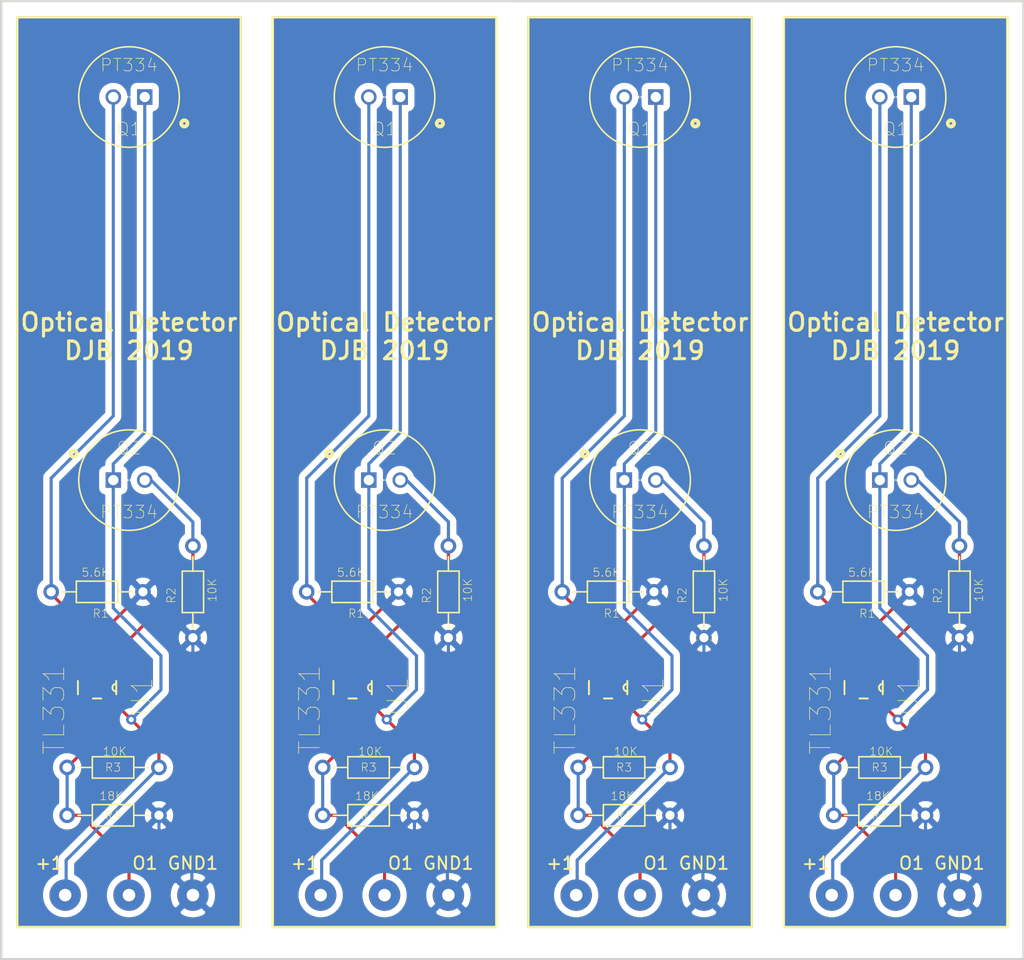
<source format=kicad_pcb>
(kicad_pcb (version 20171130) (host pcbnew 5.1.5-52549c5~86~ubuntu16.04.1)

  (general
    (thickness 1.6)
    (drawings 40)
    (tracks 180)
    (zones 0)
    (modules 40)
    (nets 1)
  )

  (page A4)
  (layers
    (0 F.Cu signal)
    (31 B.Cu signal hide)
    (32 B.Adhes user hide)
    (33 F.Adhes user)
    (34 B.Paste user hide)
    (35 F.Paste user hide)
    (36 B.SilkS user hide)
    (37 F.SilkS user)
    (38 B.Mask user hide)
    (39 F.Mask user)
    (40 Dwgs.User user hide)
    (41 Cmts.User user hide)
    (42 Eco1.User user hide)
    (43 Eco2.User user)
    (44 Edge.Cuts user)
    (45 Margin user hide)
    (46 B.CrtYd user)
    (47 F.CrtYd user)
    (48 B.Fab user)
    (49 F.Fab user)
  )

  (setup
    (last_trace_width 0.25)
    (trace_clearance 0.2)
    (zone_clearance 0.508)
    (zone_45_only no)
    (trace_min 0.2)
    (via_size 0.8)
    (via_drill 0.4)
    (via_min_size 0.4)
    (via_min_drill 0.3)
    (uvia_size 0.3)
    (uvia_drill 0.1)
    (uvias_allowed no)
    (uvia_min_size 0.2)
    (uvia_min_drill 0.1)
    (edge_width 0.15)
    (segment_width 0.2)
    (pcb_text_width 0.3)
    (pcb_text_size 1.5 1.5)
    (mod_edge_width 0.15)
    (mod_text_size 1 1)
    (mod_text_width 0.15)
    (pad_size 1.238 1.238)
    (pad_drill 0.73)
    (pad_to_mask_clearance 0.051)
    (solder_mask_min_width 0.25)
    (aux_axis_origin 0 0)
    (visible_elements FFFFFF7F)
    (pcbplotparams
      (layerselection 0x010f0_ffffffff)
      (usegerberextensions false)
      (usegerberattributes false)
      (usegerberadvancedattributes false)
      (creategerberjobfile false)
      (excludeedgelayer true)
      (linewidth 0.100000)
      (plotframeref false)
      (viasonmask false)
      (mode 1)
      (useauxorigin false)
      (hpglpennumber 1)
      (hpglpenspeed 20)
      (hpglpendiameter 15.000000)
      (psnegative false)
      (psa4output false)
      (plotreference true)
      (plotvalue true)
      (plotinvisibletext false)
      (padsonsilk false)
      (subtractmaskfromsilk false)
      (outputformat 1)
      (mirror false)
      (drillshape 0)
      (scaleselection 1)
      (outputdirectory "/home/dbristow/Kicad-Projects/OpticalDetector/"))
  )

  (net 0 "")

  (net_class Default "This is the default net class."
    (clearance 0.2)
    (trace_width 0.25)
    (via_dia 0.8)
    (via_drill 0.4)
    (uvia_dia 0.3)
    (uvia_drill 0.1)
  )

  (module lib:RES (layer F.Cu) (tedit 5C0BDC99) (tstamp 5E9B2297)
    (at 144.78 97.79 90)
    (path /5E055C0F)
    (fp_text reference R2 (at -0.287256 -1.7236 90) (layer F.SilkS)
      (effects (font (size 0.658021 0.658021) (thickness 0.05)))
    )
    (fp_text value 10K (at 0.130335 1.53826 90) (layer F.SilkS)
      (effects (font (size 0.656928 0.656928) (thickness 0.05)))
    )
    (fp_line (start -1.65 -0.85) (end 1.65 -0.85) (layer F.SilkS) (width 0.127))
    (fp_line (start 1.65 -0.85) (end 1.65 0) (layer F.SilkS) (width 0.127))
    (fp_line (start 1.65 0) (end 1.65 0.85) (layer F.SilkS) (width 0.127))
    (fp_line (start 1.65 0.85) (end -1.65 0.85) (layer F.SilkS) (width 0.127))
    (fp_line (start -1.65 0.85) (end -1.65 0) (layer F.SilkS) (width 0.127))
    (fp_line (start -1.65 0) (end -1.65 -0.85) (layer F.SilkS) (width 0.127))
    (fp_line (start -1.65 0) (end -2.8 0) (layer F.SilkS) (width 0.127))
    (fp_line (start 1.65 0) (end 2.8 0) (layer F.SilkS) (width 0.127))
    (fp_line (start -1.65 -0.85) (end 1.65 -0.85) (layer Dwgs.User) (width 0.127))
    (fp_line (start 1.65 -0.85) (end 1.65 0.85) (layer Dwgs.User) (width 0.127))
    (fp_line (start 1.65 0.85) (end -1.65 0.85) (layer Dwgs.User) (width 0.127))
    (fp_line (start -1.65 0.85) (end -1.65 -0.85) (layer Dwgs.User) (width 0.127))
    (fp_line (start -4.4 -1.1) (end 4.4 -1.1) (layer Eco1.User) (width 0.05))
    (fp_line (start 4.4 -1.1) (end 4.4 1.1) (layer Eco1.User) (width 0.05))
    (fp_line (start 4.4 1.1) (end -4.4 1.1) (layer Eco1.User) (width 0.05))
    (fp_line (start -4.4 1.1) (end -4.4 -1.1) (layer Eco1.User) (width 0.05))
    (pad 1 thru_hole circle (at -3.65 0 90) (size 1.238 1.238) (drill 0.73) (layers *.Cu *.Mask))
    (pad 2 thru_hole circle (at 3.65 0 90) (size 1.238 1.238) (drill 0.73) (layers *.Cu *.Mask))
  )

  (module lib:RES (layer F.Cu) (tedit 5C0BDC99) (tstamp 5E9B2282)
    (at 138.43 111.76)
    (path /5E055E4E)
    (fp_text reference R3 (at 0 0) (layer F.SilkS)
      (effects (font (size 0.658021 0.658021) (thickness 0.05)))
    )
    (fp_text value 10K (at 0.130335 -1.27) (layer F.SilkS)
      (effects (font (size 0.656928 0.656928) (thickness 0.05)))
    )
    (fp_line (start -1.65 -0.85) (end 1.65 -0.85) (layer F.SilkS) (width 0.127))
    (fp_line (start 1.65 -0.85) (end 1.65 0) (layer F.SilkS) (width 0.127))
    (fp_line (start 1.65 0) (end 1.65 0.85) (layer F.SilkS) (width 0.127))
    (fp_line (start 1.65 0.85) (end -1.65 0.85) (layer F.SilkS) (width 0.127))
    (fp_line (start -1.65 0.85) (end -1.65 0) (layer F.SilkS) (width 0.127))
    (fp_line (start -1.65 0) (end -1.65 -0.85) (layer F.SilkS) (width 0.127))
    (fp_line (start -1.65 0) (end -2.8 0) (layer F.SilkS) (width 0.127))
    (fp_line (start 1.65 0) (end 2.8 0) (layer F.SilkS) (width 0.127))
    (fp_line (start -1.65 -0.85) (end 1.65 -0.85) (layer Dwgs.User) (width 0.127))
    (fp_line (start 1.65 -0.85) (end 1.65 0.85) (layer Dwgs.User) (width 0.127))
    (fp_line (start 1.65 0.85) (end -1.65 0.85) (layer Dwgs.User) (width 0.127))
    (fp_line (start -1.65 0.85) (end -1.65 -0.85) (layer Dwgs.User) (width 0.127))
    (fp_line (start -4.4 -1.1) (end 4.4 -1.1) (layer Eco1.User) (width 0.05))
    (fp_line (start 4.4 -1.1) (end 4.4 1.1) (layer Eco1.User) (width 0.05))
    (fp_line (start 4.4 1.1) (end -4.4 1.1) (layer Eco1.User) (width 0.05))
    (fp_line (start -4.4 1.1) (end -4.4 -1.1) (layer Eco1.User) (width 0.05))
    (pad 1 thru_hole circle (at -3.65 0) (size 1.238 1.238) (drill 0.73) (layers *.Cu *.Mask))
    (pad 2 thru_hole circle (at 3.65 0) (size 1.238 1.238) (drill 0.73) (layers *.Cu *.Mask))
  )

  (module lib:PT334 (layer F.Cu) (tedit 5E9B14FD) (tstamp 5E9B2273)
    (at 139.7 58.42 180)
    (path /5E06ACC2)
    (fp_text reference Q1 (at 0 -2.54 180) (layer F.SilkS)
      (effects (font (size 1 1) (thickness 0.05)))
    )
    (fp_text value PT334 (at 0 2.54 180) (layer F.SilkS)
      (effects (font (size 1 1) (thickness 0.05)))
    )
    (fp_circle (center 0 0) (end 4 0) (layer Eco2.User) (width 0.127))
    (fp_circle (center 0 0) (end 4 0) (layer F.SilkS) (width 0.127))
    (fp_circle (center 0 0) (end 4.25 0) (layer Eco1.User) (width 0.05))
    (fp_circle (center -4.4 -2.1) (end -4.3 -2.1) (layer F.SilkS) (width 0.3))
    (fp_circle (center -4.4 -2.1) (end -4.3 -2.1) (layer Eco2.User) (width 0.3))
    (pad C thru_hole rect (at -1.25 0 180) (size 1.23 1.23) (drill 0.82) (layers *.Cu *.Mask))
    (pad E thru_hole circle (at 1.25 0 180) (size 1.23 1.23) (drill 0.82) (layers *.Cu *.Mask))
  )

  (module lib:RES (layer F.Cu) (tedit 5C0BDC99) (tstamp 5E9B225E)
    (at 137.16 97.79 180)
    (path /5E055B39)
    (fp_text reference R1 (at -0.287256 -1.7236 180) (layer F.SilkS)
      (effects (font (size 0.658021 0.658021) (thickness 0.05)))
    )
    (fp_text value 5.6K (at 0.130335 1.53826 180) (layer F.SilkS)
      (effects (font (size 0.656928 0.656928) (thickness 0.05)))
    )
    (fp_line (start -1.65 -0.85) (end 1.65 -0.85) (layer F.SilkS) (width 0.127))
    (fp_line (start 1.65 -0.85) (end 1.65 0) (layer F.SilkS) (width 0.127))
    (fp_line (start 1.65 0) (end 1.65 0.85) (layer F.SilkS) (width 0.127))
    (fp_line (start 1.65 0.85) (end -1.65 0.85) (layer F.SilkS) (width 0.127))
    (fp_line (start -1.65 0.85) (end -1.65 0) (layer F.SilkS) (width 0.127))
    (fp_line (start -1.65 0) (end -1.65 -0.85) (layer F.SilkS) (width 0.127))
    (fp_line (start -1.65 0) (end -2.8 0) (layer F.SilkS) (width 0.127))
    (fp_line (start 1.65 0) (end 2.8 0) (layer F.SilkS) (width 0.127))
    (fp_line (start -1.65 -0.85) (end 1.65 -0.85) (layer Dwgs.User) (width 0.127))
    (fp_line (start 1.65 -0.85) (end 1.65 0.85) (layer Dwgs.User) (width 0.127))
    (fp_line (start 1.65 0.85) (end -1.65 0.85) (layer Dwgs.User) (width 0.127))
    (fp_line (start -1.65 0.85) (end -1.65 -0.85) (layer Dwgs.User) (width 0.127))
    (fp_line (start -4.4 -1.1) (end 4.4 -1.1) (layer Eco1.User) (width 0.05))
    (fp_line (start 4.4 -1.1) (end 4.4 1.1) (layer Eco1.User) (width 0.05))
    (fp_line (start 4.4 1.1) (end -4.4 1.1) (layer Eco1.User) (width 0.05))
    (fp_line (start -4.4 1.1) (end -4.4 -1.1) (layer Eco1.User) (width 0.05))
    (pad 1 thru_hole circle (at -3.65 0 180) (size 1.238 1.238) (drill 0.73) (layers *.Cu *.Mask))
    (pad 2 thru_hole circle (at 3.65 0 180) (size 1.238 1.238) (drill 0.73) (layers *.Cu *.Mask))
  )

  (module lib:PT334 (layer F.Cu) (tedit 5E9B14FD) (tstamp 5E9B2254)
    (at 139.7 88.9)
    (path /5E06ADAD)
    (fp_text reference Q2 (at 0 -2.54) (layer F.SilkS)
      (effects (font (size 1 1) (thickness 0.05)))
    )
    (fp_text value PT334 (at 0 2.54) (layer F.SilkS)
      (effects (font (size 1 1) (thickness 0.05)))
    )
    (fp_circle (center 0 0) (end 4 0) (layer Eco2.User) (width 0.127))
    (fp_circle (center 0 0) (end 4 0) (layer F.SilkS) (width 0.127))
    (fp_circle (center 0 0) (end 4.25 0) (layer Eco1.User) (width 0.05))
    (fp_circle (center -4.4 -2.1) (end -4.3 -2.1) (layer F.SilkS) (width 0.3))
    (fp_circle (center -4.4 -2.1) (end -4.3 -2.1) (layer Eco2.User) (width 0.3))
    (pad C thru_hole rect (at -1.25 0) (size 1.23 1.23) (drill 0.82) (layers *.Cu *.Mask))
    (pad E thru_hole circle (at 1.25 0) (size 1.23 1.23) (drill 0.82) (layers *.Cu *.Mask))
  )

  (module lib:SOT95P (layer F.Cu) (tedit 0) (tstamp 5E9B2221)
    (at 137.16 105.41 270)
    (path /5E06970D)
    (attr smd)
    (fp_text reference U1 (at 0.71303 -3.59062 270) (layer F.SilkS)
      (effects (font (size 1.64422 1.64422) (thickness 0.05)))
    )
    (fp_text value TL331 (at 1.75723 3.41259 270) (layer F.SilkS)
      (effects (font (size 1.64433 1.64433) (thickness 0.05)))
    )
    (fp_line (start -0.5334 1.524) (end 0.5334 1.524) (layer F.SilkS) (width 0.1524))
    (fp_line (start 0.8636 0.3302) (end 0.8636 -0.3302) (layer F.SilkS) (width 0.1524))
    (fp_line (start 0.5334 -1.524) (end 0.3048 -1.524) (layer F.SilkS) (width 0.1524))
    (fp_line (start 0.3048 -1.524) (end -0.3048 -1.524) (layer F.SilkS) (width 0.1524))
    (fp_line (start -0.3048 -1.524) (end -0.5334 -1.524) (layer F.SilkS) (width 0.1524))
    (fp_arc (start 0 -1.524) (end -0.3048 -1.524) (angle -180) (layer F.SilkS) (width 0.1524))
    (fp_line (start -0.8636 1.524) (end 0.8636 1.524) (layer Eco2.User) (width 0.1))
    (fp_line (start 0.8636 1.524) (end 0.8636 1.1938) (layer Eco2.User) (width 0.1))
    (fp_line (start 0.8636 1.1938) (end 0.8636 0.7112) (layer Eco2.User) (width 0.1))
    (fp_line (start 0.8636 0.7112) (end 0.8636 -0.7112) (layer Eco2.User) (width 0.1))
    (fp_line (start 0.8636 -1.524) (end 0.3048 -1.524) (layer Eco2.User) (width 0.1))
    (fp_line (start 0.3048 -1.524) (end -0.3048 -1.524) (layer Eco2.User) (width 0.1))
    (fp_line (start -0.3048 -1.524) (end -0.8636 -1.524) (layer Eco2.User) (width 0.1))
    (fp_line (start -0.8636 -1.524) (end -0.8636 -1.1938) (layer Eco2.User) (width 0.1))
    (fp_line (start -0.8636 -1.1938) (end -0.8636 -0.7112) (layer Eco2.User) (width 0.1))
    (fp_line (start -0.8636 -0.7112) (end -0.8636 -0.254) (layer Eco2.User) (width 0.1))
    (fp_line (start -0.8636 -0.254) (end -0.8636 0.254) (layer Eco2.User) (width 0.1))
    (fp_line (start -0.8636 0.254) (end -0.8636 0.7112) (layer Eco2.User) (width 0.1))
    (fp_line (start -0.8636 -1.1938) (end -1.4986 -1.1938) (layer Eco2.User) (width 0.1))
    (fp_line (start -1.4986 -1.1938) (end -1.4986 -0.7112) (layer Eco2.User) (width 0.1))
    (fp_line (start -1.4986 -0.7112) (end -0.8636 -0.7112) (layer Eco2.User) (width 0.1))
    (fp_line (start -0.8636 -0.254) (end -1.4986 -0.254) (layer Eco2.User) (width 0.1))
    (fp_line (start -1.4986 -0.254) (end -1.4986 0.254) (layer Eco2.User) (width 0.1))
    (fp_line (start -1.4986 0.254) (end -0.8636 0.254) (layer Eco2.User) (width 0.1))
    (fp_line (start -0.8636 1.524) (end -0.8636 1.1938) (layer Eco2.User) (width 0.1))
    (fp_line (start -0.8636 1.1938) (end -0.8636 0.7112) (layer Eco2.User) (width 0.1))
    (fp_line (start -0.8636 0.7112) (end -1.4986 0.7112) (layer Eco2.User) (width 0.1))
    (fp_line (start -1.4986 0.7112) (end -1.4986 1.1938) (layer Eco2.User) (width 0.1))
    (fp_line (start -1.4986 1.1938) (end -0.8636 1.1938) (layer Eco2.User) (width 0.1))
    (fp_line (start 0.8636 1.1938) (end 1.4986 1.1938) (layer Eco2.User) (width 0.1))
    (fp_line (start 1.4986 1.1938) (end 1.4986 0.7112) (layer Eco2.User) (width 0.1))
    (fp_line (start 1.4986 0.7112) (end 0.8636 0.7112) (layer Eco2.User) (width 0.1))
    (fp_line (start 0.8636 -1.524) (end 0.8636 -1.1938) (layer Eco2.User) (width 0.1))
    (fp_line (start 0.8636 -1.1938) (end 0.8636 -0.7112) (layer Eco2.User) (width 0.1))
    (fp_line (start 0.8636 -0.7112) (end 1.4986 -0.7112) (layer Eco2.User) (width 0.1))
    (fp_line (start 1.4986 -0.7112) (end 1.4986 -1.1938) (layer Eco2.User) (width 0.1))
    (fp_line (start 1.4986 -1.1938) (end 0.8636 -1.1938) (layer Eco2.User) (width 0.1))
    (fp_arc (start 0 -1.524) (end -0.3048 -1.524) (angle -180) (layer Eco2.User) (width 0.1))
    (pad 1 smd rect (at -1.2954 -0.9398 270) (size 1.27 0.5588) (layers F.Cu F.Paste F.Mask))
    (pad 2 smd rect (at -1.2954 0 270) (size 1.27 0.5588) (layers F.Cu F.Paste F.Mask))
    (pad 3 smd rect (at -1.2954 0.9398 270) (size 1.27 0.5588) (layers F.Cu F.Paste F.Mask))
    (pad 4 smd rect (at 1.2954 0.9398 270) (size 1.27 0.5588) (layers F.Cu F.Paste F.Mask))
    (pad 5 smd rect (at 1.2954 -0.9398 270) (size 1.27 0.5588) (layers F.Cu F.Paste F.Mask))
  )

  (module lib:SolderWirePad_1x01_Drill1mm (layer F.Cu) (tedit 5AEE5EBE) (tstamp 5E9B2212)
    (at 144.78 121.92)
    (descr "Wire solder connection")
    (tags connector)
    (path /5E9AFA0F)
    (attr virtual)
    (fp_text reference GND1 (at 0 -2.54) (layer F.SilkS)
      (effects (font (size 1 1) (thickness 0.15)))
    )
    (fp_text value PADS (at 0 3.175) (layer F.Fab)
      (effects (font (size 1 1) (thickness 0.15)))
    )
    (fp_text user %R (at 0 0) (layer F.Fab)
      (effects (font (size 1 1) (thickness 0.15)))
    )
    (fp_line (start -1.75 -1.75) (end 1.75 -1.75) (layer F.CrtYd) (width 0.05))
    (fp_line (start -1.75 -1.75) (end -1.75 1.75) (layer F.CrtYd) (width 0.05))
    (fp_line (start 1.75 1.75) (end 1.75 -1.75) (layer F.CrtYd) (width 0.05))
    (fp_line (start 1.75 1.75) (end -1.75 1.75) (layer F.CrtYd) (width 0.05))
    (pad 1 thru_hole circle (at 0 0) (size 2.49936 2.49936) (drill 1.00076) (layers *.Cu *.Mask))
  )

  (module lib:SolderWirePad_1x01_Drill1mm (layer F.Cu) (tedit 5AEE5EBE) (tstamp 5E9B21F2)
    (at 134.62 121.92)
    (descr "Wire solder connection")
    (tags connector)
    (path /5E9AC8EE)
    (attr virtual)
    (fp_text reference +1 (at -1.27 -2.54) (layer F.SilkS)
      (effects (font (size 1 1) (thickness 0.15)))
    )
    (fp_text value PADS (at 0 3.175) (layer F.Fab)
      (effects (font (size 1 1) (thickness 0.15)))
    )
    (fp_text user %R (at 0 0) (layer F.Fab)
      (effects (font (size 1 1) (thickness 0.15)))
    )
    (fp_line (start -1.75 -1.75) (end 1.75 -1.75) (layer F.CrtYd) (width 0.05))
    (fp_line (start -1.75 -1.75) (end -1.75 1.75) (layer F.CrtYd) (width 0.05))
    (fp_line (start 1.75 1.75) (end 1.75 -1.75) (layer F.CrtYd) (width 0.05))
    (fp_line (start 1.75 1.75) (end -1.75 1.75) (layer F.CrtYd) (width 0.05))
    (pad 1 thru_hole circle (at 0 0) (size 2.49936 2.49936) (drill 1.00076) (layers *.Cu *.Mask))
  )

  (module lib:SolderWirePad_1x01_Drill1mm (layer F.Cu) (tedit 5AEE5EBE) (tstamp 5E9B21E5)
    (at 139.7 121.92)
    (descr "Wire solder connection")
    (tags connector)
    (path /5E9ADD5F)
    (attr virtual)
    (fp_text reference O1 (at 1.27 -2.54) (layer F.SilkS)
      (effects (font (size 1 1) (thickness 0.15)))
    )
    (fp_text value PADS (at 0 3.175) (layer F.Fab)
      (effects (font (size 1 1) (thickness 0.15)))
    )
    (fp_text user %R (at 0 0) (layer F.Fab)
      (effects (font (size 1 1) (thickness 0.15)))
    )
    (fp_line (start -1.75 -1.75) (end 1.75 -1.75) (layer F.CrtYd) (width 0.05))
    (fp_line (start -1.75 -1.75) (end -1.75 1.75) (layer F.CrtYd) (width 0.05))
    (fp_line (start 1.75 1.75) (end 1.75 -1.75) (layer F.CrtYd) (width 0.05))
    (fp_line (start 1.75 1.75) (end -1.75 1.75) (layer F.CrtYd) (width 0.05))
    (pad 1 thru_hole circle (at 0 0) (size 2.49936 2.49936) (drill 1.00076) (layers *.Cu *.Mask))
  )

  (module lib:RES (layer F.Cu) (tedit 5C0BDC99) (tstamp 5E9B21CC)
    (at 138.43 115.57 180)
    (path /5E05A091)
    (fp_text reference R4 (at 0 0 180) (layer F.SilkS)
      (effects (font (size 0.658021 0.658021) (thickness 0.05)))
    )
    (fp_text value 18K (at 0.130335 1.53826 180) (layer F.SilkS)
      (effects (font (size 0.656928 0.656928) (thickness 0.05)))
    )
    (fp_line (start -1.65 -0.85) (end 1.65 -0.85) (layer F.SilkS) (width 0.127))
    (fp_line (start 1.65 -0.85) (end 1.65 0) (layer F.SilkS) (width 0.127))
    (fp_line (start 1.65 0) (end 1.65 0.85) (layer F.SilkS) (width 0.127))
    (fp_line (start 1.65 0.85) (end -1.65 0.85) (layer F.SilkS) (width 0.127))
    (fp_line (start -1.65 0.85) (end -1.65 0) (layer F.SilkS) (width 0.127))
    (fp_line (start -1.65 0) (end -1.65 -0.85) (layer F.SilkS) (width 0.127))
    (fp_line (start -1.65 0) (end -2.8 0) (layer F.SilkS) (width 0.127))
    (fp_line (start 1.65 0) (end 2.8 0) (layer F.SilkS) (width 0.127))
    (fp_line (start -1.65 -0.85) (end 1.65 -0.85) (layer Dwgs.User) (width 0.127))
    (fp_line (start 1.65 -0.85) (end 1.65 0.85) (layer Dwgs.User) (width 0.127))
    (fp_line (start 1.65 0.85) (end -1.65 0.85) (layer Dwgs.User) (width 0.127))
    (fp_line (start -1.65 0.85) (end -1.65 -0.85) (layer Dwgs.User) (width 0.127))
    (fp_line (start -4.4 -1.1) (end 4.4 -1.1) (layer Eco1.User) (width 0.05))
    (fp_line (start 4.4 -1.1) (end 4.4 1.1) (layer Eco1.User) (width 0.05))
    (fp_line (start 4.4 1.1) (end -4.4 1.1) (layer Eco1.User) (width 0.05))
    (fp_line (start -4.4 1.1) (end -4.4 -1.1) (layer Eco1.User) (width 0.05))
    (pad 1 thru_hole circle (at -3.65 0 180) (size 1.238 1.238) (drill 0.73) (layers *.Cu *.Mask))
    (pad 2 thru_hole circle (at 3.65 0 180) (size 1.238 1.238) (drill 0.73) (layers *.Cu *.Mask))
  )

  (module lib:RES (layer F.Cu) (tedit 5C0BDC99) (tstamp 5E9B2297)
    (at 165.1 97.79 90)
    (path /5E055C0F)
    (fp_text reference R2 (at -0.287256 -1.7236 90) (layer F.SilkS)
      (effects (font (size 0.658021 0.658021) (thickness 0.05)))
    )
    (fp_text value 10K (at 0.130335 1.53826 90) (layer F.SilkS)
      (effects (font (size 0.656928 0.656928) (thickness 0.05)))
    )
    (fp_line (start -1.65 -0.85) (end 1.65 -0.85) (layer F.SilkS) (width 0.127))
    (fp_line (start 1.65 -0.85) (end 1.65 0) (layer F.SilkS) (width 0.127))
    (fp_line (start 1.65 0) (end 1.65 0.85) (layer F.SilkS) (width 0.127))
    (fp_line (start 1.65 0.85) (end -1.65 0.85) (layer F.SilkS) (width 0.127))
    (fp_line (start -1.65 0.85) (end -1.65 0) (layer F.SilkS) (width 0.127))
    (fp_line (start -1.65 0) (end -1.65 -0.85) (layer F.SilkS) (width 0.127))
    (fp_line (start -1.65 0) (end -2.8 0) (layer F.SilkS) (width 0.127))
    (fp_line (start 1.65 0) (end 2.8 0) (layer F.SilkS) (width 0.127))
    (fp_line (start -1.65 -0.85) (end 1.65 -0.85) (layer Dwgs.User) (width 0.127))
    (fp_line (start 1.65 -0.85) (end 1.65 0.85) (layer Dwgs.User) (width 0.127))
    (fp_line (start 1.65 0.85) (end -1.65 0.85) (layer Dwgs.User) (width 0.127))
    (fp_line (start -1.65 0.85) (end -1.65 -0.85) (layer Dwgs.User) (width 0.127))
    (fp_line (start -4.4 -1.1) (end 4.4 -1.1) (layer Eco1.User) (width 0.05))
    (fp_line (start 4.4 -1.1) (end 4.4 1.1) (layer Eco1.User) (width 0.05))
    (fp_line (start 4.4 1.1) (end -4.4 1.1) (layer Eco1.User) (width 0.05))
    (fp_line (start -4.4 1.1) (end -4.4 -1.1) (layer Eco1.User) (width 0.05))
    (pad 1 thru_hole circle (at -3.65 0 90) (size 1.238 1.238) (drill 0.73) (layers *.Cu *.Mask))
    (pad 2 thru_hole circle (at 3.65 0 90) (size 1.238 1.238) (drill 0.73) (layers *.Cu *.Mask))
  )

  (module lib:RES (layer F.Cu) (tedit 5C0BDC99) (tstamp 5E9B2282)
    (at 158.75 111.76)
    (path /5E055E4E)
    (fp_text reference R3 (at 0 0) (layer F.SilkS)
      (effects (font (size 0.658021 0.658021) (thickness 0.05)))
    )
    (fp_text value 10K (at 0.130335 -1.27) (layer F.SilkS)
      (effects (font (size 0.656928 0.656928) (thickness 0.05)))
    )
    (fp_line (start -1.65 -0.85) (end 1.65 -0.85) (layer F.SilkS) (width 0.127))
    (fp_line (start 1.65 -0.85) (end 1.65 0) (layer F.SilkS) (width 0.127))
    (fp_line (start 1.65 0) (end 1.65 0.85) (layer F.SilkS) (width 0.127))
    (fp_line (start 1.65 0.85) (end -1.65 0.85) (layer F.SilkS) (width 0.127))
    (fp_line (start -1.65 0.85) (end -1.65 0) (layer F.SilkS) (width 0.127))
    (fp_line (start -1.65 0) (end -1.65 -0.85) (layer F.SilkS) (width 0.127))
    (fp_line (start -1.65 0) (end -2.8 0) (layer F.SilkS) (width 0.127))
    (fp_line (start 1.65 0) (end 2.8 0) (layer F.SilkS) (width 0.127))
    (fp_line (start -1.65 -0.85) (end 1.65 -0.85) (layer Dwgs.User) (width 0.127))
    (fp_line (start 1.65 -0.85) (end 1.65 0.85) (layer Dwgs.User) (width 0.127))
    (fp_line (start 1.65 0.85) (end -1.65 0.85) (layer Dwgs.User) (width 0.127))
    (fp_line (start -1.65 0.85) (end -1.65 -0.85) (layer Dwgs.User) (width 0.127))
    (fp_line (start -4.4 -1.1) (end 4.4 -1.1) (layer Eco1.User) (width 0.05))
    (fp_line (start 4.4 -1.1) (end 4.4 1.1) (layer Eco1.User) (width 0.05))
    (fp_line (start 4.4 1.1) (end -4.4 1.1) (layer Eco1.User) (width 0.05))
    (fp_line (start -4.4 1.1) (end -4.4 -1.1) (layer Eco1.User) (width 0.05))
    (pad 1 thru_hole circle (at -3.65 0) (size 1.238 1.238) (drill 0.73) (layers *.Cu *.Mask))
    (pad 2 thru_hole circle (at 3.65 0) (size 1.238 1.238) (drill 0.73) (layers *.Cu *.Mask))
  )

  (module lib:PT334 (layer F.Cu) (tedit 5E9B14FD) (tstamp 5E9B2273)
    (at 160.02 58.42 180)
    (path /5E06ACC2)
    (fp_text reference Q1 (at 0 -2.54 180) (layer F.SilkS)
      (effects (font (size 1 1) (thickness 0.05)))
    )
    (fp_text value PT334 (at 0 2.54 180) (layer F.SilkS)
      (effects (font (size 1 1) (thickness 0.05)))
    )
    (fp_circle (center 0 0) (end 4 0) (layer Eco2.User) (width 0.127))
    (fp_circle (center 0 0) (end 4 0) (layer F.SilkS) (width 0.127))
    (fp_circle (center 0 0) (end 4.25 0) (layer Eco1.User) (width 0.05))
    (fp_circle (center -4.4 -2.1) (end -4.3 -2.1) (layer F.SilkS) (width 0.3))
    (fp_circle (center -4.4 -2.1) (end -4.3 -2.1) (layer Eco2.User) (width 0.3))
    (pad C thru_hole rect (at -1.25 0 180) (size 1.23 1.23) (drill 0.82) (layers *.Cu *.Mask))
    (pad E thru_hole circle (at 1.25 0 180) (size 1.23 1.23) (drill 0.82) (layers *.Cu *.Mask))
  )

  (module lib:RES (layer F.Cu) (tedit 5C0BDC99) (tstamp 5E9B225E)
    (at 157.48 97.79 180)
    (path /5E055B39)
    (fp_text reference R1 (at -0.287256 -1.7236 180) (layer F.SilkS)
      (effects (font (size 0.658021 0.658021) (thickness 0.05)))
    )
    (fp_text value 5.6K (at 0.130335 1.53826 180) (layer F.SilkS)
      (effects (font (size 0.656928 0.656928) (thickness 0.05)))
    )
    (fp_line (start -1.65 -0.85) (end 1.65 -0.85) (layer F.SilkS) (width 0.127))
    (fp_line (start 1.65 -0.85) (end 1.65 0) (layer F.SilkS) (width 0.127))
    (fp_line (start 1.65 0) (end 1.65 0.85) (layer F.SilkS) (width 0.127))
    (fp_line (start 1.65 0.85) (end -1.65 0.85) (layer F.SilkS) (width 0.127))
    (fp_line (start -1.65 0.85) (end -1.65 0) (layer F.SilkS) (width 0.127))
    (fp_line (start -1.65 0) (end -1.65 -0.85) (layer F.SilkS) (width 0.127))
    (fp_line (start -1.65 0) (end -2.8 0) (layer F.SilkS) (width 0.127))
    (fp_line (start 1.65 0) (end 2.8 0) (layer F.SilkS) (width 0.127))
    (fp_line (start -1.65 -0.85) (end 1.65 -0.85) (layer Dwgs.User) (width 0.127))
    (fp_line (start 1.65 -0.85) (end 1.65 0.85) (layer Dwgs.User) (width 0.127))
    (fp_line (start 1.65 0.85) (end -1.65 0.85) (layer Dwgs.User) (width 0.127))
    (fp_line (start -1.65 0.85) (end -1.65 -0.85) (layer Dwgs.User) (width 0.127))
    (fp_line (start -4.4 -1.1) (end 4.4 -1.1) (layer Eco1.User) (width 0.05))
    (fp_line (start 4.4 -1.1) (end 4.4 1.1) (layer Eco1.User) (width 0.05))
    (fp_line (start 4.4 1.1) (end -4.4 1.1) (layer Eco1.User) (width 0.05))
    (fp_line (start -4.4 1.1) (end -4.4 -1.1) (layer Eco1.User) (width 0.05))
    (pad 1 thru_hole circle (at -3.65 0 180) (size 1.238 1.238) (drill 0.73) (layers *.Cu *.Mask))
    (pad 2 thru_hole circle (at 3.65 0 180) (size 1.238 1.238) (drill 0.73) (layers *.Cu *.Mask))
  )

  (module lib:PT334 (layer F.Cu) (tedit 5E9B14FD) (tstamp 5E9B2254)
    (at 160.02 88.9)
    (path /5E06ADAD)
    (fp_text reference Q2 (at 0 -2.54) (layer F.SilkS)
      (effects (font (size 1 1) (thickness 0.05)))
    )
    (fp_text value PT334 (at 0 2.54) (layer F.SilkS)
      (effects (font (size 1 1) (thickness 0.05)))
    )
    (fp_circle (center 0 0) (end 4 0) (layer Eco2.User) (width 0.127))
    (fp_circle (center 0 0) (end 4 0) (layer F.SilkS) (width 0.127))
    (fp_circle (center 0 0) (end 4.25 0) (layer Eco1.User) (width 0.05))
    (fp_circle (center -4.4 -2.1) (end -4.3 -2.1) (layer F.SilkS) (width 0.3))
    (fp_circle (center -4.4 -2.1) (end -4.3 -2.1) (layer Eco2.User) (width 0.3))
    (pad C thru_hole rect (at -1.25 0) (size 1.23 1.23) (drill 0.82) (layers *.Cu *.Mask))
    (pad E thru_hole circle (at 1.25 0) (size 1.23 1.23) (drill 0.82) (layers *.Cu *.Mask))
  )

  (module lib:SOT95P (layer F.Cu) (tedit 0) (tstamp 5E9B2221)
    (at 157.48 105.41 270)
    (path /5E06970D)
    (attr smd)
    (fp_text reference U1 (at 0.71303 -3.59062 270) (layer F.SilkS)
      (effects (font (size 1.64422 1.64422) (thickness 0.05)))
    )
    (fp_text value TL331 (at 1.75723 3.41259 270) (layer F.SilkS)
      (effects (font (size 1.64433 1.64433) (thickness 0.05)))
    )
    (fp_line (start -0.5334 1.524) (end 0.5334 1.524) (layer F.SilkS) (width 0.1524))
    (fp_line (start 0.8636 0.3302) (end 0.8636 -0.3302) (layer F.SilkS) (width 0.1524))
    (fp_line (start 0.5334 -1.524) (end 0.3048 -1.524) (layer F.SilkS) (width 0.1524))
    (fp_line (start 0.3048 -1.524) (end -0.3048 -1.524) (layer F.SilkS) (width 0.1524))
    (fp_line (start -0.3048 -1.524) (end -0.5334 -1.524) (layer F.SilkS) (width 0.1524))
    (fp_arc (start 0 -1.524) (end -0.3048 -1.524) (angle -180) (layer F.SilkS) (width 0.1524))
    (fp_line (start -0.8636 1.524) (end 0.8636 1.524) (layer Eco2.User) (width 0.1))
    (fp_line (start 0.8636 1.524) (end 0.8636 1.1938) (layer Eco2.User) (width 0.1))
    (fp_line (start 0.8636 1.1938) (end 0.8636 0.7112) (layer Eco2.User) (width 0.1))
    (fp_line (start 0.8636 0.7112) (end 0.8636 -0.7112) (layer Eco2.User) (width 0.1))
    (fp_line (start 0.8636 -1.524) (end 0.3048 -1.524) (layer Eco2.User) (width 0.1))
    (fp_line (start 0.3048 -1.524) (end -0.3048 -1.524) (layer Eco2.User) (width 0.1))
    (fp_line (start -0.3048 -1.524) (end -0.8636 -1.524) (layer Eco2.User) (width 0.1))
    (fp_line (start -0.8636 -1.524) (end -0.8636 -1.1938) (layer Eco2.User) (width 0.1))
    (fp_line (start -0.8636 -1.1938) (end -0.8636 -0.7112) (layer Eco2.User) (width 0.1))
    (fp_line (start -0.8636 -0.7112) (end -0.8636 -0.254) (layer Eco2.User) (width 0.1))
    (fp_line (start -0.8636 -0.254) (end -0.8636 0.254) (layer Eco2.User) (width 0.1))
    (fp_line (start -0.8636 0.254) (end -0.8636 0.7112) (layer Eco2.User) (width 0.1))
    (fp_line (start -0.8636 -1.1938) (end -1.4986 -1.1938) (layer Eco2.User) (width 0.1))
    (fp_line (start -1.4986 -1.1938) (end -1.4986 -0.7112) (layer Eco2.User) (width 0.1))
    (fp_line (start -1.4986 -0.7112) (end -0.8636 -0.7112) (layer Eco2.User) (width 0.1))
    (fp_line (start -0.8636 -0.254) (end -1.4986 -0.254) (layer Eco2.User) (width 0.1))
    (fp_line (start -1.4986 -0.254) (end -1.4986 0.254) (layer Eco2.User) (width 0.1))
    (fp_line (start -1.4986 0.254) (end -0.8636 0.254) (layer Eco2.User) (width 0.1))
    (fp_line (start -0.8636 1.524) (end -0.8636 1.1938) (layer Eco2.User) (width 0.1))
    (fp_line (start -0.8636 1.1938) (end -0.8636 0.7112) (layer Eco2.User) (width 0.1))
    (fp_line (start -0.8636 0.7112) (end -1.4986 0.7112) (layer Eco2.User) (width 0.1))
    (fp_line (start -1.4986 0.7112) (end -1.4986 1.1938) (layer Eco2.User) (width 0.1))
    (fp_line (start -1.4986 1.1938) (end -0.8636 1.1938) (layer Eco2.User) (width 0.1))
    (fp_line (start 0.8636 1.1938) (end 1.4986 1.1938) (layer Eco2.User) (width 0.1))
    (fp_line (start 1.4986 1.1938) (end 1.4986 0.7112) (layer Eco2.User) (width 0.1))
    (fp_line (start 1.4986 0.7112) (end 0.8636 0.7112) (layer Eco2.User) (width 0.1))
    (fp_line (start 0.8636 -1.524) (end 0.8636 -1.1938) (layer Eco2.User) (width 0.1))
    (fp_line (start 0.8636 -1.1938) (end 0.8636 -0.7112) (layer Eco2.User) (width 0.1))
    (fp_line (start 0.8636 -0.7112) (end 1.4986 -0.7112) (layer Eco2.User) (width 0.1))
    (fp_line (start 1.4986 -0.7112) (end 1.4986 -1.1938) (layer Eco2.User) (width 0.1))
    (fp_line (start 1.4986 -1.1938) (end 0.8636 -1.1938) (layer Eco2.User) (width 0.1))
    (fp_arc (start 0 -1.524) (end -0.3048 -1.524) (angle -180) (layer Eco2.User) (width 0.1))
    (pad 1 smd rect (at -1.2954 -0.9398 270) (size 1.27 0.5588) (layers F.Cu F.Paste F.Mask))
    (pad 2 smd rect (at -1.2954 0 270) (size 1.27 0.5588) (layers F.Cu F.Paste F.Mask))
    (pad 3 smd rect (at -1.2954 0.9398 270) (size 1.27 0.5588) (layers F.Cu F.Paste F.Mask))
    (pad 4 smd rect (at 1.2954 0.9398 270) (size 1.27 0.5588) (layers F.Cu F.Paste F.Mask))
    (pad 5 smd rect (at 1.2954 -0.9398 270) (size 1.27 0.5588) (layers F.Cu F.Paste F.Mask))
  )

  (module lib:SolderWirePad_1x01_Drill1mm (layer F.Cu) (tedit 5AEE5EBE) (tstamp 5E9B2212)
    (at 165.1 121.92)
    (descr "Wire solder connection")
    (tags connector)
    (path /5E9AFA0F)
    (attr virtual)
    (fp_text reference GND1 (at 0 -2.54) (layer F.SilkS)
      (effects (font (size 1 1) (thickness 0.15)))
    )
    (fp_text value PADS (at 0 3.175) (layer F.Fab)
      (effects (font (size 1 1) (thickness 0.15)))
    )
    (fp_text user %R (at 0 0) (layer F.Fab)
      (effects (font (size 1 1) (thickness 0.15)))
    )
    (fp_line (start -1.75 -1.75) (end 1.75 -1.75) (layer F.CrtYd) (width 0.05))
    (fp_line (start -1.75 -1.75) (end -1.75 1.75) (layer F.CrtYd) (width 0.05))
    (fp_line (start 1.75 1.75) (end 1.75 -1.75) (layer F.CrtYd) (width 0.05))
    (fp_line (start 1.75 1.75) (end -1.75 1.75) (layer F.CrtYd) (width 0.05))
    (pad 1 thru_hole circle (at 0 0) (size 2.49936 2.49936) (drill 1.00076) (layers *.Cu *.Mask))
  )

  (module lib:SolderWirePad_1x01_Drill1mm (layer F.Cu) (tedit 5AEE5EBE) (tstamp 5E9B21F2)
    (at 154.94 121.92)
    (descr "Wire solder connection")
    (tags connector)
    (path /5E9AC8EE)
    (attr virtual)
    (fp_text reference +1 (at -1.27 -2.54) (layer F.SilkS)
      (effects (font (size 1 1) (thickness 0.15)))
    )
    (fp_text value PADS (at 0 3.175) (layer F.Fab)
      (effects (font (size 1 1) (thickness 0.15)))
    )
    (fp_text user %R (at 0 0) (layer F.Fab)
      (effects (font (size 1 1) (thickness 0.15)))
    )
    (fp_line (start -1.75 -1.75) (end 1.75 -1.75) (layer F.CrtYd) (width 0.05))
    (fp_line (start -1.75 -1.75) (end -1.75 1.75) (layer F.CrtYd) (width 0.05))
    (fp_line (start 1.75 1.75) (end 1.75 -1.75) (layer F.CrtYd) (width 0.05))
    (fp_line (start 1.75 1.75) (end -1.75 1.75) (layer F.CrtYd) (width 0.05))
    (pad 1 thru_hole circle (at 0 0) (size 2.49936 2.49936) (drill 1.00076) (layers *.Cu *.Mask))
  )

  (module lib:SolderWirePad_1x01_Drill1mm (layer F.Cu) (tedit 5AEE5EBE) (tstamp 5E9B21E5)
    (at 160.02 121.92)
    (descr "Wire solder connection")
    (tags connector)
    (path /5E9ADD5F)
    (attr virtual)
    (fp_text reference O1 (at 1.27 -2.54) (layer F.SilkS)
      (effects (font (size 1 1) (thickness 0.15)))
    )
    (fp_text value PADS (at 0 3.175) (layer F.Fab)
      (effects (font (size 1 1) (thickness 0.15)))
    )
    (fp_text user %R (at 0 0) (layer F.Fab)
      (effects (font (size 1 1) (thickness 0.15)))
    )
    (fp_line (start -1.75 -1.75) (end 1.75 -1.75) (layer F.CrtYd) (width 0.05))
    (fp_line (start -1.75 -1.75) (end -1.75 1.75) (layer F.CrtYd) (width 0.05))
    (fp_line (start 1.75 1.75) (end 1.75 -1.75) (layer F.CrtYd) (width 0.05))
    (fp_line (start 1.75 1.75) (end -1.75 1.75) (layer F.CrtYd) (width 0.05))
    (pad 1 thru_hole circle (at 0 0) (size 2.49936 2.49936) (drill 1.00076) (layers *.Cu *.Mask))
  )

  (module lib:RES (layer F.Cu) (tedit 5C0BDC99) (tstamp 5E9B21CC)
    (at 158.75 115.57 180)
    (path /5E05A091)
    (fp_text reference R4 (at 0 0 180) (layer F.SilkS)
      (effects (font (size 0.658021 0.658021) (thickness 0.05)))
    )
    (fp_text value 18K (at 0.130335 1.53826 180) (layer F.SilkS)
      (effects (font (size 0.656928 0.656928) (thickness 0.05)))
    )
    (fp_line (start -1.65 -0.85) (end 1.65 -0.85) (layer F.SilkS) (width 0.127))
    (fp_line (start 1.65 -0.85) (end 1.65 0) (layer F.SilkS) (width 0.127))
    (fp_line (start 1.65 0) (end 1.65 0.85) (layer F.SilkS) (width 0.127))
    (fp_line (start 1.65 0.85) (end -1.65 0.85) (layer F.SilkS) (width 0.127))
    (fp_line (start -1.65 0.85) (end -1.65 0) (layer F.SilkS) (width 0.127))
    (fp_line (start -1.65 0) (end -1.65 -0.85) (layer F.SilkS) (width 0.127))
    (fp_line (start -1.65 0) (end -2.8 0) (layer F.SilkS) (width 0.127))
    (fp_line (start 1.65 0) (end 2.8 0) (layer F.SilkS) (width 0.127))
    (fp_line (start -1.65 -0.85) (end 1.65 -0.85) (layer Dwgs.User) (width 0.127))
    (fp_line (start 1.65 -0.85) (end 1.65 0.85) (layer Dwgs.User) (width 0.127))
    (fp_line (start 1.65 0.85) (end -1.65 0.85) (layer Dwgs.User) (width 0.127))
    (fp_line (start -1.65 0.85) (end -1.65 -0.85) (layer Dwgs.User) (width 0.127))
    (fp_line (start -4.4 -1.1) (end 4.4 -1.1) (layer Eco1.User) (width 0.05))
    (fp_line (start 4.4 -1.1) (end 4.4 1.1) (layer Eco1.User) (width 0.05))
    (fp_line (start 4.4 1.1) (end -4.4 1.1) (layer Eco1.User) (width 0.05))
    (fp_line (start -4.4 1.1) (end -4.4 -1.1) (layer Eco1.User) (width 0.05))
    (pad 1 thru_hole circle (at -3.65 0 180) (size 1.238 1.238) (drill 0.73) (layers *.Cu *.Mask))
    (pad 2 thru_hole circle (at 3.65 0 180) (size 1.238 1.238) (drill 0.73) (layers *.Cu *.Mask))
  )

  (module lib:RES (layer F.Cu) (tedit 5C0BDC99) (tstamp 5E9B2297)
    (at 185.42 97.79 90)
    (path /5E055C0F)
    (fp_text reference R2 (at -0.287256 -1.7236 90) (layer F.SilkS)
      (effects (font (size 0.658021 0.658021) (thickness 0.05)))
    )
    (fp_text value 10K (at 0.130335 1.53826 90) (layer F.SilkS)
      (effects (font (size 0.656928 0.656928) (thickness 0.05)))
    )
    (fp_line (start -1.65 -0.85) (end 1.65 -0.85) (layer F.SilkS) (width 0.127))
    (fp_line (start 1.65 -0.85) (end 1.65 0) (layer F.SilkS) (width 0.127))
    (fp_line (start 1.65 0) (end 1.65 0.85) (layer F.SilkS) (width 0.127))
    (fp_line (start 1.65 0.85) (end -1.65 0.85) (layer F.SilkS) (width 0.127))
    (fp_line (start -1.65 0.85) (end -1.65 0) (layer F.SilkS) (width 0.127))
    (fp_line (start -1.65 0) (end -1.65 -0.85) (layer F.SilkS) (width 0.127))
    (fp_line (start -1.65 0) (end -2.8 0) (layer F.SilkS) (width 0.127))
    (fp_line (start 1.65 0) (end 2.8 0) (layer F.SilkS) (width 0.127))
    (fp_line (start -1.65 -0.85) (end 1.65 -0.85) (layer Dwgs.User) (width 0.127))
    (fp_line (start 1.65 -0.85) (end 1.65 0.85) (layer Dwgs.User) (width 0.127))
    (fp_line (start 1.65 0.85) (end -1.65 0.85) (layer Dwgs.User) (width 0.127))
    (fp_line (start -1.65 0.85) (end -1.65 -0.85) (layer Dwgs.User) (width 0.127))
    (fp_line (start -4.4 -1.1) (end 4.4 -1.1) (layer Eco1.User) (width 0.05))
    (fp_line (start 4.4 -1.1) (end 4.4 1.1) (layer Eco1.User) (width 0.05))
    (fp_line (start 4.4 1.1) (end -4.4 1.1) (layer Eco1.User) (width 0.05))
    (fp_line (start -4.4 1.1) (end -4.4 -1.1) (layer Eco1.User) (width 0.05))
    (pad 1 thru_hole circle (at -3.65 0 90) (size 1.238 1.238) (drill 0.73) (layers *.Cu *.Mask))
    (pad 2 thru_hole circle (at 3.65 0 90) (size 1.238 1.238) (drill 0.73) (layers *.Cu *.Mask))
  )

  (module lib:RES (layer F.Cu) (tedit 5C0BDC99) (tstamp 5E9B2282)
    (at 179.07 111.76)
    (path /5E055E4E)
    (fp_text reference R3 (at 0 0) (layer F.SilkS)
      (effects (font (size 0.658021 0.658021) (thickness 0.05)))
    )
    (fp_text value 10K (at 0.130335 -1.27) (layer F.SilkS)
      (effects (font (size 0.656928 0.656928) (thickness 0.05)))
    )
    (fp_line (start -1.65 -0.85) (end 1.65 -0.85) (layer F.SilkS) (width 0.127))
    (fp_line (start 1.65 -0.85) (end 1.65 0) (layer F.SilkS) (width 0.127))
    (fp_line (start 1.65 0) (end 1.65 0.85) (layer F.SilkS) (width 0.127))
    (fp_line (start 1.65 0.85) (end -1.65 0.85) (layer F.SilkS) (width 0.127))
    (fp_line (start -1.65 0.85) (end -1.65 0) (layer F.SilkS) (width 0.127))
    (fp_line (start -1.65 0) (end -1.65 -0.85) (layer F.SilkS) (width 0.127))
    (fp_line (start -1.65 0) (end -2.8 0) (layer F.SilkS) (width 0.127))
    (fp_line (start 1.65 0) (end 2.8 0) (layer F.SilkS) (width 0.127))
    (fp_line (start -1.65 -0.85) (end 1.65 -0.85) (layer Dwgs.User) (width 0.127))
    (fp_line (start 1.65 -0.85) (end 1.65 0.85) (layer Dwgs.User) (width 0.127))
    (fp_line (start 1.65 0.85) (end -1.65 0.85) (layer Dwgs.User) (width 0.127))
    (fp_line (start -1.65 0.85) (end -1.65 -0.85) (layer Dwgs.User) (width 0.127))
    (fp_line (start -4.4 -1.1) (end 4.4 -1.1) (layer Eco1.User) (width 0.05))
    (fp_line (start 4.4 -1.1) (end 4.4 1.1) (layer Eco1.User) (width 0.05))
    (fp_line (start 4.4 1.1) (end -4.4 1.1) (layer Eco1.User) (width 0.05))
    (fp_line (start -4.4 1.1) (end -4.4 -1.1) (layer Eco1.User) (width 0.05))
    (pad 1 thru_hole circle (at -3.65 0) (size 1.238 1.238) (drill 0.73) (layers *.Cu *.Mask))
    (pad 2 thru_hole circle (at 3.65 0) (size 1.238 1.238) (drill 0.73) (layers *.Cu *.Mask))
  )

  (module lib:PT334 (layer F.Cu) (tedit 5E9B14FD) (tstamp 5E9B2273)
    (at 180.34 58.42 180)
    (path /5E06ACC2)
    (fp_text reference Q1 (at 0 -2.54 180) (layer F.SilkS)
      (effects (font (size 1 1) (thickness 0.05)))
    )
    (fp_text value PT334 (at 0 2.54 180) (layer F.SilkS)
      (effects (font (size 1 1) (thickness 0.05)))
    )
    (fp_circle (center 0 0) (end 4 0) (layer Eco2.User) (width 0.127))
    (fp_circle (center 0 0) (end 4 0) (layer F.SilkS) (width 0.127))
    (fp_circle (center 0 0) (end 4.25 0) (layer Eco1.User) (width 0.05))
    (fp_circle (center -4.4 -2.1) (end -4.3 -2.1) (layer F.SilkS) (width 0.3))
    (fp_circle (center -4.4 -2.1) (end -4.3 -2.1) (layer Eco2.User) (width 0.3))
    (pad C thru_hole rect (at -1.25 0 180) (size 1.23 1.23) (drill 0.82) (layers *.Cu *.Mask))
    (pad E thru_hole circle (at 1.25 0 180) (size 1.23 1.23) (drill 0.82) (layers *.Cu *.Mask))
  )

  (module lib:RES (layer F.Cu) (tedit 5C0BDC99) (tstamp 5E9B225E)
    (at 177.8 97.79 180)
    (path /5E055B39)
    (fp_text reference R1 (at -0.287256 -1.7236 180) (layer F.SilkS)
      (effects (font (size 0.658021 0.658021) (thickness 0.05)))
    )
    (fp_text value 5.6K (at 0.130335 1.53826 180) (layer F.SilkS)
      (effects (font (size 0.656928 0.656928) (thickness 0.05)))
    )
    (fp_line (start -1.65 -0.85) (end 1.65 -0.85) (layer F.SilkS) (width 0.127))
    (fp_line (start 1.65 -0.85) (end 1.65 0) (layer F.SilkS) (width 0.127))
    (fp_line (start 1.65 0) (end 1.65 0.85) (layer F.SilkS) (width 0.127))
    (fp_line (start 1.65 0.85) (end -1.65 0.85) (layer F.SilkS) (width 0.127))
    (fp_line (start -1.65 0.85) (end -1.65 0) (layer F.SilkS) (width 0.127))
    (fp_line (start -1.65 0) (end -1.65 -0.85) (layer F.SilkS) (width 0.127))
    (fp_line (start -1.65 0) (end -2.8 0) (layer F.SilkS) (width 0.127))
    (fp_line (start 1.65 0) (end 2.8 0) (layer F.SilkS) (width 0.127))
    (fp_line (start -1.65 -0.85) (end 1.65 -0.85) (layer Dwgs.User) (width 0.127))
    (fp_line (start 1.65 -0.85) (end 1.65 0.85) (layer Dwgs.User) (width 0.127))
    (fp_line (start 1.65 0.85) (end -1.65 0.85) (layer Dwgs.User) (width 0.127))
    (fp_line (start -1.65 0.85) (end -1.65 -0.85) (layer Dwgs.User) (width 0.127))
    (fp_line (start -4.4 -1.1) (end 4.4 -1.1) (layer Eco1.User) (width 0.05))
    (fp_line (start 4.4 -1.1) (end 4.4 1.1) (layer Eco1.User) (width 0.05))
    (fp_line (start 4.4 1.1) (end -4.4 1.1) (layer Eco1.User) (width 0.05))
    (fp_line (start -4.4 1.1) (end -4.4 -1.1) (layer Eco1.User) (width 0.05))
    (pad 1 thru_hole circle (at -3.65 0 180) (size 1.238 1.238) (drill 0.73) (layers *.Cu *.Mask))
    (pad 2 thru_hole circle (at 3.65 0 180) (size 1.238 1.238) (drill 0.73) (layers *.Cu *.Mask))
  )

  (module lib:PT334 (layer F.Cu) (tedit 5E9B14FD) (tstamp 5E9B2254)
    (at 180.34 88.9)
    (path /5E06ADAD)
    (fp_text reference Q2 (at 0 -2.54) (layer F.SilkS)
      (effects (font (size 1 1) (thickness 0.05)))
    )
    (fp_text value PT334 (at 0 2.54) (layer F.SilkS)
      (effects (font (size 1 1) (thickness 0.05)))
    )
    (fp_circle (center 0 0) (end 4 0) (layer Eco2.User) (width 0.127))
    (fp_circle (center 0 0) (end 4 0) (layer F.SilkS) (width 0.127))
    (fp_circle (center 0 0) (end 4.25 0) (layer Eco1.User) (width 0.05))
    (fp_circle (center -4.4 -2.1) (end -4.3 -2.1) (layer F.SilkS) (width 0.3))
    (fp_circle (center -4.4 -2.1) (end -4.3 -2.1) (layer Eco2.User) (width 0.3))
    (pad C thru_hole rect (at -1.25 0) (size 1.23 1.23) (drill 0.82) (layers *.Cu *.Mask))
    (pad E thru_hole circle (at 1.25 0) (size 1.23 1.23) (drill 0.82) (layers *.Cu *.Mask))
  )

  (module lib:SOT95P (layer F.Cu) (tedit 0) (tstamp 5E9B2221)
    (at 177.8 105.41 270)
    (path /5E06970D)
    (attr smd)
    (fp_text reference U1 (at 0.71303 -3.59062 270) (layer F.SilkS)
      (effects (font (size 1.64422 1.64422) (thickness 0.05)))
    )
    (fp_text value TL331 (at 1.75723 3.41259 270) (layer F.SilkS)
      (effects (font (size 1.64433 1.64433) (thickness 0.05)))
    )
    (fp_line (start -0.5334 1.524) (end 0.5334 1.524) (layer F.SilkS) (width 0.1524))
    (fp_line (start 0.8636 0.3302) (end 0.8636 -0.3302) (layer F.SilkS) (width 0.1524))
    (fp_line (start 0.5334 -1.524) (end 0.3048 -1.524) (layer F.SilkS) (width 0.1524))
    (fp_line (start 0.3048 -1.524) (end -0.3048 -1.524) (layer F.SilkS) (width 0.1524))
    (fp_line (start -0.3048 -1.524) (end -0.5334 -1.524) (layer F.SilkS) (width 0.1524))
    (fp_arc (start 0 -1.524) (end -0.3048 -1.524) (angle -180) (layer F.SilkS) (width 0.1524))
    (fp_line (start -0.8636 1.524) (end 0.8636 1.524) (layer Eco2.User) (width 0.1))
    (fp_line (start 0.8636 1.524) (end 0.8636 1.1938) (layer Eco2.User) (width 0.1))
    (fp_line (start 0.8636 1.1938) (end 0.8636 0.7112) (layer Eco2.User) (width 0.1))
    (fp_line (start 0.8636 0.7112) (end 0.8636 -0.7112) (layer Eco2.User) (width 0.1))
    (fp_line (start 0.8636 -1.524) (end 0.3048 -1.524) (layer Eco2.User) (width 0.1))
    (fp_line (start 0.3048 -1.524) (end -0.3048 -1.524) (layer Eco2.User) (width 0.1))
    (fp_line (start -0.3048 -1.524) (end -0.8636 -1.524) (layer Eco2.User) (width 0.1))
    (fp_line (start -0.8636 -1.524) (end -0.8636 -1.1938) (layer Eco2.User) (width 0.1))
    (fp_line (start -0.8636 -1.1938) (end -0.8636 -0.7112) (layer Eco2.User) (width 0.1))
    (fp_line (start -0.8636 -0.7112) (end -0.8636 -0.254) (layer Eco2.User) (width 0.1))
    (fp_line (start -0.8636 -0.254) (end -0.8636 0.254) (layer Eco2.User) (width 0.1))
    (fp_line (start -0.8636 0.254) (end -0.8636 0.7112) (layer Eco2.User) (width 0.1))
    (fp_line (start -0.8636 -1.1938) (end -1.4986 -1.1938) (layer Eco2.User) (width 0.1))
    (fp_line (start -1.4986 -1.1938) (end -1.4986 -0.7112) (layer Eco2.User) (width 0.1))
    (fp_line (start -1.4986 -0.7112) (end -0.8636 -0.7112) (layer Eco2.User) (width 0.1))
    (fp_line (start -0.8636 -0.254) (end -1.4986 -0.254) (layer Eco2.User) (width 0.1))
    (fp_line (start -1.4986 -0.254) (end -1.4986 0.254) (layer Eco2.User) (width 0.1))
    (fp_line (start -1.4986 0.254) (end -0.8636 0.254) (layer Eco2.User) (width 0.1))
    (fp_line (start -0.8636 1.524) (end -0.8636 1.1938) (layer Eco2.User) (width 0.1))
    (fp_line (start -0.8636 1.1938) (end -0.8636 0.7112) (layer Eco2.User) (width 0.1))
    (fp_line (start -0.8636 0.7112) (end -1.4986 0.7112) (layer Eco2.User) (width 0.1))
    (fp_line (start -1.4986 0.7112) (end -1.4986 1.1938) (layer Eco2.User) (width 0.1))
    (fp_line (start -1.4986 1.1938) (end -0.8636 1.1938) (layer Eco2.User) (width 0.1))
    (fp_line (start 0.8636 1.1938) (end 1.4986 1.1938) (layer Eco2.User) (width 0.1))
    (fp_line (start 1.4986 1.1938) (end 1.4986 0.7112) (layer Eco2.User) (width 0.1))
    (fp_line (start 1.4986 0.7112) (end 0.8636 0.7112) (layer Eco2.User) (width 0.1))
    (fp_line (start 0.8636 -1.524) (end 0.8636 -1.1938) (layer Eco2.User) (width 0.1))
    (fp_line (start 0.8636 -1.1938) (end 0.8636 -0.7112) (layer Eco2.User) (width 0.1))
    (fp_line (start 0.8636 -0.7112) (end 1.4986 -0.7112) (layer Eco2.User) (width 0.1))
    (fp_line (start 1.4986 -0.7112) (end 1.4986 -1.1938) (layer Eco2.User) (width 0.1))
    (fp_line (start 1.4986 -1.1938) (end 0.8636 -1.1938) (layer Eco2.User) (width 0.1))
    (fp_arc (start 0 -1.524) (end -0.3048 -1.524) (angle -180) (layer Eco2.User) (width 0.1))
    (pad 1 smd rect (at -1.2954 -0.9398 270) (size 1.27 0.5588) (layers F.Cu F.Paste F.Mask))
    (pad 2 smd rect (at -1.2954 0 270) (size 1.27 0.5588) (layers F.Cu F.Paste F.Mask))
    (pad 3 smd rect (at -1.2954 0.9398 270) (size 1.27 0.5588) (layers F.Cu F.Paste F.Mask))
    (pad 4 smd rect (at 1.2954 0.9398 270) (size 1.27 0.5588) (layers F.Cu F.Paste F.Mask))
    (pad 5 smd rect (at 1.2954 -0.9398 270) (size 1.27 0.5588) (layers F.Cu F.Paste F.Mask))
  )

  (module lib:SolderWirePad_1x01_Drill1mm (layer F.Cu) (tedit 5AEE5EBE) (tstamp 5E9B2212)
    (at 185.42 121.92)
    (descr "Wire solder connection")
    (tags connector)
    (path /5E9AFA0F)
    (attr virtual)
    (fp_text reference GND1 (at 0 -2.54) (layer F.SilkS)
      (effects (font (size 1 1) (thickness 0.15)))
    )
    (fp_text value PADS (at 0 3.175) (layer F.Fab)
      (effects (font (size 1 1) (thickness 0.15)))
    )
    (fp_text user %R (at 0 0) (layer F.Fab)
      (effects (font (size 1 1) (thickness 0.15)))
    )
    (fp_line (start -1.75 -1.75) (end 1.75 -1.75) (layer F.CrtYd) (width 0.05))
    (fp_line (start -1.75 -1.75) (end -1.75 1.75) (layer F.CrtYd) (width 0.05))
    (fp_line (start 1.75 1.75) (end 1.75 -1.75) (layer F.CrtYd) (width 0.05))
    (fp_line (start 1.75 1.75) (end -1.75 1.75) (layer F.CrtYd) (width 0.05))
    (pad 1 thru_hole circle (at 0 0) (size 2.49936 2.49936) (drill 1.00076) (layers *.Cu *.Mask))
  )

  (module lib:SolderWirePad_1x01_Drill1mm (layer F.Cu) (tedit 5AEE5EBE) (tstamp 5E9B21F2)
    (at 175.26 121.92)
    (descr "Wire solder connection")
    (tags connector)
    (path /5E9AC8EE)
    (attr virtual)
    (fp_text reference +1 (at -1.27 -2.54) (layer F.SilkS)
      (effects (font (size 1 1) (thickness 0.15)))
    )
    (fp_text value PADS (at 0 3.175) (layer F.Fab)
      (effects (font (size 1 1) (thickness 0.15)))
    )
    (fp_text user %R (at 0 0) (layer F.Fab)
      (effects (font (size 1 1) (thickness 0.15)))
    )
    (fp_line (start -1.75 -1.75) (end 1.75 -1.75) (layer F.CrtYd) (width 0.05))
    (fp_line (start -1.75 -1.75) (end -1.75 1.75) (layer F.CrtYd) (width 0.05))
    (fp_line (start 1.75 1.75) (end 1.75 -1.75) (layer F.CrtYd) (width 0.05))
    (fp_line (start 1.75 1.75) (end -1.75 1.75) (layer F.CrtYd) (width 0.05))
    (pad 1 thru_hole circle (at 0 0) (size 2.49936 2.49936) (drill 1.00076) (layers *.Cu *.Mask))
  )

  (module lib:SolderWirePad_1x01_Drill1mm (layer F.Cu) (tedit 5AEE5EBE) (tstamp 5E9B21E5)
    (at 180.34 121.92)
    (descr "Wire solder connection")
    (tags connector)
    (path /5E9ADD5F)
    (attr virtual)
    (fp_text reference O1 (at 1.27 -2.54) (layer F.SilkS)
      (effects (font (size 1 1) (thickness 0.15)))
    )
    (fp_text value PADS (at 0 3.175) (layer F.Fab)
      (effects (font (size 1 1) (thickness 0.15)))
    )
    (fp_text user %R (at 0 0) (layer F.Fab)
      (effects (font (size 1 1) (thickness 0.15)))
    )
    (fp_line (start -1.75 -1.75) (end 1.75 -1.75) (layer F.CrtYd) (width 0.05))
    (fp_line (start -1.75 -1.75) (end -1.75 1.75) (layer F.CrtYd) (width 0.05))
    (fp_line (start 1.75 1.75) (end 1.75 -1.75) (layer F.CrtYd) (width 0.05))
    (fp_line (start 1.75 1.75) (end -1.75 1.75) (layer F.CrtYd) (width 0.05))
    (pad 1 thru_hole circle (at 0 0) (size 2.49936 2.49936) (drill 1.00076) (layers *.Cu *.Mask))
  )

  (module lib:RES (layer F.Cu) (tedit 5C0BDC99) (tstamp 5E9B21CC)
    (at 179.07 115.57 180)
    (path /5E05A091)
    (fp_text reference R4 (at 0 0 180) (layer F.SilkS)
      (effects (font (size 0.658021 0.658021) (thickness 0.05)))
    )
    (fp_text value 18K (at 0.130335 1.53826 180) (layer F.SilkS)
      (effects (font (size 0.656928 0.656928) (thickness 0.05)))
    )
    (fp_line (start -1.65 -0.85) (end 1.65 -0.85) (layer F.SilkS) (width 0.127))
    (fp_line (start 1.65 -0.85) (end 1.65 0) (layer F.SilkS) (width 0.127))
    (fp_line (start 1.65 0) (end 1.65 0.85) (layer F.SilkS) (width 0.127))
    (fp_line (start 1.65 0.85) (end -1.65 0.85) (layer F.SilkS) (width 0.127))
    (fp_line (start -1.65 0.85) (end -1.65 0) (layer F.SilkS) (width 0.127))
    (fp_line (start -1.65 0) (end -1.65 -0.85) (layer F.SilkS) (width 0.127))
    (fp_line (start -1.65 0) (end -2.8 0) (layer F.SilkS) (width 0.127))
    (fp_line (start 1.65 0) (end 2.8 0) (layer F.SilkS) (width 0.127))
    (fp_line (start -1.65 -0.85) (end 1.65 -0.85) (layer Dwgs.User) (width 0.127))
    (fp_line (start 1.65 -0.85) (end 1.65 0.85) (layer Dwgs.User) (width 0.127))
    (fp_line (start 1.65 0.85) (end -1.65 0.85) (layer Dwgs.User) (width 0.127))
    (fp_line (start -1.65 0.85) (end -1.65 -0.85) (layer Dwgs.User) (width 0.127))
    (fp_line (start -4.4 -1.1) (end 4.4 -1.1) (layer Eco1.User) (width 0.05))
    (fp_line (start 4.4 -1.1) (end 4.4 1.1) (layer Eco1.User) (width 0.05))
    (fp_line (start 4.4 1.1) (end -4.4 1.1) (layer Eco1.User) (width 0.05))
    (fp_line (start -4.4 1.1) (end -4.4 -1.1) (layer Eco1.User) (width 0.05))
    (pad 1 thru_hole circle (at -3.65 0 180) (size 1.238 1.238) (drill 0.73) (layers *.Cu *.Mask))
    (pad 2 thru_hole circle (at 3.65 0 180) (size 1.238 1.238) (drill 0.73) (layers *.Cu *.Mask))
  )

  (module lib:RES (layer F.Cu) (tedit 5C0BDC99) (tstamp 5E9B2297)
    (at 205.74 97.79 90)
    (path /5E055C0F)
    (fp_text reference R2 (at -0.287256 -1.7236 90) (layer F.SilkS)
      (effects (font (size 0.658021 0.658021) (thickness 0.05)))
    )
    (fp_text value 10K (at 0.130335 1.53826 90) (layer F.SilkS)
      (effects (font (size 0.656928 0.656928) (thickness 0.05)))
    )
    (fp_line (start -1.65 -0.85) (end 1.65 -0.85) (layer F.SilkS) (width 0.127))
    (fp_line (start 1.65 -0.85) (end 1.65 0) (layer F.SilkS) (width 0.127))
    (fp_line (start 1.65 0) (end 1.65 0.85) (layer F.SilkS) (width 0.127))
    (fp_line (start 1.65 0.85) (end -1.65 0.85) (layer F.SilkS) (width 0.127))
    (fp_line (start -1.65 0.85) (end -1.65 0) (layer F.SilkS) (width 0.127))
    (fp_line (start -1.65 0) (end -1.65 -0.85) (layer F.SilkS) (width 0.127))
    (fp_line (start -1.65 0) (end -2.8 0) (layer F.SilkS) (width 0.127))
    (fp_line (start 1.65 0) (end 2.8 0) (layer F.SilkS) (width 0.127))
    (fp_line (start -1.65 -0.85) (end 1.65 -0.85) (layer Dwgs.User) (width 0.127))
    (fp_line (start 1.65 -0.85) (end 1.65 0.85) (layer Dwgs.User) (width 0.127))
    (fp_line (start 1.65 0.85) (end -1.65 0.85) (layer Dwgs.User) (width 0.127))
    (fp_line (start -1.65 0.85) (end -1.65 -0.85) (layer Dwgs.User) (width 0.127))
    (fp_line (start -4.4 -1.1) (end 4.4 -1.1) (layer Eco1.User) (width 0.05))
    (fp_line (start 4.4 -1.1) (end 4.4 1.1) (layer Eco1.User) (width 0.05))
    (fp_line (start 4.4 1.1) (end -4.4 1.1) (layer Eco1.User) (width 0.05))
    (fp_line (start -4.4 1.1) (end -4.4 -1.1) (layer Eco1.User) (width 0.05))
    (pad 1 thru_hole circle (at -3.65 0 90) (size 1.238 1.238) (drill 0.73) (layers *.Cu *.Mask))
    (pad 2 thru_hole circle (at 3.65 0 90) (size 1.238 1.238) (drill 0.73) (layers *.Cu *.Mask))
  )

  (module lib:RES (layer F.Cu) (tedit 5C0BDC99) (tstamp 5E9B2282)
    (at 199.39 111.76)
    (path /5E055E4E)
    (fp_text reference R3 (at 0 0) (layer F.SilkS)
      (effects (font (size 0.658021 0.658021) (thickness 0.05)))
    )
    (fp_text value 10K (at 0.130335 -1.27) (layer F.SilkS)
      (effects (font (size 0.656928 0.656928) (thickness 0.05)))
    )
    (fp_line (start -1.65 -0.85) (end 1.65 -0.85) (layer F.SilkS) (width 0.127))
    (fp_line (start 1.65 -0.85) (end 1.65 0) (layer F.SilkS) (width 0.127))
    (fp_line (start 1.65 0) (end 1.65 0.85) (layer F.SilkS) (width 0.127))
    (fp_line (start 1.65 0.85) (end -1.65 0.85) (layer F.SilkS) (width 0.127))
    (fp_line (start -1.65 0.85) (end -1.65 0) (layer F.SilkS) (width 0.127))
    (fp_line (start -1.65 0) (end -1.65 -0.85) (layer F.SilkS) (width 0.127))
    (fp_line (start -1.65 0) (end -2.8 0) (layer F.SilkS) (width 0.127))
    (fp_line (start 1.65 0) (end 2.8 0) (layer F.SilkS) (width 0.127))
    (fp_line (start -1.65 -0.85) (end 1.65 -0.85) (layer Dwgs.User) (width 0.127))
    (fp_line (start 1.65 -0.85) (end 1.65 0.85) (layer Dwgs.User) (width 0.127))
    (fp_line (start 1.65 0.85) (end -1.65 0.85) (layer Dwgs.User) (width 0.127))
    (fp_line (start -1.65 0.85) (end -1.65 -0.85) (layer Dwgs.User) (width 0.127))
    (fp_line (start -4.4 -1.1) (end 4.4 -1.1) (layer Eco1.User) (width 0.05))
    (fp_line (start 4.4 -1.1) (end 4.4 1.1) (layer Eco1.User) (width 0.05))
    (fp_line (start 4.4 1.1) (end -4.4 1.1) (layer Eco1.User) (width 0.05))
    (fp_line (start -4.4 1.1) (end -4.4 -1.1) (layer Eco1.User) (width 0.05))
    (pad 1 thru_hole circle (at -3.65 0) (size 1.238 1.238) (drill 0.73) (layers *.Cu *.Mask))
    (pad 2 thru_hole circle (at 3.65 0) (size 1.238 1.238) (drill 0.73) (layers *.Cu *.Mask))
  )

  (module lib:PT334 (layer F.Cu) (tedit 5E9B14FD) (tstamp 5E9B2273)
    (at 200.66 58.42 180)
    (path /5E06ACC2)
    (fp_text reference Q1 (at 0 -2.54 180) (layer F.SilkS)
      (effects (font (size 1 1) (thickness 0.05)))
    )
    (fp_text value PT334 (at 0 2.54 180) (layer F.SilkS)
      (effects (font (size 1 1) (thickness 0.05)))
    )
    (fp_circle (center 0 0) (end 4 0) (layer Eco2.User) (width 0.127))
    (fp_circle (center 0 0) (end 4 0) (layer F.SilkS) (width 0.127))
    (fp_circle (center 0 0) (end 4.25 0) (layer Eco1.User) (width 0.05))
    (fp_circle (center -4.4 -2.1) (end -4.3 -2.1) (layer F.SilkS) (width 0.3))
    (fp_circle (center -4.4 -2.1) (end -4.3 -2.1) (layer Eco2.User) (width 0.3))
    (pad C thru_hole rect (at -1.25 0 180) (size 1.23 1.23) (drill 0.82) (layers *.Cu *.Mask))
    (pad E thru_hole circle (at 1.25 0 180) (size 1.23 1.23) (drill 0.82) (layers *.Cu *.Mask))
  )

  (module lib:RES (layer F.Cu) (tedit 5C0BDC99) (tstamp 5E9B225E)
    (at 198.12 97.79 180)
    (path /5E055B39)
    (fp_text reference R1 (at -0.287256 -1.7236 180) (layer F.SilkS)
      (effects (font (size 0.658021 0.658021) (thickness 0.05)))
    )
    (fp_text value 5.6K (at 0.130335 1.53826 180) (layer F.SilkS)
      (effects (font (size 0.656928 0.656928) (thickness 0.05)))
    )
    (fp_line (start -1.65 -0.85) (end 1.65 -0.85) (layer F.SilkS) (width 0.127))
    (fp_line (start 1.65 -0.85) (end 1.65 0) (layer F.SilkS) (width 0.127))
    (fp_line (start 1.65 0) (end 1.65 0.85) (layer F.SilkS) (width 0.127))
    (fp_line (start 1.65 0.85) (end -1.65 0.85) (layer F.SilkS) (width 0.127))
    (fp_line (start -1.65 0.85) (end -1.65 0) (layer F.SilkS) (width 0.127))
    (fp_line (start -1.65 0) (end -1.65 -0.85) (layer F.SilkS) (width 0.127))
    (fp_line (start -1.65 0) (end -2.8 0) (layer F.SilkS) (width 0.127))
    (fp_line (start 1.65 0) (end 2.8 0) (layer F.SilkS) (width 0.127))
    (fp_line (start -1.65 -0.85) (end 1.65 -0.85) (layer Dwgs.User) (width 0.127))
    (fp_line (start 1.65 -0.85) (end 1.65 0.85) (layer Dwgs.User) (width 0.127))
    (fp_line (start 1.65 0.85) (end -1.65 0.85) (layer Dwgs.User) (width 0.127))
    (fp_line (start -1.65 0.85) (end -1.65 -0.85) (layer Dwgs.User) (width 0.127))
    (fp_line (start -4.4 -1.1) (end 4.4 -1.1) (layer Eco1.User) (width 0.05))
    (fp_line (start 4.4 -1.1) (end 4.4 1.1) (layer Eco1.User) (width 0.05))
    (fp_line (start 4.4 1.1) (end -4.4 1.1) (layer Eco1.User) (width 0.05))
    (fp_line (start -4.4 1.1) (end -4.4 -1.1) (layer Eco1.User) (width 0.05))
    (pad 1 thru_hole circle (at -3.65 0 180) (size 1.238 1.238) (drill 0.73) (layers *.Cu *.Mask))
    (pad 2 thru_hole circle (at 3.65 0 180) (size 1.238 1.238) (drill 0.73) (layers *.Cu *.Mask))
  )

  (module lib:PT334 (layer F.Cu) (tedit 5E9B14FD) (tstamp 5E9B2254)
    (at 200.66 88.9)
    (path /5E06ADAD)
    (fp_text reference Q2 (at 0 -2.54) (layer F.SilkS)
      (effects (font (size 1 1) (thickness 0.05)))
    )
    (fp_text value PT334 (at 0 2.54) (layer F.SilkS)
      (effects (font (size 1 1) (thickness 0.05)))
    )
    (fp_circle (center 0 0) (end 4 0) (layer Eco2.User) (width 0.127))
    (fp_circle (center 0 0) (end 4 0) (layer F.SilkS) (width 0.127))
    (fp_circle (center 0 0) (end 4.25 0) (layer Eco1.User) (width 0.05))
    (fp_circle (center -4.4 -2.1) (end -4.3 -2.1) (layer F.SilkS) (width 0.3))
    (fp_circle (center -4.4 -2.1) (end -4.3 -2.1) (layer Eco2.User) (width 0.3))
    (pad C thru_hole rect (at -1.25 0) (size 1.23 1.23) (drill 0.82) (layers *.Cu *.Mask))
    (pad E thru_hole circle (at 1.25 0) (size 1.23 1.23) (drill 0.82) (layers *.Cu *.Mask))
  )

  (module lib:SOT95P (layer F.Cu) (tedit 0) (tstamp 5E9B2221)
    (at 198.12 105.41 270)
    (path /5E06970D)
    (attr smd)
    (fp_text reference U1 (at 0.71303 -3.59062 270) (layer F.SilkS)
      (effects (font (size 1.64422 1.64422) (thickness 0.05)))
    )
    (fp_text value TL331 (at 1.75723 3.41259 270) (layer F.SilkS)
      (effects (font (size 1.64433 1.64433) (thickness 0.05)))
    )
    (fp_line (start -0.5334 1.524) (end 0.5334 1.524) (layer F.SilkS) (width 0.1524))
    (fp_line (start 0.8636 0.3302) (end 0.8636 -0.3302) (layer F.SilkS) (width 0.1524))
    (fp_line (start 0.5334 -1.524) (end 0.3048 -1.524) (layer F.SilkS) (width 0.1524))
    (fp_line (start 0.3048 -1.524) (end -0.3048 -1.524) (layer F.SilkS) (width 0.1524))
    (fp_line (start -0.3048 -1.524) (end -0.5334 -1.524) (layer F.SilkS) (width 0.1524))
    (fp_arc (start 0 -1.524) (end -0.3048 -1.524) (angle -180) (layer F.SilkS) (width 0.1524))
    (fp_line (start -0.8636 1.524) (end 0.8636 1.524) (layer Eco2.User) (width 0.1))
    (fp_line (start 0.8636 1.524) (end 0.8636 1.1938) (layer Eco2.User) (width 0.1))
    (fp_line (start 0.8636 1.1938) (end 0.8636 0.7112) (layer Eco2.User) (width 0.1))
    (fp_line (start 0.8636 0.7112) (end 0.8636 -0.7112) (layer Eco2.User) (width 0.1))
    (fp_line (start 0.8636 -1.524) (end 0.3048 -1.524) (layer Eco2.User) (width 0.1))
    (fp_line (start 0.3048 -1.524) (end -0.3048 -1.524) (layer Eco2.User) (width 0.1))
    (fp_line (start -0.3048 -1.524) (end -0.8636 -1.524) (layer Eco2.User) (width 0.1))
    (fp_line (start -0.8636 -1.524) (end -0.8636 -1.1938) (layer Eco2.User) (width 0.1))
    (fp_line (start -0.8636 -1.1938) (end -0.8636 -0.7112) (layer Eco2.User) (width 0.1))
    (fp_line (start -0.8636 -0.7112) (end -0.8636 -0.254) (layer Eco2.User) (width 0.1))
    (fp_line (start -0.8636 -0.254) (end -0.8636 0.254) (layer Eco2.User) (width 0.1))
    (fp_line (start -0.8636 0.254) (end -0.8636 0.7112) (layer Eco2.User) (width 0.1))
    (fp_line (start -0.8636 -1.1938) (end -1.4986 -1.1938) (layer Eco2.User) (width 0.1))
    (fp_line (start -1.4986 -1.1938) (end -1.4986 -0.7112) (layer Eco2.User) (width 0.1))
    (fp_line (start -1.4986 -0.7112) (end -0.8636 -0.7112) (layer Eco2.User) (width 0.1))
    (fp_line (start -0.8636 -0.254) (end -1.4986 -0.254) (layer Eco2.User) (width 0.1))
    (fp_line (start -1.4986 -0.254) (end -1.4986 0.254) (layer Eco2.User) (width 0.1))
    (fp_line (start -1.4986 0.254) (end -0.8636 0.254) (layer Eco2.User) (width 0.1))
    (fp_line (start -0.8636 1.524) (end -0.8636 1.1938) (layer Eco2.User) (width 0.1))
    (fp_line (start -0.8636 1.1938) (end -0.8636 0.7112) (layer Eco2.User) (width 0.1))
    (fp_line (start -0.8636 0.7112) (end -1.4986 0.7112) (layer Eco2.User) (width 0.1))
    (fp_line (start -1.4986 0.7112) (end -1.4986 1.1938) (layer Eco2.User) (width 0.1))
    (fp_line (start -1.4986 1.1938) (end -0.8636 1.1938) (layer Eco2.User) (width 0.1))
    (fp_line (start 0.8636 1.1938) (end 1.4986 1.1938) (layer Eco2.User) (width 0.1))
    (fp_line (start 1.4986 1.1938) (end 1.4986 0.7112) (layer Eco2.User) (width 0.1))
    (fp_line (start 1.4986 0.7112) (end 0.8636 0.7112) (layer Eco2.User) (width 0.1))
    (fp_line (start 0.8636 -1.524) (end 0.8636 -1.1938) (layer Eco2.User) (width 0.1))
    (fp_line (start 0.8636 -1.1938) (end 0.8636 -0.7112) (layer Eco2.User) (width 0.1))
    (fp_line (start 0.8636 -0.7112) (end 1.4986 -0.7112) (layer Eco2.User) (width 0.1))
    (fp_line (start 1.4986 -0.7112) (end 1.4986 -1.1938) (layer Eco2.User) (width 0.1))
    (fp_line (start 1.4986 -1.1938) (end 0.8636 -1.1938) (layer Eco2.User) (width 0.1))
    (fp_arc (start 0 -1.524) (end -0.3048 -1.524) (angle -180) (layer Eco2.User) (width 0.1))
    (pad 1 smd rect (at -1.2954 -0.9398 270) (size 1.27 0.5588) (layers F.Cu F.Paste F.Mask))
    (pad 2 smd rect (at -1.2954 0 270) (size 1.27 0.5588) (layers F.Cu F.Paste F.Mask))
    (pad 3 smd rect (at -1.2954 0.9398 270) (size 1.27 0.5588) (layers F.Cu F.Paste F.Mask))
    (pad 4 smd rect (at 1.2954 0.9398 270) (size 1.27 0.5588) (layers F.Cu F.Paste F.Mask))
    (pad 5 smd rect (at 1.2954 -0.9398 270) (size 1.27 0.5588) (layers F.Cu F.Paste F.Mask))
  )

  (module lib:SolderWirePad_1x01_Drill1mm (layer F.Cu) (tedit 5AEE5EBE) (tstamp 5E9B2212)
    (at 205.74 121.92)
    (descr "Wire solder connection")
    (tags connector)
    (path /5E9AFA0F)
    (attr virtual)
    (fp_text reference GND1 (at 0 -2.54) (layer F.SilkS)
      (effects (font (size 1 1) (thickness 0.15)))
    )
    (fp_text value PADS (at 0 3.175) (layer F.Fab)
      (effects (font (size 1 1) (thickness 0.15)))
    )
    (fp_text user %R (at 0 0) (layer F.Fab)
      (effects (font (size 1 1) (thickness 0.15)))
    )
    (fp_line (start -1.75 -1.75) (end 1.75 -1.75) (layer F.CrtYd) (width 0.05))
    (fp_line (start -1.75 -1.75) (end -1.75 1.75) (layer F.CrtYd) (width 0.05))
    (fp_line (start 1.75 1.75) (end 1.75 -1.75) (layer F.CrtYd) (width 0.05))
    (fp_line (start 1.75 1.75) (end -1.75 1.75) (layer F.CrtYd) (width 0.05))
    (pad 1 thru_hole circle (at 0 0) (size 2.49936 2.49936) (drill 1.00076) (layers *.Cu *.Mask))
  )

  (module lib:SolderWirePad_1x01_Drill1mm (layer F.Cu) (tedit 5AEE5EBE) (tstamp 5E9B21F2)
    (at 195.58 121.92)
    (descr "Wire solder connection")
    (tags connector)
    (path /5E9AC8EE)
    (attr virtual)
    (fp_text reference +1 (at -1.27 -2.54) (layer F.SilkS)
      (effects (font (size 1 1) (thickness 0.15)))
    )
    (fp_text value PADS (at 0 3.175) (layer F.Fab)
      (effects (font (size 1 1) (thickness 0.15)))
    )
    (fp_text user %R (at 0 0) (layer F.Fab)
      (effects (font (size 1 1) (thickness 0.15)))
    )
    (fp_line (start -1.75 -1.75) (end 1.75 -1.75) (layer F.CrtYd) (width 0.05))
    (fp_line (start -1.75 -1.75) (end -1.75 1.75) (layer F.CrtYd) (width 0.05))
    (fp_line (start 1.75 1.75) (end 1.75 -1.75) (layer F.CrtYd) (width 0.05))
    (fp_line (start 1.75 1.75) (end -1.75 1.75) (layer F.CrtYd) (width 0.05))
    (pad 1 thru_hole circle (at 0 0) (size 2.49936 2.49936) (drill 1.00076) (layers *.Cu *.Mask))
  )

  (module lib:SolderWirePad_1x01_Drill1mm (layer F.Cu) (tedit 5AEE5EBE) (tstamp 5E9B21E5)
    (at 200.66 121.92)
    (descr "Wire solder connection")
    (tags connector)
    (path /5E9ADD5F)
    (attr virtual)
    (fp_text reference O1 (at 1.27 -2.54) (layer F.SilkS)
      (effects (font (size 1 1) (thickness 0.15)))
    )
    (fp_text value PADS (at 0 3.175) (layer F.Fab)
      (effects (font (size 1 1) (thickness 0.15)))
    )
    (fp_text user %R (at 0 0) (layer F.Fab)
      (effects (font (size 1 1) (thickness 0.15)))
    )
    (fp_line (start -1.75 -1.75) (end 1.75 -1.75) (layer F.CrtYd) (width 0.05))
    (fp_line (start -1.75 -1.75) (end -1.75 1.75) (layer F.CrtYd) (width 0.05))
    (fp_line (start 1.75 1.75) (end 1.75 -1.75) (layer F.CrtYd) (width 0.05))
    (fp_line (start 1.75 1.75) (end -1.75 1.75) (layer F.CrtYd) (width 0.05))
    (pad 1 thru_hole circle (at 0 0) (size 2.49936 2.49936) (drill 1.00076) (layers *.Cu *.Mask))
  )

  (module lib:RES (layer F.Cu) (tedit 5C0BDC99) (tstamp 5E9B21CC)
    (at 199.39 115.57 180)
    (path /5E05A091)
    (fp_text reference R4 (at 0 0 180) (layer F.SilkS)
      (effects (font (size 0.658021 0.658021) (thickness 0.05)))
    )
    (fp_text value 18K (at 0.130335 1.53826 180) (layer F.SilkS)
      (effects (font (size 0.656928 0.656928) (thickness 0.05)))
    )
    (fp_line (start -1.65 -0.85) (end 1.65 -0.85) (layer F.SilkS) (width 0.127))
    (fp_line (start 1.65 -0.85) (end 1.65 0) (layer F.SilkS) (width 0.127))
    (fp_line (start 1.65 0) (end 1.65 0.85) (layer F.SilkS) (width 0.127))
    (fp_line (start 1.65 0.85) (end -1.65 0.85) (layer F.SilkS) (width 0.127))
    (fp_line (start -1.65 0.85) (end -1.65 0) (layer F.SilkS) (width 0.127))
    (fp_line (start -1.65 0) (end -1.65 -0.85) (layer F.SilkS) (width 0.127))
    (fp_line (start -1.65 0) (end -2.8 0) (layer F.SilkS) (width 0.127))
    (fp_line (start 1.65 0) (end 2.8 0) (layer F.SilkS) (width 0.127))
    (fp_line (start -1.65 -0.85) (end 1.65 -0.85) (layer Dwgs.User) (width 0.127))
    (fp_line (start 1.65 -0.85) (end 1.65 0.85) (layer Dwgs.User) (width 0.127))
    (fp_line (start 1.65 0.85) (end -1.65 0.85) (layer Dwgs.User) (width 0.127))
    (fp_line (start -1.65 0.85) (end -1.65 -0.85) (layer Dwgs.User) (width 0.127))
    (fp_line (start -4.4 -1.1) (end 4.4 -1.1) (layer Eco1.User) (width 0.05))
    (fp_line (start 4.4 -1.1) (end 4.4 1.1) (layer Eco1.User) (width 0.05))
    (fp_line (start 4.4 1.1) (end -4.4 1.1) (layer Eco1.User) (width 0.05))
    (fp_line (start -4.4 1.1) (end -4.4 -1.1) (layer Eco1.User) (width 0.05))
    (pad 1 thru_hole circle (at -3.65 0 180) (size 1.238 1.238) (drill 0.73) (layers *.Cu *.Mask))
    (pad 2 thru_hole circle (at 3.65 0 180) (size 1.238 1.238) (drill 0.73) (layers *.Cu *.Mask))
  )

  (gr_text "Optical Detector\nDJB 2019" (at 139.7 77.47) (layer F.SilkS) (tstamp 5E9B2205)
    (effects (font (size 1.4 1.4) (thickness 0.25)))
  )
  (gr_line (start 130.81 52.07) (end 148.59 52.07) (layer F.SilkS) (width 0.2) (tstamp 5E9B2203))
  (gr_line (start 148.59 52.07) (end 148.59 124.46) (layer F.SilkS) (width 0.2) (tstamp 5E9B2202))
  (gr_line (start 129.54 127) (end 149.86 127) (layer Edge.Cuts) (width 0.15) (tstamp 5E9B21FB))
  (gr_line (start 148.59 124.46) (end 130.81 124.46) (layer F.SilkS) (width 0.2) (tstamp 5E9B21F1))
  (gr_line (start 130.81 124.46) (end 130.81 52.07) (layer F.SilkS) (width 0.2) (tstamp 5E9B21F0))
  (gr_text "Optical Detector\nDJB 2019" (at 160.02 77.47) (layer F.SilkS) (tstamp 5E9B2205)
    (effects (font (size 1.4 1.4) (thickness 0.25)))
  )
  (gr_line (start 151.13 52.07) (end 168.91 52.07) (layer F.SilkS) (width 0.2) (tstamp 5E9B2203))
  (gr_line (start 168.91 52.07) (end 168.91 124.46) (layer F.SilkS) (width 0.2) (tstamp 5E9B2202))
  (gr_line (start 149.86 127) (end 170.18 127) (layer Edge.Cuts) (width 0.15) (tstamp 5E9B21FB))
  (gr_line (start 168.91 124.46) (end 151.13 124.46) (layer F.SilkS) (width 0.2) (tstamp 5E9B21F1))
  (gr_line (start 151.13 124.46) (end 151.13 52.07) (layer F.SilkS) (width 0.2) (tstamp 5E9B21F0))
  (gr_text "Optical Detector\nDJB 2019" (at 180.34 77.47) (layer F.SilkS) (tstamp 5E9B2205)
    (effects (font (size 1.4 1.4) (thickness 0.25)))
  )
  (gr_line (start 171.45 52.07) (end 189.23 52.07) (layer F.SilkS) (width 0.2) (tstamp 5E9B2203))
  (gr_line (start 189.23 52.07) (end 189.23 124.46) (layer F.SilkS) (width 0.2) (tstamp 5E9B2202))
  (gr_line (start 170.18 50.8) (end 190.5 50.8) (layer Edge.Cuts) (width 0.15) (tstamp 5E9B21FC))
  (gr_line (start 170.18 127) (end 190.5 127) (layer Edge.Cuts) (width 0.15) (tstamp 5E9B21FB))
  (gr_line (start 189.23 124.46) (end 171.45 124.46) (layer F.SilkS) (width 0.2) (tstamp 5E9B21F1))
  (gr_line (start 171.45 124.46) (end 171.45 52.07) (layer F.SilkS) (width 0.2) (tstamp 5E9B21F0))
  (gr_text "Optical Detector\nDJB 2019" (at 200.66 77.47) (layer F.SilkS) (tstamp 5E9B2205)
    (effects (font (size 1.4 1.4) (thickness 0.25)))
  )
  (gr_line (start 191.77 52.07) (end 209.55 52.07) (layer F.SilkS) (width 0.2) (tstamp 5E9B2203))
  (gr_line (start 209.55 52.07) (end 209.55 124.46) (layer F.SilkS) (width 0.2) (tstamp 5E9B2202))
  (gr_line (start 190.5 50.8) (end 210.82 50.8) (layer Edge.Cuts) (width 0.15) (tstamp 5E9B21FC))
  (gr_line (start 190.5 127) (end 210.82 127) (layer Edge.Cuts) (width 0.15) (tstamp 5E9B21FB))
  (gr_line (start 209.55 124.46) (end 191.77 124.46) (layer F.SilkS) (width 0.2) (tstamp 5E9B21F1))
  (gr_line (start 191.77 124.46) (end 191.77 52.07) (layer F.SilkS) (width 0.2) (tstamp 5E9B21F0))
  (gr_line (start 210.82 50.8) (end 210.82 127) (layer Edge.Cuts) (width 0.15) (tstamp 5E9B21EE))
  (gr_line (start 210.82 50.8) (end 210.82 127) (layer Edge.Cuts) (width 0.15))
  (gr_line (start 190.5 127) (end 210.82 127) (layer Edge.Cuts) (width 0.15))
  (gr_line (start 190.5 50.8) (end 210.82 50.8) (layer Edge.Cuts) (width 0.15))
  (gr_line (start 190.5 50.8) (end 190.5 127) (layer Eco2.User) (width 0.2))
  (gr_line (start 170.18 127) (end 190.5 127) (layer Edge.Cuts) (width 0.15))
  (gr_line (start 170.18 50.8) (end 190.5 50.8) (layer Edge.Cuts) (width 0.15))
  (gr_line (start 170.18 50.8) (end 170.18 127) (layer Eco2.User) (width 0.2))
  (gr_line (start 149.86 127) (end 170.18 127) (layer Edge.Cuts) (width 0.15))
  (gr_line (start 149.86 50.8) (end 170.18 50.8) (layer Edge.Cuts) (width 0.15))
  (gr_line (start 149.86 50.8) (end 149.86 127) (layer Eco2.User) (width 0.2))
  (gr_line (start 129.54 50.8) (end 129.54 127) (layer Edge.Cuts) (width 0.2))
  (gr_line (start 129.54 127) (end 149.86 127) (layer Edge.Cuts) (width 0.15))
  (gr_line (start 129.54 50.8) (end 149.86 50.8) (layer Edge.Cuts) (width 0.15))

  (segment (start 197.1802 100.6602) (end 194.31 97.79) (width 0.25) (layer F.Cu) (net 0) (tstamp 5E9B21CB))
  (segment (start 199.41 83.8) (end 194.47 88.74) (width 0.25) (layer B.Cu) (net 0) (tstamp 5E9B2211))
  (segment (start 194.47 96.914602) (end 194.47 97.79) (width 0.25) (layer B.Cu) (net 0) (tstamp 5E9B221D))
  (segment (start 194.47 88.74) (end 194.47 97.79) (width 0.25) (layer B.Cu) (net 0) (tstamp 5E9B221E))
  (segment (start 199.41 58.42) (end 199.41 83.8) (width 0.25) (layer B.Cu) (net 0) (tstamp 5E9B2220))
  (segment (start 197.1802 104.1146) (end 197.1802 100.6602) (width 0.25) (layer F.Cu) (net 0) (tstamp 5E9B22AC))
  (segment (start 205.66 121.92) (end 205.66 119.46) (width 0.25) (layer B.Cu) (net 0) (tstamp 5E9B21E1))
  (segment (start 205.74 101.44) (end 205.74 108.11) (width 0.25) (layer B.Cu) (net 0) (tstamp 5E9B21E2))
  (segment (start 205.74 101.44) (end 202.09 97.79) (width 0.25) (layer B.Cu) (net 0) (tstamp 5E9B2208))
  (segment (start 198.12 101.44) (end 201.77 97.79) (width 0.25) (layer F.Cu) (net 0) (tstamp 5E9B2209))
  (segment (start 205.66 119.46) (end 208.28 116.84) (width 0.25) (layer B.Cu) (net 0) (tstamp 5E9B220B))
  (segment (start 208.28 110.65) (end 205.74 108.11) (width 0.25) (layer B.Cu) (net 0) (tstamp 5E9B220C))
  (segment (start 208.28 116.84) (end 208.28 110.65) (width 0.25) (layer B.Cu) (net 0) (tstamp 5E9B220D))
  (segment (start 206.11001 122.1064) (end 206.11001 121.92) (width 0.25) (layer B.Cu) (net 0) (tstamp 5E9B2252))
  (segment (start 202.09 97.79) (end 201.77 97.79) (width 0.25) (layer B.Cu) (net 0) (tstamp 5E9B227E))
  (segment (start 198.12 104.1146) (end 198.12 101.44) (width 0.25) (layer F.Cu) (net 0) (tstamp 5E9B22B1))
  (segment (start 203.04 116.84) (end 205.66 119.46) (width 0.25) (layer B.Cu) (net 0) (tstamp 5E9B22B2))
  (segment (start 203.04 115.57) (end 203.04 116.84) (width 0.25) (layer B.Cu) (net 0) (tstamp 5E9B22B3))
  (segment (start 199.0598 103.2296) (end 199.0598 104.1146) (width 0.25) (layer F.Cu) (net 0) (tstamp 5E9B21FD))
  (segment (start 205.74 94.14) (end 205.74 96.52) (width 0.25) (layer F.Cu) (net 0) (tstamp 5E9B21FE))
  (segment (start 199.0598 103.2002) (end 199.0598 104.1146) (width 0.25) (layer F.Cu) (net 0) (tstamp 5E9B220A))
  (segment (start 205.74 92.23) (end 202.41 88.9) (width 0.25) (layer B.Cu) (net 0) (tstamp 5E9B227F))
  (segment (start 205.74 94.14) (end 205.74 92.23) (width 0.25) (layer B.Cu) (net 0) (tstamp 5E9B2280))
  (segment (start 205.74 96.52) (end 199.0598 103.2002) (width 0.25) (layer F.Cu) (net 0) (tstamp 5E9B2281))
  (segment (start 195.66 119.14) (end 195.66 121.92) (width 0.25) (layer B.Cu) (net 0) (tstamp 5E9B21E3))
  (segment (start 203.04 111.76) (end 195.66 119.14) (width 0.25) (layer B.Cu) (net 0) (tstamp 5E9B21E4))
  (segment (start 203.04 110.1562) (end 200.8338 107.95) (width 0.25) (layer F.Cu) (net 0) (tstamp 5E9B21FF))
  (segment (start 200.8338 107.95) (end 199.5892 106.7054) (width 0.25) (layer F.Cu) (net 0) (tstamp 5E9B2206))
  (via (at 200.8338 107.95) (size 0.8) (drill 0.4) (layers F.Cu B.Cu) (net 0) (tstamp 5E9B2207) (status 1000000))
  (segment (start 199.41 99.08) (end 203.2 102.87) (width 0.25) (layer B.Cu) (net 0) (tstamp 5E9B220E))
  (segment (start 199.41 87.61) (end 199.41 88.9) (width 0.25) (layer B.Cu) (net 0) (tstamp 5E9B220F))
  (segment (start 201.91 85.11) (end 199.41 87.61) (width 0.25) (layer B.Cu) (net 0) (tstamp 5E9B2210))
  (segment (start 199.41 88.9) (end 199.41 99.08) (width 0.25) (layer B.Cu) (net 0) (tstamp 5E9B221F))
  (segment (start 201.91 58.42) (end 201.91 85.11) (width 0.25) (layer B.Cu) (net 0) (tstamp 5E9B224F))
  (segment (start 199.5892 106.7054) (end 199.0598 106.7054) (width 0.25) (layer F.Cu) (net 0) (tstamp 5E9B2250))
  (segment (start 203.04 111.76) (end 203.04 110.1562) (width 0.25) (layer F.Cu) (net 0) (tstamp 5E9B2251))
  (segment (start 199.775 88.9) (end 198.91 88.9) (width 0.25) (layer B.Cu) (net 0) (tstamp 5E9B2253))
  (segment (start 203.2 105.5838) (end 200.8338 107.95) (width 0.25) (layer B.Cu) (net 0) (tstamp 5E9B22AF))
  (segment (start 203.2 102.87) (end 203.2 105.5838) (width 0.25) (layer B.Cu) (net 0) (tstamp 5E9B22B0))
  (segment (start 200.66 119.38) (end 200.66 121.92) (width 0.25) (layer F.Cu) (net 0) (tstamp 5E9B2200))
  (segment (start 196.85 115.57) (end 200.66 119.38) (width 0.25) (layer F.Cu) (net 0) (tstamp 5E9B2201))
  (segment (start 195.74 111.76) (end 195.74 115.57) (width 0.25) (layer B.Cu) (net 0) (tstamp 5E9B221B))
  (segment (start 195.74 115.57) (end 196.85 115.57) (width 0.25) (layer F.Cu) (net 0) (tstamp 5E9B221C))
  (segment (start 197.1802 110.3198) (end 195.74 111.76) (width 0.25) (layer F.Cu) (net 0) (tstamp 5E9B22AD))
  (segment (start 197.1802 106.7054) (end 197.1802 110.3198) (width 0.25) (layer F.Cu) (net 0) (tstamp 5E9B22AE))
  (segment (start 176.8602 100.6602) (end 173.99 97.79) (width 0.25) (layer F.Cu) (net 0) (tstamp 5E9B21CB))
  (segment (start 179.09 83.8) (end 174.15 88.74) (width 0.25) (layer B.Cu) (net 0) (tstamp 5E9B2211))
  (segment (start 174.15 96.914602) (end 174.15 97.79) (width 0.25) (layer B.Cu) (net 0) (tstamp 5E9B221D))
  (segment (start 174.15 88.74) (end 174.15 97.79) (width 0.25) (layer B.Cu) (net 0) (tstamp 5E9B221E))
  (segment (start 179.09 58.42) (end 179.09 83.8) (width 0.25) (layer B.Cu) (net 0) (tstamp 5E9B2220))
  (segment (start 176.8602 104.1146) (end 176.8602 100.6602) (width 0.25) (layer F.Cu) (net 0) (tstamp 5E9B22AC))
  (segment (start 185.34 121.92) (end 185.34 119.46) (width 0.25) (layer B.Cu) (net 0) (tstamp 5E9B21E1))
  (segment (start 185.42 101.44) (end 185.42 108.11) (width 0.25) (layer B.Cu) (net 0) (tstamp 5E9B21E2))
  (segment (start 185.42 101.44) (end 181.77 97.79) (width 0.25) (layer B.Cu) (net 0) (tstamp 5E9B2208))
  (segment (start 177.8 101.44) (end 181.45 97.79) (width 0.25) (layer F.Cu) (net 0) (tstamp 5E9B2209))
  (segment (start 185.34 119.46) (end 187.96 116.84) (width 0.25) (layer B.Cu) (net 0) (tstamp 5E9B220B))
  (segment (start 187.96 110.65) (end 185.42 108.11) (width 0.25) (layer B.Cu) (net 0) (tstamp 5E9B220C))
  (segment (start 187.96 116.84) (end 187.96 110.65) (width 0.25) (layer B.Cu) (net 0) (tstamp 5E9B220D))
  (segment (start 185.79001 122.1064) (end 185.79001 121.92) (width 0.25) (layer B.Cu) (net 0) (tstamp 5E9B2252))
  (segment (start 181.77 97.79) (end 181.45 97.79) (width 0.25) (layer B.Cu) (net 0) (tstamp 5E9B227E))
  (segment (start 177.8 104.1146) (end 177.8 101.44) (width 0.25) (layer F.Cu) (net 0) (tstamp 5E9B22B1))
  (segment (start 182.72 116.84) (end 185.34 119.46) (width 0.25) (layer B.Cu) (net 0) (tstamp 5E9B22B2))
  (segment (start 182.72 115.57) (end 182.72 116.84) (width 0.25) (layer B.Cu) (net 0) (tstamp 5E9B22B3))
  (segment (start 178.7398 103.2296) (end 178.7398 104.1146) (width 0.25) (layer F.Cu) (net 0) (tstamp 5E9B21FD))
  (segment (start 185.42 94.14) (end 185.42 96.52) (width 0.25) (layer F.Cu) (net 0) (tstamp 5E9B21FE))
  (segment (start 178.7398 103.2002) (end 178.7398 104.1146) (width 0.25) (layer F.Cu) (net 0) (tstamp 5E9B220A))
  (segment (start 185.42 92.23) (end 182.09 88.9) (width 0.25) (layer B.Cu) (net 0) (tstamp 5E9B227F))
  (segment (start 185.42 94.14) (end 185.42 92.23) (width 0.25) (layer B.Cu) (net 0) (tstamp 5E9B2280))
  (segment (start 185.42 96.52) (end 178.7398 103.2002) (width 0.25) (layer F.Cu) (net 0) (tstamp 5E9B2281))
  (segment (start 175.34 119.14) (end 175.34 121.92) (width 0.25) (layer B.Cu) (net 0) (tstamp 5E9B21E3))
  (segment (start 182.72 111.76) (end 175.34 119.14) (width 0.25) (layer B.Cu) (net 0) (tstamp 5E9B21E4))
  (segment (start 182.72 110.1562) (end 180.5138 107.95) (width 0.25) (layer F.Cu) (net 0) (tstamp 5E9B21FF))
  (segment (start 180.5138 107.95) (end 179.2692 106.7054) (width 0.25) (layer F.Cu) (net 0) (tstamp 5E9B2206))
  (via (at 180.5138 107.95) (size 0.8) (drill 0.4) (layers F.Cu B.Cu) (net 0) (tstamp 5E9B2207) (status 1000000))
  (segment (start 179.09 99.08) (end 182.88 102.87) (width 0.25) (layer B.Cu) (net 0) (tstamp 5E9B220E))
  (segment (start 179.09 87.61) (end 179.09 88.9) (width 0.25) (layer B.Cu) (net 0) (tstamp 5E9B220F))
  (segment (start 181.59 85.11) (end 179.09 87.61) (width 0.25) (layer B.Cu) (net 0) (tstamp 5E9B2210))
  (segment (start 179.09 88.9) (end 179.09 99.08) (width 0.25) (layer B.Cu) (net 0) (tstamp 5E9B221F))
  (segment (start 181.59 58.42) (end 181.59 85.11) (width 0.25) (layer B.Cu) (net 0) (tstamp 5E9B224F))
  (segment (start 179.2692 106.7054) (end 178.7398 106.7054) (width 0.25) (layer F.Cu) (net 0) (tstamp 5E9B2250))
  (segment (start 182.72 111.76) (end 182.72 110.1562) (width 0.25) (layer F.Cu) (net 0) (tstamp 5E9B2251))
  (segment (start 179.455 88.9) (end 178.59 88.9) (width 0.25) (layer B.Cu) (net 0) (tstamp 5E9B2253))
  (segment (start 182.88 105.5838) (end 180.5138 107.95) (width 0.25) (layer B.Cu) (net 0) (tstamp 5E9B22AF))
  (segment (start 182.88 102.87) (end 182.88 105.5838) (width 0.25) (layer B.Cu) (net 0) (tstamp 5E9B22B0))
  (segment (start 180.34 119.38) (end 180.34 121.92) (width 0.25) (layer F.Cu) (net 0) (tstamp 5E9B2200))
  (segment (start 176.53 115.57) (end 180.34 119.38) (width 0.25) (layer F.Cu) (net 0) (tstamp 5E9B2201))
  (segment (start 175.42 111.76) (end 175.42 115.57) (width 0.25) (layer B.Cu) (net 0) (tstamp 5E9B221B))
  (segment (start 175.42 115.57) (end 176.53 115.57) (width 0.25) (layer F.Cu) (net 0) (tstamp 5E9B221C))
  (segment (start 176.8602 110.3198) (end 175.42 111.76) (width 0.25) (layer F.Cu) (net 0) (tstamp 5E9B22AD))
  (segment (start 176.8602 106.7054) (end 176.8602 110.3198) (width 0.25) (layer F.Cu) (net 0) (tstamp 5E9B22AE))
  (segment (start 156.5402 100.6602) (end 153.67 97.79) (width 0.25) (layer F.Cu) (net 0) (tstamp 5E9B21CB))
  (segment (start 158.77 83.8) (end 153.83 88.74) (width 0.25) (layer B.Cu) (net 0) (tstamp 5E9B2211))
  (segment (start 153.83 96.914602) (end 153.83 97.79) (width 0.25) (layer B.Cu) (net 0) (tstamp 5E9B221D))
  (segment (start 153.83 88.74) (end 153.83 97.79) (width 0.25) (layer B.Cu) (net 0) (tstamp 5E9B221E))
  (segment (start 158.77 58.42) (end 158.77 83.8) (width 0.25) (layer B.Cu) (net 0) (tstamp 5E9B2220))
  (segment (start 156.5402 104.1146) (end 156.5402 100.6602) (width 0.25) (layer F.Cu) (net 0) (tstamp 5E9B22AC))
  (segment (start 165.02 121.92) (end 165.02 119.46) (width 0.25) (layer B.Cu) (net 0) (tstamp 5E9B21E1))
  (segment (start 165.1 101.44) (end 165.1 108.11) (width 0.25) (layer B.Cu) (net 0) (tstamp 5E9B21E2))
  (segment (start 165.1 101.44) (end 161.45 97.79) (width 0.25) (layer B.Cu) (net 0) (tstamp 5E9B2208))
  (segment (start 157.48 101.44) (end 161.13 97.79) (width 0.25) (layer F.Cu) (net 0) (tstamp 5E9B2209))
  (segment (start 165.02 119.46) (end 167.64 116.84) (width 0.25) (layer B.Cu) (net 0) (tstamp 5E9B220B))
  (segment (start 167.64 110.65) (end 165.1 108.11) (width 0.25) (layer B.Cu) (net 0) (tstamp 5E9B220C))
  (segment (start 167.64 116.84) (end 167.64 110.65) (width 0.25) (layer B.Cu) (net 0) (tstamp 5E9B220D))
  (segment (start 165.47001 122.1064) (end 165.47001 121.92) (width 0.25) (layer B.Cu) (net 0) (tstamp 5E9B2252))
  (segment (start 161.45 97.79) (end 161.13 97.79) (width 0.25) (layer B.Cu) (net 0) (tstamp 5E9B227E))
  (segment (start 157.48 104.1146) (end 157.48 101.44) (width 0.25) (layer F.Cu) (net 0) (tstamp 5E9B22B1))
  (segment (start 162.4 116.84) (end 165.02 119.46) (width 0.25) (layer B.Cu) (net 0) (tstamp 5E9B22B2))
  (segment (start 162.4 115.57) (end 162.4 116.84) (width 0.25) (layer B.Cu) (net 0) (tstamp 5E9B22B3))
  (segment (start 158.4198 103.2296) (end 158.4198 104.1146) (width 0.25) (layer F.Cu) (net 0) (tstamp 5E9B21FD))
  (segment (start 165.1 94.14) (end 165.1 96.52) (width 0.25) (layer F.Cu) (net 0) (tstamp 5E9B21FE))
  (segment (start 158.4198 103.2002) (end 158.4198 104.1146) (width 0.25) (layer F.Cu) (net 0) (tstamp 5E9B220A))
  (segment (start 165.1 92.23) (end 161.77 88.9) (width 0.25) (layer B.Cu) (net 0) (tstamp 5E9B227F))
  (segment (start 165.1 94.14) (end 165.1 92.23) (width 0.25) (layer B.Cu) (net 0) (tstamp 5E9B2280))
  (segment (start 165.1 96.52) (end 158.4198 103.2002) (width 0.25) (layer F.Cu) (net 0) (tstamp 5E9B2281))
  (segment (start 155.02 119.14) (end 155.02 121.92) (width 0.25) (layer B.Cu) (net 0) (tstamp 5E9B21E3))
  (segment (start 162.4 111.76) (end 155.02 119.14) (width 0.25) (layer B.Cu) (net 0) (tstamp 5E9B21E4))
  (segment (start 162.4 110.1562) (end 160.1938 107.95) (width 0.25) (layer F.Cu) (net 0) (tstamp 5E9B21FF))
  (segment (start 160.1938 107.95) (end 158.9492 106.7054) (width 0.25) (layer F.Cu) (net 0) (tstamp 5E9B2206))
  (via (at 160.1938 107.95) (size 0.8) (drill 0.4) (layers F.Cu B.Cu) (net 0) (tstamp 5E9B2207) (status 1000000))
  (segment (start 158.77 99.08) (end 162.56 102.87) (width 0.25) (layer B.Cu) (net 0) (tstamp 5E9B220E))
  (segment (start 158.77 87.61) (end 158.77 88.9) (width 0.25) (layer B.Cu) (net 0) (tstamp 5E9B220F))
  (segment (start 161.27 85.11) (end 158.77 87.61) (width 0.25) (layer B.Cu) (net 0) (tstamp 5E9B2210))
  (segment (start 158.77 88.9) (end 158.77 99.08) (width 0.25) (layer B.Cu) (net 0) (tstamp 5E9B221F))
  (segment (start 161.27 58.42) (end 161.27 85.11) (width 0.25) (layer B.Cu) (net 0) (tstamp 5E9B224F))
  (segment (start 158.9492 106.7054) (end 158.4198 106.7054) (width 0.25) (layer F.Cu) (net 0) (tstamp 5E9B2250))
  (segment (start 162.4 111.76) (end 162.4 110.1562) (width 0.25) (layer F.Cu) (net 0) (tstamp 5E9B2251))
  (segment (start 159.135 88.9) (end 158.27 88.9) (width 0.25) (layer B.Cu) (net 0) (tstamp 5E9B2253))
  (segment (start 162.56 105.5838) (end 160.1938 107.95) (width 0.25) (layer B.Cu) (net 0) (tstamp 5E9B22AF))
  (segment (start 162.56 102.87) (end 162.56 105.5838) (width 0.25) (layer B.Cu) (net 0) (tstamp 5E9B22B0))
  (segment (start 160.02 119.38) (end 160.02 121.92) (width 0.25) (layer F.Cu) (net 0) (tstamp 5E9B2200))
  (segment (start 156.21 115.57) (end 160.02 119.38) (width 0.25) (layer F.Cu) (net 0) (tstamp 5E9B2201))
  (segment (start 155.1 111.76) (end 155.1 115.57) (width 0.25) (layer B.Cu) (net 0) (tstamp 5E9B221B))
  (segment (start 155.1 115.57) (end 156.21 115.57) (width 0.25) (layer F.Cu) (net 0) (tstamp 5E9B221C))
  (segment (start 156.5402 110.3198) (end 155.1 111.76) (width 0.25) (layer F.Cu) (net 0) (tstamp 5E9B22AD))
  (segment (start 156.5402 106.7054) (end 156.5402 110.3198) (width 0.25) (layer F.Cu) (net 0) (tstamp 5E9B22AE))
  (segment (start 136.2202 100.6602) (end 133.35 97.79) (width 0.25) (layer F.Cu) (net 0) (tstamp 5E9B21CB))
  (segment (start 138.45 83.8) (end 133.51 88.74) (width 0.25) (layer B.Cu) (net 0) (tstamp 5E9B2211))
  (segment (start 133.51 96.914602) (end 133.51 97.79) (width 0.25) (layer B.Cu) (net 0) (tstamp 5E9B221D))
  (segment (start 133.51 88.74) (end 133.51 97.79) (width 0.25) (layer B.Cu) (net 0) (tstamp 5E9B221E))
  (segment (start 138.45 58.42) (end 138.45 83.8) (width 0.25) (layer B.Cu) (net 0) (tstamp 5E9B2220))
  (segment (start 136.2202 104.1146) (end 136.2202 100.6602) (width 0.25) (layer F.Cu) (net 0) (tstamp 5E9B22AC))
  (segment (start 144.7 121.92) (end 144.7 119.46) (width 0.25) (layer B.Cu) (net 0) (tstamp 5E9B21E1))
  (segment (start 144.78 101.44) (end 144.78 108.11) (width 0.25) (layer B.Cu) (net 0) (tstamp 5E9B21E2))
  (segment (start 144.78 101.44) (end 141.13 97.79) (width 0.25) (layer B.Cu) (net 0) (tstamp 5E9B2208))
  (segment (start 137.16 101.44) (end 140.81 97.79) (width 0.25) (layer F.Cu) (net 0) (tstamp 5E9B2209))
  (segment (start 144.7 119.46) (end 147.32 116.84) (width 0.25) (layer B.Cu) (net 0) (tstamp 5E9B220B))
  (segment (start 147.32 110.65) (end 144.78 108.11) (width 0.25) (layer B.Cu) (net 0) (tstamp 5E9B220C))
  (segment (start 147.32 116.84) (end 147.32 110.65) (width 0.25) (layer B.Cu) (net 0) (tstamp 5E9B220D))
  (segment (start 145.15001 122.1064) (end 145.15001 121.92) (width 0.25) (layer B.Cu) (net 0) (tstamp 5E9B2252))
  (segment (start 141.13 97.79) (end 140.81 97.79) (width 0.25) (layer B.Cu) (net 0) (tstamp 5E9B227E))
  (segment (start 137.16 104.1146) (end 137.16 101.44) (width 0.25) (layer F.Cu) (net 0) (tstamp 5E9B22B1))
  (segment (start 142.08 116.84) (end 144.7 119.46) (width 0.25) (layer B.Cu) (net 0) (tstamp 5E9B22B2))
  (segment (start 142.08 115.57) (end 142.08 116.84) (width 0.25) (layer B.Cu) (net 0) (tstamp 5E9B22B3))
  (segment (start 138.0998 103.2296) (end 138.0998 104.1146) (width 0.25) (layer F.Cu) (net 0) (tstamp 5E9B21FD))
  (segment (start 144.78 94.14) (end 144.78 96.52) (width 0.25) (layer F.Cu) (net 0) (tstamp 5E9B21FE))
  (segment (start 138.0998 103.2002) (end 138.0998 104.1146) (width 0.25) (layer F.Cu) (net 0) (tstamp 5E9B220A))
  (segment (start 144.78 92.23) (end 141.45 88.9) (width 0.25) (layer B.Cu) (net 0) (tstamp 5E9B227F))
  (segment (start 144.78 94.14) (end 144.78 92.23) (width 0.25) (layer B.Cu) (net 0) (tstamp 5E9B2280))
  (segment (start 144.78 96.52) (end 138.0998 103.2002) (width 0.25) (layer F.Cu) (net 0) (tstamp 5E9B2281))
  (segment (start 134.7 119.14) (end 134.7 121.92) (width 0.25) (layer B.Cu) (net 0) (tstamp 5E9B21E3))
  (segment (start 142.08 111.76) (end 134.7 119.14) (width 0.25) (layer B.Cu) (net 0) (tstamp 5E9B21E4))
  (segment (start 142.08 110.1562) (end 139.8738 107.95) (width 0.25) (layer F.Cu) (net 0) (tstamp 5E9B21FF))
  (segment (start 139.8738 107.95) (end 138.6292 106.7054) (width 0.25) (layer F.Cu) (net 0) (tstamp 5E9B2206))
  (via (at 139.8738 107.95) (size 0.8) (drill 0.4) (layers F.Cu B.Cu) (net 0) (tstamp 5E9B2207) (status 1000000))
  (segment (start 138.45 99.08) (end 142.24 102.87) (width 0.25) (layer B.Cu) (net 0) (tstamp 5E9B220E))
  (segment (start 138.45 87.61) (end 138.45 88.9) (width 0.25) (layer B.Cu) (net 0) (tstamp 5E9B220F))
  (segment (start 140.95 85.11) (end 138.45 87.61) (width 0.25) (layer B.Cu) (net 0) (tstamp 5E9B2210))
  (segment (start 138.45 88.9) (end 138.45 99.08) (width 0.25) (layer B.Cu) (net 0) (tstamp 5E9B221F))
  (segment (start 140.95 58.42) (end 140.95 85.11) (width 0.25) (layer B.Cu) (net 0) (tstamp 5E9B224F))
  (segment (start 138.6292 106.7054) (end 138.0998 106.7054) (width 0.25) (layer F.Cu) (net 0) (tstamp 5E9B2250))
  (segment (start 142.08 111.76) (end 142.08 110.1562) (width 0.25) (layer F.Cu) (net 0) (tstamp 5E9B2251))
  (segment (start 138.815 88.9) (end 137.95 88.9) (width 0.25) (layer B.Cu) (net 0) (tstamp 5E9B2253))
  (segment (start 142.24 105.5838) (end 139.8738 107.95) (width 0.25) (layer B.Cu) (net 0) (tstamp 5E9B22AF))
  (segment (start 142.24 102.87) (end 142.24 105.5838) (width 0.25) (layer B.Cu) (net 0) (tstamp 5E9B22B0))
  (segment (start 139.7 119.38) (end 139.7 121.92) (width 0.25) (layer F.Cu) (net 0) (tstamp 5E9B2200))
  (segment (start 135.89 115.57) (end 139.7 119.38) (width 0.25) (layer F.Cu) (net 0) (tstamp 5E9B2201))
  (segment (start 134.78 111.76) (end 134.78 115.57) (width 0.25) (layer B.Cu) (net 0) (tstamp 5E9B221B))
  (segment (start 134.78 115.57) (end 135.89 115.57) (width 0.25) (layer F.Cu) (net 0) (tstamp 5E9B221C))
  (segment (start 136.2202 110.3198) (end 134.78 111.76) (width 0.25) (layer F.Cu) (net 0) (tstamp 5E9B22AD))
  (segment (start 136.2202 106.7054) (end 136.2202 110.3198) (width 0.25) (layer F.Cu) (net 0) (tstamp 5E9B22AE))

  (zone (net 0) (net_name "") (layer B.Cu) (tstamp 5E9B227D) (hatch edge 0.508)
    (connect_pads (clearance 0.508))
    (min_thickness 0.254)
    (fill yes (arc_segments 32) (thermal_gap 0.508) (thermal_bridge_width 0.508))
    (polygon
      (pts
        (xy 209.55 124.46) (xy 191.77 124.46) (xy 191.77 52.07) (xy 209.55 52.07)
      )
    )
    (filled_polygon
      (pts
        (xy 209.423 124.333) (xy 191.897 124.333) (xy 191.897 121.734375) (xy 193.69532 121.734375) (xy 193.69532 122.105625)
        (xy 193.767747 122.469741) (xy 193.909818 122.812731) (xy 194.116074 123.121413) (xy 194.378587 123.383926) (xy 194.687269 123.590182)
        (xy 195.030259 123.732253) (xy 195.394375 123.80468) (xy 195.765625 123.80468) (xy 196.129741 123.732253) (xy 196.472731 123.590182)
        (xy 196.781413 123.383926) (xy 197.043926 123.121413) (xy 197.250182 122.812731) (xy 197.392253 122.469741) (xy 197.46468 122.105625)
        (xy 197.46468 121.734375) (xy 198.77532 121.734375) (xy 198.77532 122.105625) (xy 198.847747 122.469741) (xy 198.989818 122.812731)
        (xy 199.196074 123.121413) (xy 199.458587 123.383926) (xy 199.767269 123.590182) (xy 200.110259 123.732253) (xy 200.474375 123.80468)
        (xy 200.845625 123.80468) (xy 201.209741 123.732253) (xy 201.552731 123.590182) (xy 201.861413 123.383926) (xy 202.011962 123.233377)
        (xy 204.606229 123.233377) (xy 204.732104 123.523315) (xy 205.064262 123.689139) (xy 205.422387 123.786975) (xy 205.792719 123.813065)
        (xy 206.161025 123.766405) (xy 206.513151 123.648789) (xy 206.747896 123.523315) (xy 206.873771 123.233377) (xy 205.74 122.099605)
        (xy 204.606229 123.233377) (xy 202.011962 123.233377) (xy 202.123926 123.121413) (xy 202.330182 122.812731) (xy 202.472253 122.469741)
        (xy 202.54468 122.105625) (xy 202.54468 121.972719) (xy 203.846935 121.972719) (xy 203.893595 122.341025) (xy 204.011211 122.693151)
        (xy 204.136685 122.927896) (xy 204.426623 123.053771) (xy 205.560395 121.92) (xy 205.919605 121.92) (xy 207.053377 123.053771)
        (xy 207.343315 122.927896) (xy 207.509139 122.595738) (xy 207.606975 122.237613) (xy 207.633065 121.867281) (xy 207.586405 121.498975)
        (xy 207.468789 121.146849) (xy 207.343315 120.912104) (xy 207.053377 120.786229) (xy 205.919605 121.92) (xy 205.560395 121.92)
        (xy 204.426623 120.786229) (xy 204.136685 120.912104) (xy 203.970861 121.244262) (xy 203.873025 121.602387) (xy 203.846935 121.972719)
        (xy 202.54468 121.972719) (xy 202.54468 121.734375) (xy 202.472253 121.370259) (xy 202.330182 121.027269) (xy 202.123926 120.718587)
        (xy 202.011962 120.606623) (xy 204.606229 120.606623) (xy 205.74 121.740395) (xy 206.873771 120.606623) (xy 206.747896 120.316685)
        (xy 206.415738 120.150861) (xy 206.057613 120.053025) (xy 205.687281 120.026935) (xy 205.318975 120.073595) (xy 204.966849 120.191211)
        (xy 204.732104 120.316685) (xy 204.606229 120.606623) (xy 202.011962 120.606623) (xy 201.861413 120.456074) (xy 201.552731 120.249818)
        (xy 201.209741 120.107747) (xy 200.845625 120.03532) (xy 200.474375 120.03532) (xy 200.110259 120.107747) (xy 199.767269 120.249818)
        (xy 199.458587 120.456074) (xy 199.196074 120.718587) (xy 198.989818 121.027269) (xy 198.847747 121.370259) (xy 198.77532 121.734375)
        (xy 197.46468 121.734375) (xy 197.392253 121.370259) (xy 197.250182 121.027269) (xy 197.043926 120.718587) (xy 196.781413 120.456074)
        (xy 196.472731 120.249818) (xy 196.42 120.227976) (xy 196.42 119.454801) (xy 199.441444 116.433357) (xy 202.356248 116.433357)
        (xy 202.405867 116.658874) (xy 202.630481 116.761665) (xy 202.870832 116.818661) (xy 203.117685 116.827671) (xy 203.361551 116.788349)
        (xy 203.593061 116.702208) (xy 203.674133 116.658874) (xy 203.723752 116.433357) (xy 203.04 115.749605) (xy 202.356248 116.433357)
        (xy 199.441444 116.433357) (xy 200.227116 115.647685) (xy 201.782329 115.647685) (xy 201.821651 115.891551) (xy 201.907792 116.123061)
        (xy 201.951126 116.204133) (xy 202.176643 116.253752) (xy 202.860395 115.57) (xy 203.219605 115.57) (xy 203.903357 116.253752)
        (xy 204.128874 116.204133) (xy 204.231665 115.979519) (xy 204.288661 115.739168) (xy 204.297671 115.492315) (xy 204.258349 115.248449)
        (xy 204.172208 115.016939) (xy 204.128874 114.935867) (xy 203.903357 114.886248) (xy 203.219605 115.57) (xy 202.860395 115.57)
        (xy 202.176643 114.886248) (xy 201.951126 114.935867) (xy 201.848335 115.160481) (xy 201.791339 115.400832) (xy 201.782329 115.647685)
        (xy 200.227116 115.647685) (xy 201.168158 114.706643) (xy 202.356248 114.706643) (xy 203.04 115.390395) (xy 203.723752 114.706643)
        (xy 203.674133 114.481126) (xy 203.449519 114.378335) (xy 203.209168 114.321339) (xy 202.962315 114.312329) (xy 202.718449 114.351651)
        (xy 202.486939 114.437792) (xy 202.405867 114.481126) (xy 202.356248 114.706643) (xy 201.168158 114.706643) (xy 202.870041 113.00476)
        (xy 202.916492 113.014) (xy 203.163508 113.014) (xy 203.405778 112.96581) (xy 203.633992 112.871281) (xy 203.839379 112.734046)
        (xy 204.014046 112.559379) (xy 204.151281 112.353992) (xy 204.24581 112.125778) (xy 204.294 111.883508) (xy 204.294 111.636492)
        (xy 204.24581 111.394222) (xy 204.151281 111.166008) (xy 204.014046 110.960621) (xy 203.839379 110.785954) (xy 203.633992 110.648719)
        (xy 203.405778 110.55419) (xy 203.163508 110.506) (xy 202.916492 110.506) (xy 202.674222 110.55419) (xy 202.446008 110.648719)
        (xy 202.240621 110.785954) (xy 202.065954 110.960621) (xy 201.928719 111.166008) (xy 201.83419 111.394222) (xy 201.786 111.636492)
        (xy 201.786 111.883508) (xy 201.79524 111.929959) (xy 195.149003 118.576196) (xy 195.119999 118.599999) (xy 195.064871 118.667174)
        (xy 195.025026 118.715724) (xy 194.954455 118.847753) (xy 194.954454 118.847754) (xy 194.910997 118.991015) (xy 194.9 119.102668)
        (xy 194.9 119.102678) (xy 194.896324 119.14) (xy 194.9 119.177323) (xy 194.9 120.161702) (xy 194.687269 120.249818)
        (xy 194.378587 120.456074) (xy 194.116074 120.718587) (xy 193.909818 121.027269) (xy 193.767747 121.370259) (xy 193.69532 121.734375)
        (xy 191.897 121.734375) (xy 191.897 111.636492) (xy 194.486 111.636492) (xy 194.486 111.883508) (xy 194.53419 112.125778)
        (xy 194.628719 112.353992) (xy 194.765954 112.559379) (xy 194.940621 112.734046) (xy 194.98 112.760358) (xy 194.980001 114.569641)
        (xy 194.940621 114.595954) (xy 194.765954 114.770621) (xy 194.628719 114.976008) (xy 194.53419 115.204222) (xy 194.486 115.446492)
        (xy 194.486 115.693508) (xy 194.53419 115.935778) (xy 194.628719 116.163992) (xy 194.765954 116.369379) (xy 194.940621 116.544046)
        (xy 195.146008 116.681281) (xy 195.374222 116.77581) (xy 195.616492 116.824) (xy 195.863508 116.824) (xy 196.105778 116.77581)
        (xy 196.333992 116.681281) (xy 196.539379 116.544046) (xy 196.714046 116.369379) (xy 196.851281 116.163992) (xy 196.94581 115.935778)
        (xy 196.994 115.693508) (xy 196.994 115.446492) (xy 196.94581 115.204222) (xy 196.851281 114.976008) (xy 196.714046 114.770621)
        (xy 196.539379 114.595954) (xy 196.5 114.569642) (xy 196.5 112.760358) (xy 196.539379 112.734046) (xy 196.714046 112.559379)
        (xy 196.851281 112.353992) (xy 196.94581 112.125778) (xy 196.994 111.883508) (xy 196.994 111.636492) (xy 196.94581 111.394222)
        (xy 196.851281 111.166008) (xy 196.714046 110.960621) (xy 196.539379 110.785954) (xy 196.333992 110.648719) (xy 196.105778 110.55419)
        (xy 195.863508 110.506) (xy 195.616492 110.506) (xy 195.374222 110.55419) (xy 195.146008 110.648719) (xy 194.940621 110.785954)
        (xy 194.765954 110.960621) (xy 194.628719 111.166008) (xy 194.53419 111.394222) (xy 194.486 111.636492) (xy 191.897 111.636492)
        (xy 191.897 97.666492) (xy 193.216 97.666492) (xy 193.216 97.913508) (xy 193.26419 98.155778) (xy 193.358719 98.383992)
        (xy 193.495954 98.589379) (xy 193.670621 98.764046) (xy 193.876008 98.901281) (xy 194.104222 98.99581) (xy 194.346492 99.044)
        (xy 194.593508 99.044) (xy 194.835778 98.99581) (xy 195.063992 98.901281) (xy 195.269379 98.764046) (xy 195.444046 98.589379)
        (xy 195.581281 98.383992) (xy 195.67581 98.155778) (xy 195.724 97.913508) (xy 195.724 97.666492) (xy 195.67581 97.424222)
        (xy 195.581281 97.196008) (xy 195.444046 96.990621) (xy 195.269379 96.815954) (xy 195.23 96.789642) (xy 195.23 89.054801)
        (xy 199.921003 84.363799) (xy 199.950001 84.340001) (xy 199.976332 84.307917) (xy 200.044974 84.224277) (xy 200.115546 84.092247)
        (xy 200.159003 83.948986) (xy 200.17 83.837333) (xy 200.17 83.837323) (xy 200.173676 83.8) (xy 200.17 83.762678)
        (xy 200.17 59.415546) (xy 200.206828 59.390938) (xy 200.380938 59.216828) (xy 200.517735 59.012097) (xy 200.611963 58.784611)
        (xy 200.656928 58.558558) (xy 200.656928 59.035) (xy 200.669188 59.159482) (xy 200.705498 59.27918) (xy 200.764463 59.389494)
        (xy 200.843815 59.486185) (xy 200.940506 59.565537) (xy 201.05082 59.624502) (xy 201.15 59.654588) (xy 201.150001 84.795197)
        (xy 198.899003 87.046196) (xy 198.869999 87.069999) (xy 198.814871 87.137174) (xy 198.775026 87.185724) (xy 198.704455 87.317753)
        (xy 198.704454 87.317754) (xy 198.660997 87.461015) (xy 198.65 87.572668) (xy 198.65 87.572678) (xy 198.646324 87.61)
        (xy 198.65 87.647323) (xy 198.65 87.665412) (xy 198.55082 87.695498) (xy 198.440506 87.754463) (xy 198.343815 87.833815)
        (xy 198.264463 87.930506) (xy 198.205498 88.04082) (xy 198.169188 88.160518) (xy 198.156928 88.285) (xy 198.156928 88.792327)
        (xy 198.146323 88.9) (xy 198.156928 89.007673) (xy 198.156928 89.515) (xy 198.169188 89.639482) (xy 198.205498 89.75918)
        (xy 198.264463 89.869494) (xy 198.343815 89.966185) (xy 198.440506 90.045537) (xy 198.55082 90.104502) (xy 198.65 90.134588)
        (xy 198.650001 99.042668) (xy 198.646324 99.08) (xy 198.660998 99.228985) (xy 198.704454 99.372246) (xy 198.775026 99.504276)
        (xy 198.846201 99.591002) (xy 198.87 99.620001) (xy 198.898998 99.643799) (xy 202.44 103.184803) (xy 202.440001 105.268997)
        (xy 200.793999 106.915) (xy 200.731861 106.915) (xy 200.531902 106.954774) (xy 200.343544 107.032795) (xy 200.174026 107.146063)
        (xy 200.029863 107.290226) (xy 199.916595 107.459744) (xy 199.838574 107.648102) (xy 199.7988 107.848061) (xy 199.7988 108.051939)
        (xy 199.838574 108.251898) (xy 199.916595 108.440256) (xy 200.029863 108.609774) (xy 200.174026 108.753937) (xy 200.343544 108.867205)
        (xy 200.531902 108.945226) (xy 200.731861 108.985) (xy 200.935739 108.985) (xy 201.135698 108.945226) (xy 201.324056 108.867205)
        (xy 201.493574 108.753937) (xy 201.637737 108.609774) (xy 201.751005 108.440256) (xy 201.829026 108.251898) (xy 201.8688 108.051939)
        (xy 201.8688 107.989801) (xy 203.711003 106.147599) (xy 203.740001 106.123801) (xy 203.766332 106.091717) (xy 203.834974 106.008077)
        (xy 203.905546 105.876047) (xy 203.949003 105.732786) (xy 203.96 105.621133) (xy 203.96 105.621124) (xy 203.963676 105.583801)
        (xy 203.96 105.546478) (xy 203.96 102.907322) (xy 203.963676 102.869999) (xy 203.96 102.832676) (xy 203.96 102.832667)
        (xy 203.949003 102.721014) (xy 203.905546 102.577753) (xy 203.834974 102.445724) (xy 203.821811 102.429685) (xy 203.763799 102.358996)
        (xy 203.763795 102.358992) (xy 203.740001 102.329999) (xy 203.711009 102.306206) (xy 203.70816 102.303357) (xy 205.056248 102.303357)
        (xy 205.105867 102.528874) (xy 205.330481 102.631665) (xy 205.570832 102.688661) (xy 205.817685 102.697671) (xy 206.061551 102.658349)
        (xy 206.293061 102.572208) (xy 206.374133 102.528874) (xy 206.423752 102.303357) (xy 205.74 101.619605) (xy 205.056248 102.303357)
        (xy 203.70816 102.303357) (xy 202.922488 101.517685) (xy 204.482329 101.517685) (xy 204.521651 101.761551) (xy 204.607792 101.993061)
        (xy 204.651126 102.074133) (xy 204.876643 102.123752) (xy 205.560395 101.44) (xy 205.919605 101.44) (xy 206.603357 102.123752)
        (xy 206.828874 102.074133) (xy 206.931665 101.849519) (xy 206.988661 101.609168) (xy 206.997671 101.362315) (xy 206.958349 101.118449)
        (xy 206.872208 100.886939) (xy 206.828874 100.805867) (xy 206.603357 100.756248) (xy 205.919605 101.44) (xy 205.560395 101.44)
        (xy 204.876643 100.756248) (xy 204.651126 100.805867) (xy 204.548335 101.030481) (xy 204.491339 101.270832) (xy 204.482329 101.517685)
        (xy 202.922488 101.517685) (xy 201.981446 100.576643) (xy 205.056248 100.576643) (xy 205.74 101.260395) (xy 206.423752 100.576643)
        (xy 206.374133 100.351126) (xy 206.149519 100.248335) (xy 205.909168 100.191339) (xy 205.662315 100.182329) (xy 205.418449 100.221651)
        (xy 205.186939 100.307792) (xy 205.105867 100.351126) (xy 205.056248 100.576643) (xy 201.981446 100.576643) (xy 200.17 98.765199)
        (xy 200.17 98.653357) (xy 201.086248 98.653357) (xy 201.135867 98.878874) (xy 201.360481 98.981665) (xy 201.600832 99.038661)
        (xy 201.847685 99.047671) (xy 202.091551 99.008349) (xy 202.323061 98.922208) (xy 202.404133 98.878874) (xy 202.453752 98.653357)
        (xy 201.77 97.969605) (xy 201.086248 98.653357) (xy 200.17 98.653357) (xy 200.17 97.867685) (xy 200.512329 97.867685)
        (xy 200.551651 98.111551) (xy 200.637792 98.343061) (xy 200.681126 98.424133) (xy 200.906643 98.473752) (xy 201.590395 97.79)
        (xy 201.949605 97.79) (xy 202.633357 98.473752) (xy 202.858874 98.424133) (xy 202.961665 98.199519) (xy 203.018661 97.959168)
        (xy 203.027671 97.712315) (xy 202.988349 97.468449) (xy 202.902208 97.236939) (xy 202.858874 97.155867) (xy 202.633357 97.106248)
        (xy 201.949605 97.79) (xy 201.590395 97.79) (xy 200.906643 97.106248) (xy 200.681126 97.155867) (xy 200.578335 97.380481)
        (xy 200.521339 97.620832) (xy 200.512329 97.867685) (xy 200.17 97.867685) (xy 200.17 96.926643) (xy 201.086248 96.926643)
        (xy 201.77 97.610395) (xy 202.453752 96.926643) (xy 202.404133 96.701126) (xy 202.179519 96.598335) (xy 201.939168 96.541339)
        (xy 201.692315 96.532329) (xy 201.448449 96.571651) (xy 201.216939 96.657792) (xy 201.135867 96.701126) (xy 201.086248 96.926643)
        (xy 200.17 96.926643) (xy 200.17 90.134588) (xy 200.26918 90.104502) (xy 200.379494 90.045537) (xy 200.476185 89.966185)
        (xy 200.555537 89.869494) (xy 200.614502 89.75918) (xy 200.650812 89.639482) (xy 200.663072 89.515) (xy 200.663072 89.038558)
        (xy 200.708037 89.264611) (xy 200.802265 89.492097) (xy 200.939062 89.696828) (xy 201.113172 89.870938) (xy 201.317903 90.007735)
        (xy 201.545389 90.101963) (xy 201.786886 90.15) (xy 202.033114 90.15) (xy 202.274611 90.101963) (xy 202.460262 90.025064)
        (xy 204.980001 92.544803) (xy 204.980001 93.139641) (xy 204.940621 93.165954) (xy 204.765954 93.340621) (xy 204.628719 93.546008)
        (xy 204.53419 93.774222) (xy 204.486 94.016492) (xy 204.486 94.263508) (xy 204.53419 94.505778) (xy 204.628719 94.733992)
        (xy 204.765954 94.939379) (xy 204.940621 95.114046) (xy 205.146008 95.251281) (xy 205.374222 95.34581) (xy 205.616492 95.394)
        (xy 205.863508 95.394) (xy 206.105778 95.34581) (xy 206.333992 95.251281) (xy 206.539379 95.114046) (xy 206.714046 94.939379)
        (xy 206.851281 94.733992) (xy 206.94581 94.505778) (xy 206.994 94.263508) (xy 206.994 94.016492) (xy 206.94581 93.774222)
        (xy 206.851281 93.546008) (xy 206.714046 93.340621) (xy 206.539379 93.165954) (xy 206.5 93.139642) (xy 206.5 92.267322)
        (xy 206.503676 92.229999) (xy 206.5 92.192676) (xy 206.5 92.192667) (xy 206.489003 92.081014) (xy 206.445546 91.937753)
        (xy 206.374974 91.805724) (xy 206.280001 91.689999) (xy 206.251003 91.666201) (xy 203.106146 88.521345) (xy 203.017735 88.307903)
        (xy 202.880938 88.103172) (xy 202.706828 87.929062) (xy 202.502097 87.792265) (xy 202.274611 87.698037) (xy 202.033114 87.65)
        (xy 201.786886 87.65) (xy 201.545389 87.698037) (xy 201.317903 87.792265) (xy 201.113172 87.929062) (xy 200.939062 88.103172)
        (xy 200.802265 88.307903) (xy 200.708037 88.535389) (xy 200.663072 88.761442) (xy 200.663072 88.285) (xy 200.650812 88.160518)
        (xy 200.614502 88.04082) (xy 200.555537 87.930506) (xy 200.476185 87.833815) (xy 200.379494 87.754463) (xy 200.353977 87.740824)
        (xy 202.421003 85.673799) (xy 202.450001 85.650001) (xy 202.476332 85.617917) (xy 202.544974 85.534277) (xy 202.615546 85.402247)
        (xy 202.659003 85.258986) (xy 202.67 85.147333) (xy 202.67 85.147323) (xy 202.673676 85.11) (xy 202.67 85.072677)
        (xy 202.67 59.654588) (xy 202.76918 59.624502) (xy 202.879494 59.565537) (xy 202.976185 59.486185) (xy 203.055537 59.389494)
        (xy 203.114502 59.27918) (xy 203.150812 59.159482) (xy 203.163072 59.035) (xy 203.163072 57.805) (xy 203.150812 57.680518)
        (xy 203.114502 57.56082) (xy 203.055537 57.450506) (xy 202.976185 57.353815) (xy 202.879494 57.274463) (xy 202.76918 57.215498)
        (xy 202.649482 57.179188) (xy 202.525 57.166928) (xy 201.295 57.166928) (xy 201.170518 57.179188) (xy 201.05082 57.215498)
        (xy 200.940506 57.274463) (xy 200.843815 57.353815) (xy 200.764463 57.450506) (xy 200.705498 57.56082) (xy 200.669188 57.680518)
        (xy 200.656928 57.805) (xy 200.656928 58.281442) (xy 200.611963 58.055389) (xy 200.517735 57.827903) (xy 200.380938 57.623172)
        (xy 200.206828 57.449062) (xy 200.002097 57.312265) (xy 199.774611 57.218037) (xy 199.533114 57.17) (xy 199.286886 57.17)
        (xy 199.045389 57.218037) (xy 198.817903 57.312265) (xy 198.613172 57.449062) (xy 198.439062 57.623172) (xy 198.302265 57.827903)
        (xy 198.208037 58.055389) (xy 198.16 58.296886) (xy 198.16 58.543114) (xy 198.208037 58.784611) (xy 198.302265 59.012097)
        (xy 198.439062 59.216828) (xy 198.613172 59.390938) (xy 198.65 59.415546) (xy 198.650001 83.485197) (xy 193.959003 88.176196)
        (xy 193.929999 88.199999) (xy 193.876633 88.265026) (xy 193.835026 88.315724) (xy 193.80405 88.373676) (xy 193.764454 88.447754)
        (xy 193.720997 88.591015) (xy 193.71 88.702668) (xy 193.71 88.702678) (xy 193.706324 88.74) (xy 193.71 88.777322)
        (xy 193.710001 96.789641) (xy 193.670621 96.815954) (xy 193.495954 96.990621) (xy 193.358719 97.196008) (xy 193.26419 97.424222)
        (xy 193.216 97.666492) (xy 191.897 97.666492) (xy 191.897 52.197) (xy 209.423 52.197)
      )
    )
  )
  (zone (net 0) (net_name "") (layer B.Cu) (tstamp 5E9B227D) (hatch edge 0.508)
    (connect_pads (clearance 0.508))
    (min_thickness 0.254)
    (fill yes (arc_segments 32) (thermal_gap 0.508) (thermal_bridge_width 0.508))
    (polygon
      (pts
        (xy 189.23 124.46) (xy 171.45 124.46) (xy 171.45 52.07) (xy 189.23 52.07)
      )
    )
    (filled_polygon
      (pts
        (xy 189.103 124.333) (xy 171.577 124.333) (xy 171.577 121.734375) (xy 173.37532 121.734375) (xy 173.37532 122.105625)
        (xy 173.447747 122.469741) (xy 173.589818 122.812731) (xy 173.796074 123.121413) (xy 174.058587 123.383926) (xy 174.367269 123.590182)
        (xy 174.710259 123.732253) (xy 175.074375 123.80468) (xy 175.445625 123.80468) (xy 175.809741 123.732253) (xy 176.152731 123.590182)
        (xy 176.461413 123.383926) (xy 176.723926 123.121413) (xy 176.930182 122.812731) (xy 177.072253 122.469741) (xy 177.14468 122.105625)
        (xy 177.14468 121.734375) (xy 178.45532 121.734375) (xy 178.45532 122.105625) (xy 178.527747 122.469741) (xy 178.669818 122.812731)
        (xy 178.876074 123.121413) (xy 179.138587 123.383926) (xy 179.447269 123.590182) (xy 179.790259 123.732253) (xy 180.154375 123.80468)
        (xy 180.525625 123.80468) (xy 180.889741 123.732253) (xy 181.232731 123.590182) (xy 181.541413 123.383926) (xy 181.691962 123.233377)
        (xy 184.286229 123.233377) (xy 184.412104 123.523315) (xy 184.744262 123.689139) (xy 185.102387 123.786975) (xy 185.472719 123.813065)
        (xy 185.841025 123.766405) (xy 186.193151 123.648789) (xy 186.427896 123.523315) (xy 186.553771 123.233377) (xy 185.42 122.099605)
        (xy 184.286229 123.233377) (xy 181.691962 123.233377) (xy 181.803926 123.121413) (xy 182.010182 122.812731) (xy 182.152253 122.469741)
        (xy 182.22468 122.105625) (xy 182.22468 121.972719) (xy 183.526935 121.972719) (xy 183.573595 122.341025) (xy 183.691211 122.693151)
        (xy 183.816685 122.927896) (xy 184.106623 123.053771) (xy 185.240395 121.92) (xy 185.599605 121.92) (xy 186.733377 123.053771)
        (xy 187.023315 122.927896) (xy 187.189139 122.595738) (xy 187.286975 122.237613) (xy 187.313065 121.867281) (xy 187.266405 121.498975)
        (xy 187.148789 121.146849) (xy 187.023315 120.912104) (xy 186.733377 120.786229) (xy 185.599605 121.92) (xy 185.240395 121.92)
        (xy 184.106623 120.786229) (xy 183.816685 120.912104) (xy 183.650861 121.244262) (xy 183.553025 121.602387) (xy 183.526935 121.972719)
        (xy 182.22468 121.972719) (xy 182.22468 121.734375) (xy 182.152253 121.370259) (xy 182.010182 121.027269) (xy 181.803926 120.718587)
        (xy 181.691962 120.606623) (xy 184.286229 120.606623) (xy 185.42 121.740395) (xy 186.553771 120.606623) (xy 186.427896 120.316685)
        (xy 186.095738 120.150861) (xy 185.737613 120.053025) (xy 185.367281 120.026935) (xy 184.998975 120.073595) (xy 184.646849 120.191211)
        (xy 184.412104 120.316685) (xy 184.286229 120.606623) (xy 181.691962 120.606623) (xy 181.541413 120.456074) (xy 181.232731 120.249818)
        (xy 180.889741 120.107747) (xy 180.525625 120.03532) (xy 180.154375 120.03532) (xy 179.790259 120.107747) (xy 179.447269 120.249818)
        (xy 179.138587 120.456074) (xy 178.876074 120.718587) (xy 178.669818 121.027269) (xy 178.527747 121.370259) (xy 178.45532 121.734375)
        (xy 177.14468 121.734375) (xy 177.072253 121.370259) (xy 176.930182 121.027269) (xy 176.723926 120.718587) (xy 176.461413 120.456074)
        (xy 176.152731 120.249818) (xy 176.1 120.227976) (xy 176.1 119.454801) (xy 179.121444 116.433357) (xy 182.036248 116.433357)
        (xy 182.085867 116.658874) (xy 182.310481 116.761665) (xy 182.550832 116.818661) (xy 182.797685 116.827671) (xy 183.041551 116.788349)
        (xy 183.273061 116.702208) (xy 183.354133 116.658874) (xy 183.403752 116.433357) (xy 182.72 115.749605) (xy 182.036248 116.433357)
        (xy 179.121444 116.433357) (xy 179.907116 115.647685) (xy 181.462329 115.647685) (xy 181.501651 115.891551) (xy 181.587792 116.123061)
        (xy 181.631126 116.204133) (xy 181.856643 116.253752) (xy 182.540395 115.57) (xy 182.899605 115.57) (xy 183.583357 116.253752)
        (xy 183.808874 116.204133) (xy 183.911665 115.979519) (xy 183.968661 115.739168) (xy 183.977671 115.492315) (xy 183.938349 115.248449)
        (xy 183.852208 115.016939) (xy 183.808874 114.935867) (xy 183.583357 114.886248) (xy 182.899605 115.57) (xy 182.540395 115.57)
        (xy 181.856643 114.886248) (xy 181.631126 114.935867) (xy 181.528335 115.160481) (xy 181.471339 115.400832) (xy 181.462329 115.647685)
        (xy 179.907116 115.647685) (xy 180.848158 114.706643) (xy 182.036248 114.706643) (xy 182.72 115.390395) (xy 183.403752 114.706643)
        (xy 183.354133 114.481126) (xy 183.129519 114.378335) (xy 182.889168 114.321339) (xy 182.642315 114.312329) (xy 182.398449 114.351651)
        (xy 182.166939 114.437792) (xy 182.085867 114.481126) (xy 182.036248 114.706643) (xy 180.848158 114.706643) (xy 182.550041 113.00476)
        (xy 182.596492 113.014) (xy 182.843508 113.014) (xy 183.085778 112.96581) (xy 183.313992 112.871281) (xy 183.519379 112.734046)
        (xy 183.694046 112.559379) (xy 183.831281 112.353992) (xy 183.92581 112.125778) (xy 183.974 111.883508) (xy 183.974 111.636492)
        (xy 183.92581 111.394222) (xy 183.831281 111.166008) (xy 183.694046 110.960621) (xy 183.519379 110.785954) (xy 183.313992 110.648719)
        (xy 183.085778 110.55419) (xy 182.843508 110.506) (xy 182.596492 110.506) (xy 182.354222 110.55419) (xy 182.126008 110.648719)
        (xy 181.920621 110.785954) (xy 181.745954 110.960621) (xy 181.608719 111.166008) (xy 181.51419 111.394222) (xy 181.466 111.636492)
        (xy 181.466 111.883508) (xy 181.47524 111.929959) (xy 174.829003 118.576196) (xy 174.799999 118.599999) (xy 174.744871 118.667174)
        (xy 174.705026 118.715724) (xy 174.634455 118.847753) (xy 174.634454 118.847754) (xy 174.590997 118.991015) (xy 174.58 119.102668)
        (xy 174.58 119.102678) (xy 174.576324 119.14) (xy 174.58 119.177323) (xy 174.58 120.161702) (xy 174.367269 120.249818)
        (xy 174.058587 120.456074) (xy 173.796074 120.718587) (xy 173.589818 121.027269) (xy 173.447747 121.370259) (xy 173.37532 121.734375)
        (xy 171.577 121.734375) (xy 171.577 111.636492) (xy 174.166 111.636492) (xy 174.166 111.883508) (xy 174.21419 112.125778)
        (xy 174.308719 112.353992) (xy 174.445954 112.559379) (xy 174.620621 112.734046) (xy 174.66 112.760358) (xy 174.660001 114.569641)
        (xy 174.620621 114.595954) (xy 174.445954 114.770621) (xy 174.308719 114.976008) (xy 174.21419 115.204222) (xy 174.166 115.446492)
        (xy 174.166 115.693508) (xy 174.21419 115.935778) (xy 174.308719 116.163992) (xy 174.445954 116.369379) (xy 174.620621 116.544046)
        (xy 174.826008 116.681281) (xy 175.054222 116.77581) (xy 175.296492 116.824) (xy 175.543508 116.824) (xy 175.785778 116.77581)
        (xy 176.013992 116.681281) (xy 176.219379 116.544046) (xy 176.394046 116.369379) (xy 176.531281 116.163992) (xy 176.62581 115.935778)
        (xy 176.674 115.693508) (xy 176.674 115.446492) (xy 176.62581 115.204222) (xy 176.531281 114.976008) (xy 176.394046 114.770621)
        (xy 176.219379 114.595954) (xy 176.18 114.569642) (xy 176.18 112.760358) (xy 176.219379 112.734046) (xy 176.394046 112.559379)
        (xy 176.531281 112.353992) (xy 176.62581 112.125778) (xy 176.674 111.883508) (xy 176.674 111.636492) (xy 176.62581 111.394222)
        (xy 176.531281 111.166008) (xy 176.394046 110.960621) (xy 176.219379 110.785954) (xy 176.013992 110.648719) (xy 175.785778 110.55419)
        (xy 175.543508 110.506) (xy 175.296492 110.506) (xy 175.054222 110.55419) (xy 174.826008 110.648719) (xy 174.620621 110.785954)
        (xy 174.445954 110.960621) (xy 174.308719 111.166008) (xy 174.21419 111.394222) (xy 174.166 111.636492) (xy 171.577 111.636492)
        (xy 171.577 97.666492) (xy 172.896 97.666492) (xy 172.896 97.913508) (xy 172.94419 98.155778) (xy 173.038719 98.383992)
        (xy 173.175954 98.589379) (xy 173.350621 98.764046) (xy 173.556008 98.901281) (xy 173.784222 98.99581) (xy 174.026492 99.044)
        (xy 174.273508 99.044) (xy 174.515778 98.99581) (xy 174.743992 98.901281) (xy 174.949379 98.764046) (xy 175.124046 98.589379)
        (xy 175.261281 98.383992) (xy 175.35581 98.155778) (xy 175.404 97.913508) (xy 175.404 97.666492) (xy 175.35581 97.424222)
        (xy 175.261281 97.196008) (xy 175.124046 96.990621) (xy 174.949379 96.815954) (xy 174.91 96.789642) (xy 174.91 89.054801)
        (xy 179.601003 84.363799) (xy 179.630001 84.340001) (xy 179.656332 84.307917) (xy 179.724974 84.224277) (xy 179.795546 84.092247)
        (xy 179.839003 83.948986) (xy 179.85 83.837333) (xy 179.85 83.837323) (xy 179.853676 83.8) (xy 179.85 83.762678)
        (xy 179.85 59.415546) (xy 179.886828 59.390938) (xy 180.060938 59.216828) (xy 180.197735 59.012097) (xy 180.291963 58.784611)
        (xy 180.336928 58.558558) (xy 180.336928 59.035) (xy 180.349188 59.159482) (xy 180.385498 59.27918) (xy 180.444463 59.389494)
        (xy 180.523815 59.486185) (xy 180.620506 59.565537) (xy 180.73082 59.624502) (xy 180.83 59.654588) (xy 180.830001 84.795197)
        (xy 178.579003 87.046196) (xy 178.549999 87.069999) (xy 178.494871 87.137174) (xy 178.455026 87.185724) (xy 178.384455 87.317753)
        (xy 178.384454 87.317754) (xy 178.340997 87.461015) (xy 178.33 87.572668) (xy 178.33 87.572678) (xy 178.326324 87.61)
        (xy 178.33 87.647323) (xy 178.33 87.665412) (xy 178.23082 87.695498) (xy 178.120506 87.754463) (xy 178.023815 87.833815)
        (xy 177.944463 87.930506) (xy 177.885498 88.04082) (xy 177.849188 88.160518) (xy 177.836928 88.285) (xy 177.836928 88.792327)
        (xy 177.826323 88.9) (xy 177.836928 89.007673) (xy 177.836928 89.515) (xy 177.849188 89.639482) (xy 177.885498 89.75918)
        (xy 177.944463 89.869494) (xy 178.023815 89.966185) (xy 178.120506 90.045537) (xy 178.23082 90.104502) (xy 178.33 90.134588)
        (xy 178.330001 99.042668) (xy 178.326324 99.08) (xy 178.340998 99.228985) (xy 178.384454 99.372246) (xy 178.455026 99.504276)
        (xy 178.526201 99.591002) (xy 178.55 99.620001) (xy 178.578998 99.643799) (xy 182.12 103.184803) (xy 182.120001 105.268997)
        (xy 180.473999 106.915) (xy 180.411861 106.915) (xy 180.211902 106.954774) (xy 180.023544 107.032795) (xy 179.854026 107.146063)
        (xy 179.709863 107.290226) (xy 179.596595 107.459744) (xy 179.518574 107.648102) (xy 179.4788 107.848061) (xy 179.4788 108.051939)
        (xy 179.518574 108.251898) (xy 179.596595 108.440256) (xy 179.709863 108.609774) (xy 179.854026 108.753937) (xy 180.023544 108.867205)
        (xy 180.211902 108.945226) (xy 180.411861 108.985) (xy 180.615739 108.985) (xy 180.815698 108.945226) (xy 181.004056 108.867205)
        (xy 181.173574 108.753937) (xy 181.317737 108.609774) (xy 181.431005 108.440256) (xy 181.509026 108.251898) (xy 181.5488 108.051939)
        (xy 181.5488 107.989801) (xy 183.391003 106.147599) (xy 183.420001 106.123801) (xy 183.446332 106.091717) (xy 183.514974 106.008077)
        (xy 183.585546 105.876047) (xy 183.629003 105.732786) (xy 183.64 105.621133) (xy 183.64 105.621124) (xy 183.643676 105.583801)
        (xy 183.64 105.546478) (xy 183.64 102.907322) (xy 183.643676 102.869999) (xy 183.64 102.832676) (xy 183.64 102.832667)
        (xy 183.629003 102.721014) (xy 183.585546 102.577753) (xy 183.514974 102.445724) (xy 183.501811 102.429685) (xy 183.443799 102.358996)
        (xy 183.443795 102.358992) (xy 183.420001 102.329999) (xy 183.391009 102.306206) (xy 183.38816 102.303357) (xy 184.736248 102.303357)
        (xy 184.785867 102.528874) (xy 185.010481 102.631665) (xy 185.250832 102.688661) (xy 185.497685 102.697671) (xy 185.741551 102.658349)
        (xy 185.973061 102.572208) (xy 186.054133 102.528874) (xy 186.103752 102.303357) (xy 185.42 101.619605) (xy 184.736248 102.303357)
        (xy 183.38816 102.303357) (xy 182.602488 101.517685) (xy 184.162329 101.517685) (xy 184.201651 101.761551) (xy 184.287792 101.993061)
        (xy 184.331126 102.074133) (xy 184.556643 102.123752) (xy 185.240395 101.44) (xy 185.599605 101.44) (xy 186.283357 102.123752)
        (xy 186.508874 102.074133) (xy 186.611665 101.849519) (xy 186.668661 101.609168) (xy 186.677671 101.362315) (xy 186.638349 101.118449)
        (xy 186.552208 100.886939) (xy 186.508874 100.805867) (xy 186.283357 100.756248) (xy 185.599605 101.44) (xy 185.240395 101.44)
        (xy 184.556643 100.756248) (xy 184.331126 100.805867) (xy 184.228335 101.030481) (xy 184.171339 101.270832) (xy 184.162329 101.517685)
        (xy 182.602488 101.517685) (xy 181.661446 100.576643) (xy 184.736248 100.576643) (xy 185.42 101.260395) (xy 186.103752 100.576643)
        (xy 186.054133 100.351126) (xy 185.829519 100.248335) (xy 185.589168 100.191339) (xy 185.342315 100.182329) (xy 185.098449 100.221651)
        (xy 184.866939 100.307792) (xy 184.785867 100.351126) (xy 184.736248 100.576643) (xy 181.661446 100.576643) (xy 179.85 98.765199)
        (xy 179.85 98.653357) (xy 180.766248 98.653357) (xy 180.815867 98.878874) (xy 181.040481 98.981665) (xy 181.280832 99.038661)
        (xy 181.527685 99.047671) (xy 181.771551 99.008349) (xy 182.003061 98.922208) (xy 182.084133 98.878874) (xy 182.133752 98.653357)
        (xy 181.45 97.969605) (xy 180.766248 98.653357) (xy 179.85 98.653357) (xy 179.85 97.867685) (xy 180.192329 97.867685)
        (xy 180.231651 98.111551) (xy 180.317792 98.343061) (xy 180.361126 98.424133) (xy 180.586643 98.473752) (xy 181.270395 97.79)
        (xy 181.629605 97.79) (xy 182.313357 98.473752) (xy 182.538874 98.424133) (xy 182.641665 98.199519) (xy 182.698661 97.959168)
        (xy 182.707671 97.712315) (xy 182.668349 97.468449) (xy 182.582208 97.236939) (xy 182.538874 97.155867) (xy 182.313357 97.106248)
        (xy 181.629605 97.79) (xy 181.270395 97.79) (xy 180.586643 97.106248) (xy 180.361126 97.155867) (xy 180.258335 97.380481)
        (xy 180.201339 97.620832) (xy 180.192329 97.867685) (xy 179.85 97.867685) (xy 179.85 96.926643) (xy 180.766248 96.926643)
        (xy 181.45 97.610395) (xy 182.133752 96.926643) (xy 182.084133 96.701126) (xy 181.859519 96.598335) (xy 181.619168 96.541339)
        (xy 181.372315 96.532329) (xy 181.128449 96.571651) (xy 180.896939 96.657792) (xy 180.815867 96.701126) (xy 180.766248 96.926643)
        (xy 179.85 96.926643) (xy 179.85 90.134588) (xy 179.94918 90.104502) (xy 180.059494 90.045537) (xy 180.156185 89.966185)
        (xy 180.235537 89.869494) (xy 180.294502 89.75918) (xy 180.330812 89.639482) (xy 180.343072 89.515) (xy 180.343072 89.038558)
        (xy 180.388037 89.264611) (xy 180.482265 89.492097) (xy 180.619062 89.696828) (xy 180.793172 89.870938) (xy 180.997903 90.007735)
        (xy 181.225389 90.101963) (xy 181.466886 90.15) (xy 181.713114 90.15) (xy 181.954611 90.101963) (xy 182.140262 90.025064)
        (xy 184.660001 92.544803) (xy 184.660001 93.139641) (xy 184.620621 93.165954) (xy 184.445954 93.340621) (xy 184.308719 93.546008)
        (xy 184.21419 93.774222) (xy 184.166 94.016492) (xy 184.166 94.263508) (xy 184.21419 94.505778) (xy 184.308719 94.733992)
        (xy 184.445954 94.939379) (xy 184.620621 95.114046) (xy 184.826008 95.251281) (xy 185.054222 95.34581) (xy 185.296492 95.394)
        (xy 185.543508 95.394) (xy 185.785778 95.34581) (xy 186.013992 95.251281) (xy 186.219379 95.114046) (xy 186.394046 94.939379)
        (xy 186.531281 94.733992) (xy 186.62581 94.505778) (xy 186.674 94.263508) (xy 186.674 94.016492) (xy 186.62581 93.774222)
        (xy 186.531281 93.546008) (xy 186.394046 93.340621) (xy 186.219379 93.165954) (xy 186.18 93.139642) (xy 186.18 92.267322)
        (xy 186.183676 92.229999) (xy 186.18 92.192676) (xy 186.18 92.192667) (xy 186.169003 92.081014) (xy 186.125546 91.937753)
        (xy 186.054974 91.805724) (xy 185.960001 91.689999) (xy 185.931003 91.666201) (xy 182.786146 88.521345) (xy 182.697735 88.307903)
        (xy 182.560938 88.103172) (xy 182.386828 87.929062) (xy 182.182097 87.792265) (xy 181.954611 87.698037) (xy 181.713114 87.65)
        (xy 181.466886 87.65) (xy 181.225389 87.698037) (xy 180.997903 87.792265) (xy 180.793172 87.929062) (xy 180.619062 88.103172)
        (xy 180.482265 88.307903) (xy 180.388037 88.535389) (xy 180.343072 88.761442) (xy 180.343072 88.285) (xy 180.330812 88.160518)
        (xy 180.294502 88.04082) (xy 180.235537 87.930506) (xy 180.156185 87.833815) (xy 180.059494 87.754463) (xy 180.033977 87.740824)
        (xy 182.101003 85.673799) (xy 182.130001 85.650001) (xy 182.156332 85.617917) (xy 182.224974 85.534277) (xy 182.295546 85.402247)
        (xy 182.339003 85.258986) (xy 182.35 85.147333) (xy 182.35 85.147323) (xy 182.353676 85.11) (xy 182.35 85.072677)
        (xy 182.35 59.654588) (xy 182.44918 59.624502) (xy 182.559494 59.565537) (xy 182.656185 59.486185) (xy 182.735537 59.389494)
        (xy 182.794502 59.27918) (xy 182.830812 59.159482) (xy 182.843072 59.035) (xy 182.843072 57.805) (xy 182.830812 57.680518)
        (xy 182.794502 57.56082) (xy 182.735537 57.450506) (xy 182.656185 57.353815) (xy 182.559494 57.274463) (xy 182.44918 57.215498)
        (xy 182.329482 57.179188) (xy 182.205 57.166928) (xy 180.975 57.166928) (xy 180.850518 57.179188) (xy 180.73082 57.215498)
        (xy 180.620506 57.274463) (xy 180.523815 57.353815) (xy 180.444463 57.450506) (xy 180.385498 57.56082) (xy 180.349188 57.680518)
        (xy 180.336928 57.805) (xy 180.336928 58.281442) (xy 180.291963 58.055389) (xy 180.197735 57.827903) (xy 180.060938 57.623172)
        (xy 179.886828 57.449062) (xy 179.682097 57.312265) (xy 179.454611 57.218037) (xy 179.213114 57.17) (xy 178.966886 57.17)
        (xy 178.725389 57.218037) (xy 178.497903 57.312265) (xy 178.293172 57.449062) (xy 178.119062 57.623172) (xy 177.982265 57.827903)
        (xy 177.888037 58.055389) (xy 177.84 58.296886) (xy 177.84 58.543114) (xy 177.888037 58.784611) (xy 177.982265 59.012097)
        (xy 178.119062 59.216828) (xy 178.293172 59.390938) (xy 178.33 59.415546) (xy 178.330001 83.485197) (xy 173.639003 88.176196)
        (xy 173.609999 88.199999) (xy 173.556633 88.265026) (xy 173.515026 88.315724) (xy 173.48405 88.373676) (xy 173.444454 88.447754)
        (xy 173.400997 88.591015) (xy 173.39 88.702668) (xy 173.39 88.702678) (xy 173.386324 88.74) (xy 173.39 88.777322)
        (xy 173.390001 96.789641) (xy 173.350621 96.815954) (xy 173.175954 96.990621) (xy 173.038719 97.196008) (xy 172.94419 97.424222)
        (xy 172.896 97.666492) (xy 171.577 97.666492) (xy 171.577 52.197) (xy 189.103 52.197)
      )
    )
  )
  (zone (net 0) (net_name "") (layer B.Cu) (tstamp 5E9B227D) (hatch edge 0.508)
    (connect_pads (clearance 0.508))
    (min_thickness 0.254)
    (fill yes (arc_segments 32) (thermal_gap 0.508) (thermal_bridge_width 0.508))
    (polygon
      (pts
        (xy 168.91 124.46) (xy 151.13 124.46) (xy 151.13 52.07) (xy 168.91 52.07)
      )
    )
    (filled_polygon
      (pts
        (xy 168.783 124.333) (xy 151.257 124.333) (xy 151.257 121.734375) (xy 153.05532 121.734375) (xy 153.05532 122.105625)
        (xy 153.127747 122.469741) (xy 153.269818 122.812731) (xy 153.476074 123.121413) (xy 153.738587 123.383926) (xy 154.047269 123.590182)
        (xy 154.390259 123.732253) (xy 154.754375 123.80468) (xy 155.125625 123.80468) (xy 155.489741 123.732253) (xy 155.832731 123.590182)
        (xy 156.141413 123.383926) (xy 156.403926 123.121413) (xy 156.610182 122.812731) (xy 156.752253 122.469741) (xy 156.82468 122.105625)
        (xy 156.82468 121.734375) (xy 158.13532 121.734375) (xy 158.13532 122.105625) (xy 158.207747 122.469741) (xy 158.349818 122.812731)
        (xy 158.556074 123.121413) (xy 158.818587 123.383926) (xy 159.127269 123.590182) (xy 159.470259 123.732253) (xy 159.834375 123.80468)
        (xy 160.205625 123.80468) (xy 160.569741 123.732253) (xy 160.912731 123.590182) (xy 161.221413 123.383926) (xy 161.371962 123.233377)
        (xy 163.966229 123.233377) (xy 164.092104 123.523315) (xy 164.424262 123.689139) (xy 164.782387 123.786975) (xy 165.152719 123.813065)
        (xy 165.521025 123.766405) (xy 165.873151 123.648789) (xy 166.107896 123.523315) (xy 166.233771 123.233377) (xy 165.1 122.099605)
        (xy 163.966229 123.233377) (xy 161.371962 123.233377) (xy 161.483926 123.121413) (xy 161.690182 122.812731) (xy 161.832253 122.469741)
        (xy 161.90468 122.105625) (xy 161.90468 121.972719) (xy 163.206935 121.972719) (xy 163.253595 122.341025) (xy 163.371211 122.693151)
        (xy 163.496685 122.927896) (xy 163.786623 123.053771) (xy 164.920395 121.92) (xy 165.279605 121.92) (xy 166.413377 123.053771)
        (xy 166.703315 122.927896) (xy 166.869139 122.595738) (xy 166.966975 122.237613) (xy 166.993065 121.867281) (xy 166.946405 121.498975)
        (xy 166.828789 121.146849) (xy 166.703315 120.912104) (xy 166.413377 120.786229) (xy 165.279605 121.92) (xy 164.920395 121.92)
        (xy 163.786623 120.786229) (xy 163.496685 120.912104) (xy 163.330861 121.244262) (xy 163.233025 121.602387) (xy 163.206935 121.972719)
        (xy 161.90468 121.972719) (xy 161.90468 121.734375) (xy 161.832253 121.370259) (xy 161.690182 121.027269) (xy 161.483926 120.718587)
        (xy 161.371962 120.606623) (xy 163.966229 120.606623) (xy 165.1 121.740395) (xy 166.233771 120.606623) (xy 166.107896 120.316685)
        (xy 165.775738 120.150861) (xy 165.417613 120.053025) (xy 165.047281 120.026935) (xy 164.678975 120.073595) (xy 164.326849 120.191211)
        (xy 164.092104 120.316685) (xy 163.966229 120.606623) (xy 161.371962 120.606623) (xy 161.221413 120.456074) (xy 160.912731 120.249818)
        (xy 160.569741 120.107747) (xy 160.205625 120.03532) (xy 159.834375 120.03532) (xy 159.470259 120.107747) (xy 159.127269 120.249818)
        (xy 158.818587 120.456074) (xy 158.556074 120.718587) (xy 158.349818 121.027269) (xy 158.207747 121.370259) (xy 158.13532 121.734375)
        (xy 156.82468 121.734375) (xy 156.752253 121.370259) (xy 156.610182 121.027269) (xy 156.403926 120.718587) (xy 156.141413 120.456074)
        (xy 155.832731 120.249818) (xy 155.78 120.227976) (xy 155.78 119.454801) (xy 158.801444 116.433357) (xy 161.716248 116.433357)
        (xy 161.765867 116.658874) (xy 161.990481 116.761665) (xy 162.230832 116.818661) (xy 162.477685 116.827671) (xy 162.721551 116.788349)
        (xy 162.953061 116.702208) (xy 163.034133 116.658874) (xy 163.083752 116.433357) (xy 162.4 115.749605) (xy 161.716248 116.433357)
        (xy 158.801444 116.433357) (xy 159.587116 115.647685) (xy 161.142329 115.647685) (xy 161.181651 115.891551) (xy 161.267792 116.123061)
        (xy 161.311126 116.204133) (xy 161.536643 116.253752) (xy 162.220395 115.57) (xy 162.579605 115.57) (xy 163.263357 116.253752)
        (xy 163.488874 116.204133) (xy 163.591665 115.979519) (xy 163.648661 115.739168) (xy 163.657671 115.492315) (xy 163.618349 115.248449)
        (xy 163.532208 115.016939) (xy 163.488874 114.935867) (xy 163.263357 114.886248) (xy 162.579605 115.57) (xy 162.220395 115.57)
        (xy 161.536643 114.886248) (xy 161.311126 114.935867) (xy 161.208335 115.160481) (xy 161.151339 115.400832) (xy 161.142329 115.647685)
        (xy 159.587116 115.647685) (xy 160.528158 114.706643) (xy 161.716248 114.706643) (xy 162.4 115.390395) (xy 163.083752 114.706643)
        (xy 163.034133 114.481126) (xy 162.809519 114.378335) (xy 162.569168 114.321339) (xy 162.322315 114.312329) (xy 162.078449 114.351651)
        (xy 161.846939 114.437792) (xy 161.765867 114.481126) (xy 161.716248 114.706643) (xy 160.528158 114.706643) (xy 162.230041 113.00476)
        (xy 162.276492 113.014) (xy 162.523508 113.014) (xy 162.765778 112.96581) (xy 162.993992 112.871281) (xy 163.199379 112.734046)
        (xy 163.374046 112.559379) (xy 163.511281 112.353992) (xy 163.60581 112.125778) (xy 163.654 111.883508) (xy 163.654 111.636492)
        (xy 163.60581 111.394222) (xy 163.511281 111.166008) (xy 163.374046 110.960621) (xy 163.199379 110.785954) (xy 162.993992 110.648719)
        (xy 162.765778 110.55419) (xy 162.523508 110.506) (xy 162.276492 110.506) (xy 162.034222 110.55419) (xy 161.806008 110.648719)
        (xy 161.600621 110.785954) (xy 161.425954 110.960621) (xy 161.288719 111.166008) (xy 161.19419 111.394222) (xy 161.146 111.636492)
        (xy 161.146 111.883508) (xy 161.15524 111.929959) (xy 154.509003 118.576196) (xy 154.479999 118.599999) (xy 154.424871 118.667174)
        (xy 154.385026 118.715724) (xy 154.314455 118.847753) (xy 154.314454 118.847754) (xy 154.270997 118.991015) (xy 154.26 119.102668)
        (xy 154.26 119.102678) (xy 154.256324 119.14) (xy 154.26 119.177323) (xy 154.26 120.161702) (xy 154.047269 120.249818)
        (xy 153.738587 120.456074) (xy 153.476074 120.718587) (xy 153.269818 121.027269) (xy 153.127747 121.370259) (xy 153.05532 121.734375)
        (xy 151.257 121.734375) (xy 151.257 111.636492) (xy 153.846 111.636492) (xy 153.846 111.883508) (xy 153.89419 112.125778)
        (xy 153.988719 112.353992) (xy 154.125954 112.559379) (xy 154.300621 112.734046) (xy 154.34 112.760358) (xy 154.340001 114.569641)
        (xy 154.300621 114.595954) (xy 154.125954 114.770621) (xy 153.988719 114.976008) (xy 153.89419 115.204222) (xy 153.846 115.446492)
        (xy 153.846 115.693508) (xy 153.89419 115.935778) (xy 153.988719 116.163992) (xy 154.125954 116.369379) (xy 154.300621 116.544046)
        (xy 154.506008 116.681281) (xy 154.734222 116.77581) (xy 154.976492 116.824) (xy 155.223508 116.824) (xy 155.465778 116.77581)
        (xy 155.693992 116.681281) (xy 155.899379 116.544046) (xy 156.074046 116.369379) (xy 156.211281 116.163992) (xy 156.30581 115.935778)
        (xy 156.354 115.693508) (xy 156.354 115.446492) (xy 156.30581 115.204222) (xy 156.211281 114.976008) (xy 156.074046 114.770621)
        (xy 155.899379 114.595954) (xy 155.86 114.569642) (xy 155.86 112.760358) (xy 155.899379 112.734046) (xy 156.074046 112.559379)
        (xy 156.211281 112.353992) (xy 156.30581 112.125778) (xy 156.354 111.883508) (xy 156.354 111.636492) (xy 156.30581 111.394222)
        (xy 156.211281 111.166008) (xy 156.074046 110.960621) (xy 155.899379 110.785954) (xy 155.693992 110.648719) (xy 155.465778 110.55419)
        (xy 155.223508 110.506) (xy 154.976492 110.506) (xy 154.734222 110.55419) (xy 154.506008 110.648719) (xy 154.300621 110.785954)
        (xy 154.125954 110.960621) (xy 153.988719 111.166008) (xy 153.89419 111.394222) (xy 153.846 111.636492) (xy 151.257 111.636492)
        (xy 151.257 97.666492) (xy 152.576 97.666492) (xy 152.576 97.913508) (xy 152.62419 98.155778) (xy 152.718719 98.383992)
        (xy 152.855954 98.589379) (xy 153.030621 98.764046) (xy 153.236008 98.901281) (xy 153.464222 98.99581) (xy 153.706492 99.044)
        (xy 153.953508 99.044) (xy 154.195778 98.99581) (xy 154.423992 98.901281) (xy 154.629379 98.764046) (xy 154.804046 98.589379)
        (xy 154.941281 98.383992) (xy 155.03581 98.155778) (xy 155.084 97.913508) (xy 155.084 97.666492) (xy 155.03581 97.424222)
        (xy 154.941281 97.196008) (xy 154.804046 96.990621) (xy 154.629379 96.815954) (xy 154.59 96.789642) (xy 154.59 89.054801)
        (xy 159.281003 84.363799) (xy 159.310001 84.340001) (xy 159.336332 84.307917) (xy 159.404974 84.224277) (xy 159.475546 84.092247)
        (xy 159.519003 83.948986) (xy 159.53 83.837333) (xy 159.53 83.837323) (xy 159.533676 83.8) (xy 159.53 83.762678)
        (xy 159.53 59.415546) (xy 159.566828 59.390938) (xy 159.740938 59.216828) (xy 159.877735 59.012097) (xy 159.971963 58.784611)
        (xy 160.016928 58.558558) (xy 160.016928 59.035) (xy 160.029188 59.159482) (xy 160.065498 59.27918) (xy 160.124463 59.389494)
        (xy 160.203815 59.486185) (xy 160.300506 59.565537) (xy 160.41082 59.624502) (xy 160.51 59.654588) (xy 160.510001 84.795197)
        (xy 158.259003 87.046196) (xy 158.229999 87.069999) (xy 158.174871 87.137174) (xy 158.135026 87.185724) (xy 158.064455 87.317753)
        (xy 158.064454 87.317754) (xy 158.020997 87.461015) (xy 158.01 87.572668) (xy 158.01 87.572678) (xy 158.006324 87.61)
        (xy 158.01 87.647323) (xy 158.01 87.665412) (xy 157.91082 87.695498) (xy 157.800506 87.754463) (xy 157.703815 87.833815)
        (xy 157.624463 87.930506) (xy 157.565498 88.04082) (xy 157.529188 88.160518) (xy 157.516928 88.285) (xy 157.516928 88.792327)
        (xy 157.506323 88.9) (xy 157.516928 89.007673) (xy 157.516928 89.515) (xy 157.529188 89.639482) (xy 157.565498 89.75918)
        (xy 157.624463 89.869494) (xy 157.703815 89.966185) (xy 157.800506 90.045537) (xy 157.91082 90.104502) (xy 158.01 90.134588)
        (xy 158.010001 99.042668) (xy 158.006324 99.08) (xy 158.020998 99.228985) (xy 158.064454 99.372246) (xy 158.135026 99.504276)
        (xy 158.206201 99.591002) (xy 158.23 99.620001) (xy 158.258998 99.643799) (xy 161.8 103.184803) (xy 161.800001 105.268997)
        (xy 160.153999 106.915) (xy 160.091861 106.915) (xy 159.891902 106.954774) (xy 159.703544 107.032795) (xy 159.534026 107.146063)
        (xy 159.389863 107.290226) (xy 159.276595 107.459744) (xy 159.198574 107.648102) (xy 159.1588 107.848061) (xy 159.1588 108.051939)
        (xy 159.198574 108.251898) (xy 159.276595 108.440256) (xy 159.389863 108.609774) (xy 159.534026 108.753937) (xy 159.703544 108.867205)
        (xy 159.891902 108.945226) (xy 160.091861 108.985) (xy 160.295739 108.985) (xy 160.495698 108.945226) (xy 160.684056 108.867205)
        (xy 160.853574 108.753937) (xy 160.997737 108.609774) (xy 161.111005 108.440256) (xy 161.189026 108.251898) (xy 161.2288 108.051939)
        (xy 161.2288 107.989801) (xy 163.071003 106.147599) (xy 163.100001 106.123801) (xy 163.126332 106.091717) (xy 163.194974 106.008077)
        (xy 163.265546 105.876047) (xy 163.309003 105.732786) (xy 163.32 105.621133) (xy 163.32 105.621124) (xy 163.323676 105.583801)
        (xy 163.32 105.546478) (xy 163.32 102.907322) (xy 163.323676 102.869999) (xy 163.32 102.832676) (xy 163.32 102.832667)
        (xy 163.309003 102.721014) (xy 163.265546 102.577753) (xy 163.194974 102.445724) (xy 163.181811 102.429685) (xy 163.123799 102.358996)
        (xy 163.123795 102.358992) (xy 163.100001 102.329999) (xy 163.071009 102.306206) (xy 163.06816 102.303357) (xy 164.416248 102.303357)
        (xy 164.465867 102.528874) (xy 164.690481 102.631665) (xy 164.930832 102.688661) (xy 165.177685 102.697671) (xy 165.421551 102.658349)
        (xy 165.653061 102.572208) (xy 165.734133 102.528874) (xy 165.783752 102.303357) (xy 165.1 101.619605) (xy 164.416248 102.303357)
        (xy 163.06816 102.303357) (xy 162.282488 101.517685) (xy 163.842329 101.517685) (xy 163.881651 101.761551) (xy 163.967792 101.993061)
        (xy 164.011126 102.074133) (xy 164.236643 102.123752) (xy 164.920395 101.44) (xy 165.279605 101.44) (xy 165.963357 102.123752)
        (xy 166.188874 102.074133) (xy 166.291665 101.849519) (xy 166.348661 101.609168) (xy 166.357671 101.362315) (xy 166.318349 101.118449)
        (xy 166.232208 100.886939) (xy 166.188874 100.805867) (xy 165.963357 100.756248) (xy 165.279605 101.44) (xy 164.920395 101.44)
        (xy 164.236643 100.756248) (xy 164.011126 100.805867) (xy 163.908335 101.030481) (xy 163.851339 101.270832) (xy 163.842329 101.517685)
        (xy 162.282488 101.517685) (xy 161.341446 100.576643) (xy 164.416248 100.576643) (xy 165.1 101.260395) (xy 165.783752 100.576643)
        (xy 165.734133 100.351126) (xy 165.509519 100.248335) (xy 165.269168 100.191339) (xy 165.022315 100.182329) (xy 164.778449 100.221651)
        (xy 164.546939 100.307792) (xy 164.465867 100.351126) (xy 164.416248 100.576643) (xy 161.341446 100.576643) (xy 159.53 98.765199)
        (xy 159.53 98.653357) (xy 160.446248 98.653357) (xy 160.495867 98.878874) (xy 160.720481 98.981665) (xy 160.960832 99.038661)
        (xy 161.207685 99.047671) (xy 161.451551 99.008349) (xy 161.683061 98.922208) (xy 161.764133 98.878874) (xy 161.813752 98.653357)
        (xy 161.13 97.969605) (xy 160.446248 98.653357) (xy 159.53 98.653357) (xy 159.53 97.867685) (xy 159.872329 97.867685)
        (xy 159.911651 98.111551) (xy 159.997792 98.343061) (xy 160.041126 98.424133) (xy 160.266643 98.473752) (xy 160.950395 97.79)
        (xy 161.309605 97.79) (xy 161.993357 98.473752) (xy 162.218874 98.424133) (xy 162.321665 98.199519) (xy 162.378661 97.959168)
        (xy 162.387671 97.712315) (xy 162.348349 97.468449) (xy 162.262208 97.236939) (xy 162.218874 97.155867) (xy 161.993357 97.106248)
        (xy 161.309605 97.79) (xy 160.950395 97.79) (xy 160.266643 97.106248) (xy 160.041126 97.155867) (xy 159.938335 97.380481)
        (xy 159.881339 97.620832) (xy 159.872329 97.867685) (xy 159.53 97.867685) (xy 159.53 96.926643) (xy 160.446248 96.926643)
        (xy 161.13 97.610395) (xy 161.813752 96.926643) (xy 161.764133 96.701126) (xy 161.539519 96.598335) (xy 161.299168 96.541339)
        (xy 161.052315 96.532329) (xy 160.808449 96.571651) (xy 160.576939 96.657792) (xy 160.495867 96.701126) (xy 160.446248 96.926643)
        (xy 159.53 96.926643) (xy 159.53 90.134588) (xy 159.62918 90.104502) (xy 159.739494 90.045537) (xy 159.836185 89.966185)
        (xy 159.915537 89.869494) (xy 159.974502 89.75918) (xy 160.010812 89.639482) (xy 160.023072 89.515) (xy 160.023072 89.038558)
        (xy 160.068037 89.264611) (xy 160.162265 89.492097) (xy 160.299062 89.696828) (xy 160.473172 89.870938) (xy 160.677903 90.007735)
        (xy 160.905389 90.101963) (xy 161.146886 90.15) (xy 161.393114 90.15) (xy 161.634611 90.101963) (xy 161.820262 90.025064)
        (xy 164.340001 92.544803) (xy 164.340001 93.139641) (xy 164.300621 93.165954) (xy 164.125954 93.340621) (xy 163.988719 93.546008)
        (xy 163.89419 93.774222) (xy 163.846 94.016492) (xy 163.846 94.263508) (xy 163.89419 94.505778) (xy 163.988719 94.733992)
        (xy 164.125954 94.939379) (xy 164.300621 95.114046) (xy 164.506008 95.251281) (xy 164.734222 95.34581) (xy 164.976492 95.394)
        (xy 165.223508 95.394) (xy 165.465778 95.34581) (xy 165.693992 95.251281) (xy 165.899379 95.114046) (xy 166.074046 94.939379)
        (xy 166.211281 94.733992) (xy 166.30581 94.505778) (xy 166.354 94.263508) (xy 166.354 94.016492) (xy 166.30581 93.774222)
        (xy 166.211281 93.546008) (xy 166.074046 93.340621) (xy 165.899379 93.165954) (xy 165.86 93.139642) (xy 165.86 92.267322)
        (xy 165.863676 92.229999) (xy 165.86 92.192676) (xy 165.86 92.192667) (xy 165.849003 92.081014) (xy 165.805546 91.937753)
        (xy 165.734974 91.805724) (xy 165.640001 91.689999) (xy 165.611003 91.666201) (xy 162.466146 88.521345) (xy 162.377735 88.307903)
        (xy 162.240938 88.103172) (xy 162.066828 87.929062) (xy 161.862097 87.792265) (xy 161.634611 87.698037) (xy 161.393114 87.65)
        (xy 161.146886 87.65) (xy 160.905389 87.698037) (xy 160.677903 87.792265) (xy 160.473172 87.929062) (xy 160.299062 88.103172)
        (xy 160.162265 88.307903) (xy 160.068037 88.535389) (xy 160.023072 88.761442) (xy 160.023072 88.285) (xy 160.010812 88.160518)
        (xy 159.974502 88.04082) (xy 159.915537 87.930506) (xy 159.836185 87.833815) (xy 159.739494 87.754463) (xy 159.713977 87.740824)
        (xy 161.781003 85.673799) (xy 161.810001 85.650001) (xy 161.836332 85.617917) (xy 161.904974 85.534277) (xy 161.975546 85.402247)
        (xy 162.019003 85.258986) (xy 162.03 85.147333) (xy 162.03 85.147323) (xy 162.033676 85.11) (xy 162.03 85.072677)
        (xy 162.03 59.654588) (xy 162.12918 59.624502) (xy 162.239494 59.565537) (xy 162.336185 59.486185) (xy 162.415537 59.389494)
        (xy 162.474502 59.27918) (xy 162.510812 59.159482) (xy 162.523072 59.035) (xy 162.523072 57.805) (xy 162.510812 57.680518)
        (xy 162.474502 57.56082) (xy 162.415537 57.450506) (xy 162.336185 57.353815) (xy 162.239494 57.274463) (xy 162.12918 57.215498)
        (xy 162.009482 57.179188) (xy 161.885 57.166928) (xy 160.655 57.166928) (xy 160.530518 57.179188) (xy 160.41082 57.215498)
        (xy 160.300506 57.274463) (xy 160.203815 57.353815) (xy 160.124463 57.450506) (xy 160.065498 57.56082) (xy 160.029188 57.680518)
        (xy 160.016928 57.805) (xy 160.016928 58.281442) (xy 159.971963 58.055389) (xy 159.877735 57.827903) (xy 159.740938 57.623172)
        (xy 159.566828 57.449062) (xy 159.362097 57.312265) (xy 159.134611 57.218037) (xy 158.893114 57.17) (xy 158.646886 57.17)
        (xy 158.405389 57.218037) (xy 158.177903 57.312265) (xy 157.973172 57.449062) (xy 157.799062 57.623172) (xy 157.662265 57.827903)
        (xy 157.568037 58.055389) (xy 157.52 58.296886) (xy 157.52 58.543114) (xy 157.568037 58.784611) (xy 157.662265 59.012097)
        (xy 157.799062 59.216828) (xy 157.973172 59.390938) (xy 158.01 59.415546) (xy 158.010001 83.485197) (xy 153.319003 88.176196)
        (xy 153.289999 88.199999) (xy 153.236633 88.265026) (xy 153.195026 88.315724) (xy 153.16405 88.373676) (xy 153.124454 88.447754)
        (xy 153.080997 88.591015) (xy 153.07 88.702668) (xy 153.07 88.702678) (xy 153.066324 88.74) (xy 153.07 88.777322)
        (xy 153.070001 96.789641) (xy 153.030621 96.815954) (xy 152.855954 96.990621) (xy 152.718719 97.196008) (xy 152.62419 97.424222)
        (xy 152.576 97.666492) (xy 151.257 97.666492) (xy 151.257 52.197) (xy 168.783 52.197)
      )
    )
  )
  (zone (net 0) (net_name "") (layer B.Cu) (tstamp 5E9B227D) (hatch edge 0.508)
    (connect_pads (clearance 0.508))
    (min_thickness 0.254)
    (fill yes (arc_segments 32) (thermal_gap 0.508) (thermal_bridge_width 0.508))
    (polygon
      (pts
        (xy 148.59 124.46) (xy 130.81 124.46) (xy 130.81 52.07) (xy 148.59 52.07)
      )
    )
    (filled_polygon
      (pts
        (xy 148.463 124.333) (xy 130.937 124.333) (xy 130.937 121.734375) (xy 132.73532 121.734375) (xy 132.73532 122.105625)
        (xy 132.807747 122.469741) (xy 132.949818 122.812731) (xy 133.156074 123.121413) (xy 133.418587 123.383926) (xy 133.727269 123.590182)
        (xy 134.070259 123.732253) (xy 134.434375 123.80468) (xy 134.805625 123.80468) (xy 135.169741 123.732253) (xy 135.512731 123.590182)
        (xy 135.821413 123.383926) (xy 136.083926 123.121413) (xy 136.290182 122.812731) (xy 136.432253 122.469741) (xy 136.50468 122.105625)
        (xy 136.50468 121.734375) (xy 137.81532 121.734375) (xy 137.81532 122.105625) (xy 137.887747 122.469741) (xy 138.029818 122.812731)
        (xy 138.236074 123.121413) (xy 138.498587 123.383926) (xy 138.807269 123.590182) (xy 139.150259 123.732253) (xy 139.514375 123.80468)
        (xy 139.885625 123.80468) (xy 140.249741 123.732253) (xy 140.592731 123.590182) (xy 140.901413 123.383926) (xy 141.051962 123.233377)
        (xy 143.646229 123.233377) (xy 143.772104 123.523315) (xy 144.104262 123.689139) (xy 144.462387 123.786975) (xy 144.832719 123.813065)
        (xy 145.201025 123.766405) (xy 145.553151 123.648789) (xy 145.787896 123.523315) (xy 145.913771 123.233377) (xy 144.78 122.099605)
        (xy 143.646229 123.233377) (xy 141.051962 123.233377) (xy 141.163926 123.121413) (xy 141.370182 122.812731) (xy 141.512253 122.469741)
        (xy 141.58468 122.105625) (xy 141.58468 121.972719) (xy 142.886935 121.972719) (xy 142.933595 122.341025) (xy 143.051211 122.693151)
        (xy 143.176685 122.927896) (xy 143.466623 123.053771) (xy 144.600395 121.92) (xy 144.959605 121.92) (xy 146.093377 123.053771)
        (xy 146.383315 122.927896) (xy 146.549139 122.595738) (xy 146.646975 122.237613) (xy 146.673065 121.867281) (xy 146.626405 121.498975)
        (xy 146.508789 121.146849) (xy 146.383315 120.912104) (xy 146.093377 120.786229) (xy 144.959605 121.92) (xy 144.600395 121.92)
        (xy 143.466623 120.786229) (xy 143.176685 120.912104) (xy 143.010861 121.244262) (xy 142.913025 121.602387) (xy 142.886935 121.972719)
        (xy 141.58468 121.972719) (xy 141.58468 121.734375) (xy 141.512253 121.370259) (xy 141.370182 121.027269) (xy 141.163926 120.718587)
        (xy 141.051962 120.606623) (xy 143.646229 120.606623) (xy 144.78 121.740395) (xy 145.913771 120.606623) (xy 145.787896 120.316685)
        (xy 145.455738 120.150861) (xy 145.097613 120.053025) (xy 144.727281 120.026935) (xy 144.358975 120.073595) (xy 144.006849 120.191211)
        (xy 143.772104 120.316685) (xy 143.646229 120.606623) (xy 141.051962 120.606623) (xy 140.901413 120.456074) (xy 140.592731 120.249818)
        (xy 140.249741 120.107747) (xy 139.885625 120.03532) (xy 139.514375 120.03532) (xy 139.150259 120.107747) (xy 138.807269 120.249818)
        (xy 138.498587 120.456074) (xy 138.236074 120.718587) (xy 138.029818 121.027269) (xy 137.887747 121.370259) (xy 137.81532 121.734375)
        (xy 136.50468 121.734375) (xy 136.432253 121.370259) (xy 136.290182 121.027269) (xy 136.083926 120.718587) (xy 135.821413 120.456074)
        (xy 135.512731 120.249818) (xy 135.46 120.227976) (xy 135.46 119.454801) (xy 138.481444 116.433357) (xy 141.396248 116.433357)
        (xy 141.445867 116.658874) (xy 141.670481 116.761665) (xy 141.910832 116.818661) (xy 142.157685 116.827671) (xy 142.401551 116.788349)
        (xy 142.633061 116.702208) (xy 142.714133 116.658874) (xy 142.763752 116.433357) (xy 142.08 115.749605) (xy 141.396248 116.433357)
        (xy 138.481444 116.433357) (xy 139.267116 115.647685) (xy 140.822329 115.647685) (xy 140.861651 115.891551) (xy 140.947792 116.123061)
        (xy 140.991126 116.204133) (xy 141.216643 116.253752) (xy 141.900395 115.57) (xy 142.259605 115.57) (xy 142.943357 116.253752)
        (xy 143.168874 116.204133) (xy 143.271665 115.979519) (xy 143.328661 115.739168) (xy 143.337671 115.492315) (xy 143.298349 115.248449)
        (xy 143.212208 115.016939) (xy 143.168874 114.935867) (xy 142.943357 114.886248) (xy 142.259605 115.57) (xy 141.900395 115.57)
        (xy 141.216643 114.886248) (xy 140.991126 114.935867) (xy 140.888335 115.160481) (xy 140.831339 115.400832) (xy 140.822329 115.647685)
        (xy 139.267116 115.647685) (xy 140.208158 114.706643) (xy 141.396248 114.706643) (xy 142.08 115.390395) (xy 142.763752 114.706643)
        (xy 142.714133 114.481126) (xy 142.489519 114.378335) (xy 142.249168 114.321339) (xy 142.002315 114.312329) (xy 141.758449 114.351651)
        (xy 141.526939 114.437792) (xy 141.445867 114.481126) (xy 141.396248 114.706643) (xy 140.208158 114.706643) (xy 141.910041 113.00476)
        (xy 141.956492 113.014) (xy 142.203508 113.014) (xy 142.445778 112.96581) (xy 142.673992 112.871281) (xy 142.879379 112.734046)
        (xy 143.054046 112.559379) (xy 143.191281 112.353992) (xy 143.28581 112.125778) (xy 143.334 111.883508) (xy 143.334 111.636492)
        (xy 143.28581 111.394222) (xy 143.191281 111.166008) (xy 143.054046 110.960621) (xy 142.879379 110.785954) (xy 142.673992 110.648719)
        (xy 142.445778 110.55419) (xy 142.203508 110.506) (xy 141.956492 110.506) (xy 141.714222 110.55419) (xy 141.486008 110.648719)
        (xy 141.280621 110.785954) (xy 141.105954 110.960621) (xy 140.968719 111.166008) (xy 140.87419 111.394222) (xy 140.826 111.636492)
        (xy 140.826 111.883508) (xy 140.83524 111.929959) (xy 134.189003 118.576196) (xy 134.159999 118.599999) (xy 134.104871 118.667174)
        (xy 134.065026 118.715724) (xy 133.994455 118.847753) (xy 133.994454 118.847754) (xy 133.950997 118.991015) (xy 133.94 119.102668)
        (xy 133.94 119.102678) (xy 133.936324 119.14) (xy 133.94 119.177323) (xy 133.94 120.161702) (xy 133.727269 120.249818)
        (xy 133.418587 120.456074) (xy 133.156074 120.718587) (xy 132.949818 121.027269) (xy 132.807747 121.370259) (xy 132.73532 121.734375)
        (xy 130.937 121.734375) (xy 130.937 111.636492) (xy 133.526 111.636492) (xy 133.526 111.883508) (xy 133.57419 112.125778)
        (xy 133.668719 112.353992) (xy 133.805954 112.559379) (xy 133.980621 112.734046) (xy 134.02 112.760358) (xy 134.020001 114.569641)
        (xy 133.980621 114.595954) (xy 133.805954 114.770621) (xy 133.668719 114.976008) (xy 133.57419 115.204222) (xy 133.526 115.446492)
        (xy 133.526 115.693508) (xy 133.57419 115.935778) (xy 133.668719 116.163992) (xy 133.805954 116.369379) (xy 133.980621 116.544046)
        (xy 134.186008 116.681281) (xy 134.414222 116.77581) (xy 134.656492 116.824) (xy 134.903508 116.824) (xy 135.145778 116.77581)
        (xy 135.373992 116.681281) (xy 135.579379 116.544046) (xy 135.754046 116.369379) (xy 135.891281 116.163992) (xy 135.98581 115.935778)
        (xy 136.034 115.693508) (xy 136.034 115.446492) (xy 135.98581 115.204222) (xy 135.891281 114.976008) (xy 135.754046 114.770621)
        (xy 135.579379 114.595954) (xy 135.54 114.569642) (xy 135.54 112.760358) (xy 135.579379 112.734046) (xy 135.754046 112.559379)
        (xy 135.891281 112.353992) (xy 135.98581 112.125778) (xy 136.034 111.883508) (xy 136.034 111.636492) (xy 135.98581 111.394222)
        (xy 135.891281 111.166008) (xy 135.754046 110.960621) (xy 135.579379 110.785954) (xy 135.373992 110.648719) (xy 135.145778 110.55419)
        (xy 134.903508 110.506) (xy 134.656492 110.506) (xy 134.414222 110.55419) (xy 134.186008 110.648719) (xy 133.980621 110.785954)
        (xy 133.805954 110.960621) (xy 133.668719 111.166008) (xy 133.57419 111.394222) (xy 133.526 111.636492) (xy 130.937 111.636492)
        (xy 130.937 97.666492) (xy 132.256 97.666492) (xy 132.256 97.913508) (xy 132.30419 98.155778) (xy 132.398719 98.383992)
        (xy 132.535954 98.589379) (xy 132.710621 98.764046) (xy 132.916008 98.901281) (xy 133.144222 98.99581) (xy 133.386492 99.044)
        (xy 133.633508 99.044) (xy 133.875778 98.99581) (xy 134.103992 98.901281) (xy 134.309379 98.764046) (xy 134.484046 98.589379)
        (xy 134.621281 98.383992) (xy 134.71581 98.155778) (xy 134.764 97.913508) (xy 134.764 97.666492) (xy 134.71581 97.424222)
        (xy 134.621281 97.196008) (xy 134.484046 96.990621) (xy 134.309379 96.815954) (xy 134.27 96.789642) (xy 134.27 89.054801)
        (xy 138.961003 84.363799) (xy 138.990001 84.340001) (xy 139.016332 84.307917) (xy 139.084974 84.224277) (xy 139.155546 84.092247)
        (xy 139.199003 83.948986) (xy 139.21 83.837333) (xy 139.21 83.837323) (xy 139.213676 83.8) (xy 139.21 83.762678)
        (xy 139.21 59.415546) (xy 139.246828 59.390938) (xy 139.420938 59.216828) (xy 139.557735 59.012097) (xy 139.651963 58.784611)
        (xy 139.696928 58.558558) (xy 139.696928 59.035) (xy 139.709188 59.159482) (xy 139.745498 59.27918) (xy 139.804463 59.389494)
        (xy 139.883815 59.486185) (xy 139.980506 59.565537) (xy 140.09082 59.624502) (xy 140.19 59.654588) (xy 140.190001 84.795197)
        (xy 137.939003 87.046196) (xy 137.909999 87.069999) (xy 137.854871 87.137174) (xy 137.815026 87.185724) (xy 137.744455 87.317753)
        (xy 137.744454 87.317754) (xy 137.700997 87.461015) (xy 137.69 87.572668) (xy 137.69 87.572678) (xy 137.686324 87.61)
        (xy 137.69 87.647323) (xy 137.69 87.665412) (xy 137.59082 87.695498) (xy 137.480506 87.754463) (xy 137.383815 87.833815)
        (xy 137.304463 87.930506) (xy 137.245498 88.04082) (xy 137.209188 88.160518) (xy 137.196928 88.285) (xy 137.196928 88.792327)
        (xy 137.186323 88.9) (xy 137.196928 89.007673) (xy 137.196928 89.515) (xy 137.209188 89.639482) (xy 137.245498 89.75918)
        (xy 137.304463 89.869494) (xy 137.383815 89.966185) (xy 137.480506 90.045537) (xy 137.59082 90.104502) (xy 137.69 90.134588)
        (xy 137.690001 99.042668) (xy 137.686324 99.08) (xy 137.700998 99.228985) (xy 137.744454 99.372246) (xy 137.815026 99.504276)
        (xy 137.886201 99.591002) (xy 137.91 99.620001) (xy 137.938998 99.643799) (xy 141.48 103.184803) (xy 141.480001 105.268997)
        (xy 139.833999 106.915) (xy 139.771861 106.915) (xy 139.571902 106.954774) (xy 139.383544 107.032795) (xy 139.214026 107.146063)
        (xy 139.069863 107.290226) (xy 138.956595 107.459744) (xy 138.878574 107.648102) (xy 138.8388 107.848061) (xy 138.8388 108.051939)
        (xy 138.878574 108.251898) (xy 138.956595 108.440256) (xy 139.069863 108.609774) (xy 139.214026 108.753937) (xy 139.383544 108.867205)
        (xy 139.571902 108.945226) (xy 139.771861 108.985) (xy 139.975739 108.985) (xy 140.175698 108.945226) (xy 140.364056 108.867205)
        (xy 140.533574 108.753937) (xy 140.677737 108.609774) (xy 140.791005 108.440256) (xy 140.869026 108.251898) (xy 140.9088 108.051939)
        (xy 140.9088 107.989801) (xy 142.751003 106.147599) (xy 142.780001 106.123801) (xy 142.806332 106.091717) (xy 142.874974 106.008077)
        (xy 142.945546 105.876047) (xy 142.989003 105.732786) (xy 143 105.621133) (xy 143 105.621124) (xy 143.003676 105.583801)
        (xy 143 105.546478) (xy 143 102.907322) (xy 143.003676 102.869999) (xy 143 102.832676) (xy 143 102.832667)
        (xy 142.989003 102.721014) (xy 142.945546 102.577753) (xy 142.874974 102.445724) (xy 142.861811 102.429685) (xy 142.803799 102.358996)
        (xy 142.803795 102.358992) (xy 142.780001 102.329999) (xy 142.751009 102.306206) (xy 142.74816 102.303357) (xy 144.096248 102.303357)
        (xy 144.145867 102.528874) (xy 144.370481 102.631665) (xy 144.610832 102.688661) (xy 144.857685 102.697671) (xy 145.101551 102.658349)
        (xy 145.333061 102.572208) (xy 145.414133 102.528874) (xy 145.463752 102.303357) (xy 144.78 101.619605) (xy 144.096248 102.303357)
        (xy 142.74816 102.303357) (xy 141.962488 101.517685) (xy 143.522329 101.517685) (xy 143.561651 101.761551) (xy 143.647792 101.993061)
        (xy 143.691126 102.074133) (xy 143.916643 102.123752) (xy 144.600395 101.44) (xy 144.959605 101.44) (xy 145.643357 102.123752)
        (xy 145.868874 102.074133) (xy 145.971665 101.849519) (xy 146.028661 101.609168) (xy 146.037671 101.362315) (xy 145.998349 101.118449)
        (xy 145.912208 100.886939) (xy 145.868874 100.805867) (xy 145.643357 100.756248) (xy 144.959605 101.44) (xy 144.600395 101.44)
        (xy 143.916643 100.756248) (xy 143.691126 100.805867) (xy 143.588335 101.030481) (xy 143.531339 101.270832) (xy 143.522329 101.517685)
        (xy 141.962488 101.517685) (xy 141.021446 100.576643) (xy 144.096248 100.576643) (xy 144.78 101.260395) (xy 145.463752 100.576643)
        (xy 145.414133 100.351126) (xy 145.189519 100.248335) (xy 144.949168 100.191339) (xy 144.702315 100.182329) (xy 144.458449 100.221651)
        (xy 144.226939 100.307792) (xy 144.145867 100.351126) (xy 144.096248 100.576643) (xy 141.021446 100.576643) (xy 139.21 98.765199)
        (xy 139.21 98.653357) (xy 140.126248 98.653357) (xy 140.175867 98.878874) (xy 140.400481 98.981665) (xy 140.640832 99.038661)
        (xy 140.887685 99.047671) (xy 141.131551 99.008349) (xy 141.363061 98.922208) (xy 141.444133 98.878874) (xy 141.493752 98.653357)
        (xy 140.81 97.969605) (xy 140.126248 98.653357) (xy 139.21 98.653357) (xy 139.21 97.867685) (xy 139.552329 97.867685)
        (xy 139.591651 98.111551) (xy 139.677792 98.343061) (xy 139.721126 98.424133) (xy 139.946643 98.473752) (xy 140.630395 97.79)
        (xy 140.989605 97.79) (xy 141.673357 98.473752) (xy 141.898874 98.424133) (xy 142.001665 98.199519) (xy 142.058661 97.959168)
        (xy 142.067671 97.712315) (xy 142.028349 97.468449) (xy 141.942208 97.236939) (xy 141.898874 97.155867) (xy 141.673357 97.106248)
        (xy 140.989605 97.79) (xy 140.630395 97.79) (xy 139.946643 97.106248) (xy 139.721126 97.155867) (xy 139.618335 97.380481)
        (xy 139.561339 97.620832) (xy 139.552329 97.867685) (xy 139.21 97.867685) (xy 139.21 96.926643) (xy 140.126248 96.926643)
        (xy 140.81 97.610395) (xy 141.493752 96.926643) (xy 141.444133 96.701126) (xy 141.219519 96.598335) (xy 140.979168 96.541339)
        (xy 140.732315 96.532329) (xy 140.488449 96.571651) (xy 140.256939 96.657792) (xy 140.175867 96.701126) (xy 140.126248 96.926643)
        (xy 139.21 96.926643) (xy 139.21 90.134588) (xy 139.30918 90.104502) (xy 139.419494 90.045537) (xy 139.516185 89.966185)
        (xy 139.595537 89.869494) (xy 139.654502 89.75918) (xy 139.690812 89.639482) (xy 139.703072 89.515) (xy 139.703072 89.038558)
        (xy 139.748037 89.264611) (xy 139.842265 89.492097) (xy 139.979062 89.696828) (xy 140.153172 89.870938) (xy 140.357903 90.007735)
        (xy 140.585389 90.101963) (xy 140.826886 90.15) (xy 141.073114 90.15) (xy 141.314611 90.101963) (xy 141.500262 90.025064)
        (xy 144.020001 92.544803) (xy 144.020001 93.139641) (xy 143.980621 93.165954) (xy 143.805954 93.340621) (xy 143.668719 93.546008)
        (xy 143.57419 93.774222) (xy 143.526 94.016492) (xy 143.526 94.263508) (xy 143.57419 94.505778) (xy 143.668719 94.733992)
        (xy 143.805954 94.939379) (xy 143.980621 95.114046) (xy 144.186008 95.251281) (xy 144.414222 95.34581) (xy 144.656492 95.394)
        (xy 144.903508 95.394) (xy 145.145778 95.34581) (xy 145.373992 95.251281) (xy 145.579379 95.114046) (xy 145.754046 94.939379)
        (xy 145.891281 94.733992) (xy 145.98581 94.505778) (xy 146.034 94.263508) (xy 146.034 94.016492) (xy 145.98581 93.774222)
        (xy 145.891281 93.546008) (xy 145.754046 93.340621) (xy 145.579379 93.165954) (xy 145.54 93.139642) (xy 145.54 92.267322)
        (xy 145.543676 92.229999) (xy 145.54 92.192676) (xy 145.54 92.192667) (xy 145.529003 92.081014) (xy 145.485546 91.937753)
        (xy 145.414974 91.805724) (xy 145.320001 91.689999) (xy 145.291003 91.666201) (xy 142.146146 88.521345) (xy 142.057735 88.307903)
        (xy 141.920938 88.103172) (xy 141.746828 87.929062) (xy 141.542097 87.792265) (xy 141.314611 87.698037) (xy 141.073114 87.65)
        (xy 140.826886 87.65) (xy 140.585389 87.698037) (xy 140.357903 87.792265) (xy 140.153172 87.929062) (xy 139.979062 88.103172)
        (xy 139.842265 88.307903) (xy 139.748037 88.535389) (xy 139.703072 88.761442) (xy 139.703072 88.285) (xy 139.690812 88.160518)
        (xy 139.654502 88.04082) (xy 139.595537 87.930506) (xy 139.516185 87.833815) (xy 139.419494 87.754463) (xy 139.393977 87.740824)
        (xy 141.461003 85.673799) (xy 141.490001 85.650001) (xy 141.516332 85.617917) (xy 141.584974 85.534277) (xy 141.655546 85.402247)
        (xy 141.699003 85.258986) (xy 141.71 85.147333) (xy 141.71 85.147323) (xy 141.713676 85.11) (xy 141.71 85.072677)
        (xy 141.71 59.654588) (xy 141.80918 59.624502) (xy 141.919494 59.565537) (xy 142.016185 59.486185) (xy 142.095537 59.389494)
        (xy 142.154502 59.27918) (xy 142.190812 59.159482) (xy 142.203072 59.035) (xy 142.203072 57.805) (xy 142.190812 57.680518)
        (xy 142.154502 57.56082) (xy 142.095537 57.450506) (xy 142.016185 57.353815) (xy 141.919494 57.274463) (xy 141.80918 57.215498)
        (xy 141.689482 57.179188) (xy 141.565 57.166928) (xy 140.335 57.166928) (xy 140.210518 57.179188) (xy 140.09082 57.215498)
        (xy 139.980506 57.274463) (xy 139.883815 57.353815) (xy 139.804463 57.450506) (xy 139.745498 57.56082) (xy 139.709188 57.680518)
        (xy 139.696928 57.805) (xy 139.696928 58.281442) (xy 139.651963 58.055389) (xy 139.557735 57.827903) (xy 139.420938 57.623172)
        (xy 139.246828 57.449062) (xy 139.042097 57.312265) (xy 138.814611 57.218037) (xy 138.573114 57.17) (xy 138.326886 57.17)
        (xy 138.085389 57.218037) (xy 137.857903 57.312265) (xy 137.653172 57.449062) (xy 137.479062 57.623172) (xy 137.342265 57.827903)
        (xy 137.248037 58.055389) (xy 137.2 58.296886) (xy 137.2 58.543114) (xy 137.248037 58.784611) (xy 137.342265 59.012097)
        (xy 137.479062 59.216828) (xy 137.653172 59.390938) (xy 137.69 59.415546) (xy 137.690001 83.485197) (xy 132.999003 88.176196)
        (xy 132.969999 88.199999) (xy 132.916633 88.265026) (xy 132.875026 88.315724) (xy 132.84405 88.373676) (xy 132.804454 88.447754)
        (xy 132.760997 88.591015) (xy 132.75 88.702668) (xy 132.75 88.702678) (xy 132.746324 88.74) (xy 132.75 88.777322)
        (xy 132.750001 96.789641) (xy 132.710621 96.815954) (xy 132.535954 96.990621) (xy 132.398719 97.196008) (xy 132.30419 97.424222)
        (xy 132.256 97.666492) (xy 130.937 97.666492) (xy 130.937 52.197) (xy 148.463 52.197)
      )
    )
  )
)

</source>
